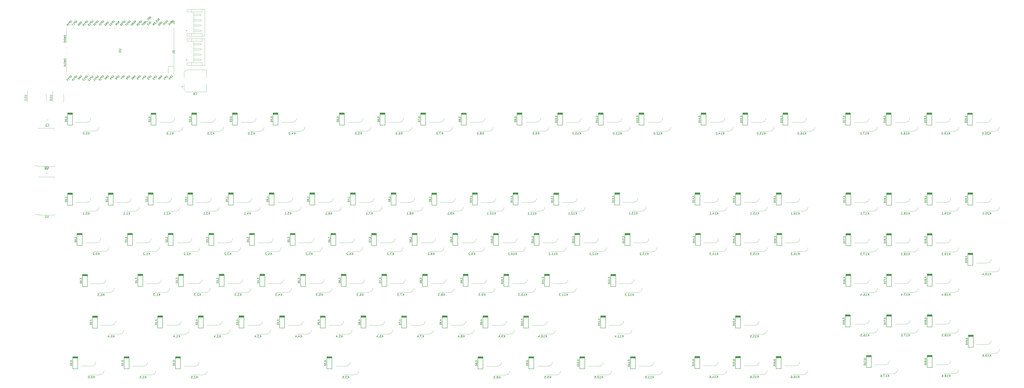
<source format=gbr>
%TF.GenerationSoftware,KiCad,Pcbnew,(5.1.9)-1*%
%TF.CreationDate,2021-03-21T14:48:51+10:00*%
%TF.ProjectId,RedPyKeeb,52656450-794b-4656-9562-2e6b69636164,rev?*%
%TF.SameCoordinates,Original*%
%TF.FileFunction,Legend,Bot*%
%TF.FilePolarity,Positive*%
%FSLAX46Y46*%
G04 Gerber Fmt 4.6, Leading zero omitted, Abs format (unit mm)*
G04 Created by KiCad (PCBNEW (5.1.9)-1) date 2021-03-21 14:48:51*
%MOMM*%
%LPD*%
G01*
G04 APERTURE LIST*
%ADD10C,0.120000*%
%ADD11C,0.200000*%
%ADD12C,0.150000*%
G04 APERTURE END LIST*
D10*
%TO.C,K12\u002C3*%
X351050200Y-169692300D02*
X345950200Y-169692300D01*
X354950200Y-173892300D02*
X349850200Y-173892300D01*
X353050200Y-167692300D02*
G75*
G02*
X351050200Y-169692300I-2000000J0D01*
G01*
X356950200Y-171892300D02*
G75*
G02*
X354950200Y-173892300I-2000000J0D01*
G01*
%TO.C,U0*%
X83578700Y-57729300D02*
X83578700Y-57329300D01*
X83578700Y-60329300D02*
X83578700Y-59929300D01*
X83578700Y-48329300D02*
X83578700Y-55129300D01*
X93978700Y-48329300D02*
X93578700Y-48329300D01*
X101678700Y-48329300D02*
X101278700Y-48329300D01*
X127078700Y-48329300D02*
X126678700Y-48329300D01*
X134578700Y-48329300D02*
X134278700Y-48329300D01*
X111778700Y-48329300D02*
X111378700Y-48329300D01*
X96578700Y-48329300D02*
X96178700Y-48329300D01*
X116878700Y-48329300D02*
X116478700Y-48329300D01*
X121978700Y-48329300D02*
X121578700Y-48329300D01*
X109278700Y-48329300D02*
X108878700Y-48329300D01*
X104178700Y-48329300D02*
X103778700Y-48329300D01*
X88978700Y-48329300D02*
X88578700Y-48329300D01*
X86378700Y-48329300D02*
X85978700Y-48329300D01*
X91478700Y-48329300D02*
X91078700Y-48329300D01*
X124478700Y-48329300D02*
X124078700Y-48329300D01*
X132178700Y-48329300D02*
X131778700Y-48329300D01*
X129578700Y-48329300D02*
X129178700Y-48329300D01*
X99078700Y-48329300D02*
X98678700Y-48329300D01*
X106778700Y-48329300D02*
X106378700Y-48329300D01*
X114378700Y-48329300D02*
X113978700Y-48329300D01*
X119478700Y-48329300D02*
X119078700Y-48329300D01*
X86378700Y-69329300D02*
X85978700Y-69329300D01*
X88978700Y-69329300D02*
X88578700Y-69329300D01*
X91478700Y-69329300D02*
X91078700Y-69329300D01*
X93978700Y-69329300D02*
X93578700Y-69329300D01*
X96578700Y-69329300D02*
X96178700Y-69329300D01*
X99078700Y-69329300D02*
X98678700Y-69329300D01*
X101678700Y-69329300D02*
X101278700Y-69329300D01*
X104178700Y-69329300D02*
X103778700Y-69329300D01*
X106778700Y-69329300D02*
X106378700Y-69329300D01*
X109278700Y-69329300D02*
X108878700Y-69329300D01*
X111778700Y-69329300D02*
X111378700Y-69329300D01*
X114378700Y-69329300D02*
X113978700Y-69329300D01*
X116878700Y-69329300D02*
X116478700Y-69329300D01*
X119478700Y-69329300D02*
X119078700Y-69329300D01*
X121978700Y-69329300D02*
X121578700Y-69329300D01*
X124478700Y-69329300D02*
X124078700Y-69329300D01*
X127078700Y-69329300D02*
X126678700Y-69329300D01*
X129578700Y-69329300D02*
X129178700Y-69329300D01*
X132178700Y-69329300D02*
X131778700Y-69329300D01*
X134578700Y-69329300D02*
X134278700Y-69329300D01*
X131911700Y-66322300D02*
X134578700Y-66322300D01*
X131911700Y-69329300D02*
X131911700Y-66322300D01*
X83578700Y-62529300D02*
X83578700Y-69329300D01*
X134578700Y-69329300D02*
X134578700Y-48329300D01*
%TO.C,K0\u002C2*%
X97875700Y-150223200D02*
X92775700Y-150223200D01*
X101775700Y-154423200D02*
X96675700Y-154423200D01*
X99875700Y-148223200D02*
G75*
G02*
X97875700Y-150223200I-2000000J0D01*
G01*
X103775700Y-152423200D02*
G75*
G02*
X101775700Y-154423200I-2000000J0D01*
G01*
%TO.C,K18\u002C4*%
X501418200Y-169616100D02*
X496318200Y-169616100D01*
X505318200Y-173816100D02*
X500218200Y-173816100D01*
X503418200Y-167616100D02*
G75*
G02*
X501418200Y-169616100I-2000000J0D01*
G01*
X507318200Y-171816100D02*
G75*
G02*
X505318200Y-173816100I-2000000J0D01*
G01*
%TO.C,K10\u002C3*%
X300440700Y-169679600D02*
X295340700Y-169679600D01*
X304340700Y-173879600D02*
X299240700Y-173879600D01*
X302440700Y-167679600D02*
G75*
G02*
X300440700Y-169679600I-2000000J0D01*
G01*
X306340700Y-171879600D02*
G75*
G02*
X304340700Y-173879600I-2000000J0D01*
G01*
%TO.C,K13\u002C1*%
X352891700Y-130957300D02*
X347791700Y-130957300D01*
X356791700Y-135157300D02*
X351691700Y-135157300D01*
X354891700Y-128957300D02*
G75*
G02*
X352891700Y-130957300I-2000000J0D01*
G01*
X358791700Y-133157300D02*
G75*
G02*
X356791700Y-135157300I-2000000J0D01*
G01*
%TO.C,K19\u002C4*%
X520722200Y-159900600D02*
X515622200Y-159900600D01*
X524622200Y-164100600D02*
X519522200Y-164100600D01*
X522722200Y-157900600D02*
G75*
G02*
X520722200Y-159900600I-2000000J0D01*
G01*
X526622200Y-162100600D02*
G75*
G02*
X524622200Y-164100600I-2000000J0D01*
G01*
%TO.C,U2*%
X70193700Y-113640800D02*
X68378700Y-113640800D01*
X70193700Y-113885800D02*
X70193700Y-113640800D01*
X74053700Y-113885800D02*
X70193700Y-113885800D01*
X77913700Y-113885800D02*
X77913700Y-113640800D01*
X74053700Y-113885800D02*
X77913700Y-113885800D01*
X70193700Y-95765800D02*
X70193700Y-96010800D01*
X74053700Y-95765800D02*
X70193700Y-95765800D01*
X77913700Y-95765800D02*
X77913700Y-96010800D01*
X74053700Y-95765800D02*
X77913700Y-95765800D01*
%TO.C,K11\u002C4*%
X346224200Y-189440800D02*
X341124200Y-189440800D01*
X350124200Y-193640800D02*
X345024200Y-193640800D01*
X348224200Y-187440800D02*
G75*
G02*
X346224200Y-189440800I-2000000J0D01*
G01*
X352124200Y-191640800D02*
G75*
G02*
X350124200Y-193640800I-2000000J0D01*
G01*
%TO.C,C1*%
X74807700Y-117169300D02*
X73807700Y-117169300D01*
X73807700Y-115469300D02*
X74807700Y-115469300D01*
%TO.C,C2*%
X74061700Y-91847300D02*
X75061700Y-91847300D01*
X75061700Y-93547300D02*
X74061700Y-93547300D01*
%TO.C,C6*%
X138604200Y-76587800D02*
X138604200Y-75337800D01*
X137979200Y-75962800D02*
X139229200Y-75962800D01*
X139469200Y-69007237D02*
X140533637Y-67942800D01*
X139469200Y-77398363D02*
X140533637Y-78462800D01*
X139469200Y-77398363D02*
X139469200Y-74712800D01*
X139469200Y-69007237D02*
X139469200Y-71692800D01*
X140533637Y-67942800D02*
X149989200Y-67942800D01*
X140533637Y-78462800D02*
X149989200Y-78462800D01*
X149989200Y-78462800D02*
X149989200Y-74712800D01*
X149989200Y-67942800D02*
X149989200Y-71692800D01*
D11*
%TO.C,D0\u002C3*%
X93605200Y-171125800D02*
X93605200Y-165325800D01*
X91205200Y-171125800D02*
X93605200Y-171125800D01*
X91205200Y-165325800D02*
X91205200Y-171125800D01*
X91205200Y-165400800D02*
X93605200Y-165400800D01*
X91205200Y-165525800D02*
X93605200Y-165525800D01*
X93605200Y-165300800D02*
X91205200Y-165300800D01*
X91205200Y-165700800D02*
X93605200Y-165700800D01*
X91205200Y-165875800D02*
X93605200Y-165875800D01*
X91205200Y-166050800D02*
X93605200Y-166050800D01*
%TO.C,D0\u002C5*%
X88969700Y-210241800D02*
X88969700Y-204441800D01*
X86569700Y-210241800D02*
X88969700Y-210241800D01*
X86569700Y-204441800D02*
X86569700Y-210241800D01*
X86569700Y-204516800D02*
X88969700Y-204516800D01*
X86569700Y-204641800D02*
X88969700Y-204641800D01*
X88969700Y-204416800D02*
X86569700Y-204416800D01*
X86569700Y-204816800D02*
X88969700Y-204816800D01*
X86569700Y-204991800D02*
X88969700Y-204991800D01*
X86569700Y-205166800D02*
X88969700Y-205166800D01*
%TO.C,D0\u002C4*%
X98367700Y-190874300D02*
X98367700Y-185074300D01*
X95967700Y-190874300D02*
X98367700Y-190874300D01*
X95967700Y-185074300D02*
X95967700Y-190874300D01*
X95967700Y-185149300D02*
X98367700Y-185149300D01*
X95967700Y-185274300D02*
X98367700Y-185274300D01*
X98367700Y-185049300D02*
X95967700Y-185049300D01*
X95967700Y-185449300D02*
X98367700Y-185449300D01*
X95967700Y-185624300D02*
X98367700Y-185624300D01*
X95967700Y-185799300D02*
X98367700Y-185799300D01*
%TO.C,D0\u002C0*%
X86556700Y-94290800D02*
X86556700Y-88490800D01*
X84156700Y-94290800D02*
X86556700Y-94290800D01*
X84156700Y-88490800D02*
X84156700Y-94290800D01*
X84156700Y-88565800D02*
X86556700Y-88565800D01*
X84156700Y-88690800D02*
X86556700Y-88690800D01*
X86556700Y-88465800D02*
X84156700Y-88465800D01*
X84156700Y-88865800D02*
X86556700Y-88865800D01*
X84156700Y-89040800D02*
X86556700Y-89040800D01*
X84156700Y-89215800D02*
X86556700Y-89215800D01*
%TO.C,D0\u002C2*%
X91065200Y-151567800D02*
X91065200Y-145767800D01*
X88665200Y-151567800D02*
X91065200Y-151567800D01*
X88665200Y-145767800D02*
X88665200Y-151567800D01*
X88665200Y-145842800D02*
X91065200Y-145842800D01*
X88665200Y-145967800D02*
X91065200Y-145967800D01*
X91065200Y-145742800D02*
X88665200Y-145742800D01*
X88665200Y-146142800D02*
X91065200Y-146142800D01*
X88665200Y-146317800D02*
X91065200Y-146317800D01*
X88665200Y-146492800D02*
X91065200Y-146492800D01*
%TO.C,D0\u002C1*%
X86556700Y-132390800D02*
X86556700Y-126590800D01*
X84156700Y-132390800D02*
X86556700Y-132390800D01*
X84156700Y-126590800D02*
X84156700Y-132390800D01*
X84156700Y-126665800D02*
X86556700Y-126665800D01*
X84156700Y-126790800D02*
X86556700Y-126790800D01*
X86556700Y-126565800D02*
X84156700Y-126565800D01*
X84156700Y-126965800D02*
X86556700Y-126965800D01*
X84156700Y-127140800D02*
X86556700Y-127140800D01*
X84156700Y-127315800D02*
X86556700Y-127315800D01*
%TO.C,D1\u002C3*%
X119894200Y-170998800D02*
X119894200Y-165198800D01*
X117494200Y-170998800D02*
X119894200Y-170998800D01*
X117494200Y-165198800D02*
X117494200Y-170998800D01*
X117494200Y-165273800D02*
X119894200Y-165273800D01*
X117494200Y-165398800D02*
X119894200Y-165398800D01*
X119894200Y-165173800D02*
X117494200Y-165173800D01*
X117494200Y-165573800D02*
X119894200Y-165573800D01*
X117494200Y-165748800D02*
X119894200Y-165748800D01*
X117494200Y-165923800D02*
X119894200Y-165923800D01*
%TO.C,D1\u002C0*%
X126180700Y-94341600D02*
X126180700Y-88541600D01*
X123780700Y-94341600D02*
X126180700Y-94341600D01*
X123780700Y-88541600D02*
X123780700Y-94341600D01*
X123780700Y-88616600D02*
X126180700Y-88616600D01*
X123780700Y-88741600D02*
X126180700Y-88741600D01*
X126180700Y-88516600D02*
X123780700Y-88516600D01*
X123780700Y-88916600D02*
X126180700Y-88916600D01*
X123780700Y-89091600D02*
X126180700Y-89091600D01*
X123780700Y-89266600D02*
X126180700Y-89266600D01*
%TO.C,D1\u002C4*%
X129292200Y-190810800D02*
X129292200Y-185010800D01*
X126892200Y-190810800D02*
X129292200Y-190810800D01*
X126892200Y-185010800D02*
X126892200Y-190810800D01*
X126892200Y-185085800D02*
X129292200Y-185085800D01*
X126892200Y-185210800D02*
X129292200Y-185210800D01*
X129292200Y-184985800D02*
X126892200Y-184985800D01*
X126892200Y-185385800D02*
X129292200Y-185385800D01*
X126892200Y-185560800D02*
X129292200Y-185560800D01*
X126892200Y-185735800D02*
X129292200Y-185735800D01*
%TO.C,D1\u002C5*%
X113353700Y-210241800D02*
X113353700Y-204441800D01*
X110953700Y-210241800D02*
X113353700Y-210241800D01*
X110953700Y-204441800D02*
X110953700Y-210241800D01*
X110953700Y-204516800D02*
X113353700Y-204516800D01*
X110953700Y-204641800D02*
X113353700Y-204641800D01*
X113353700Y-204416800D02*
X110953700Y-204416800D01*
X110953700Y-204816800D02*
X113353700Y-204816800D01*
X110953700Y-204991800D02*
X113353700Y-204991800D01*
X110953700Y-205166800D02*
X113353700Y-205166800D01*
%TO.C,D1\u002C1*%
X105860700Y-132390800D02*
X105860700Y-126590800D01*
X103460700Y-132390800D02*
X105860700Y-132390800D01*
X103460700Y-126590800D02*
X103460700Y-132390800D01*
X103460700Y-126665800D02*
X105860700Y-126665800D01*
X103460700Y-126790800D02*
X105860700Y-126790800D01*
X105860700Y-126565800D02*
X103460700Y-126565800D01*
X103460700Y-126965800D02*
X105860700Y-126965800D01*
X103460700Y-127140800D02*
X105860700Y-127140800D01*
X103460700Y-127315800D02*
X105860700Y-127315800D01*
%TO.C,D1\u002C2*%
X115004700Y-151567800D02*
X115004700Y-145767800D01*
X112604700Y-151567800D02*
X115004700Y-151567800D01*
X112604700Y-145767800D02*
X112604700Y-151567800D01*
X112604700Y-145842800D02*
X115004700Y-145842800D01*
X112604700Y-145967800D02*
X115004700Y-145967800D01*
X115004700Y-145742800D02*
X112604700Y-145742800D01*
X112604700Y-146142800D02*
X115004700Y-146142800D01*
X112604700Y-146317800D02*
X115004700Y-146317800D01*
X112604700Y-146492800D02*
X115004700Y-146492800D01*
%TO.C,D2\u002C4*%
X148596200Y-190810800D02*
X148596200Y-185010800D01*
X146196200Y-190810800D02*
X148596200Y-190810800D01*
X146196200Y-185010800D02*
X146196200Y-190810800D01*
X146196200Y-185085800D02*
X148596200Y-185085800D01*
X146196200Y-185210800D02*
X148596200Y-185210800D01*
X148596200Y-184985800D02*
X146196200Y-184985800D01*
X146196200Y-185385800D02*
X148596200Y-185385800D01*
X146196200Y-185560800D02*
X148596200Y-185560800D01*
X146196200Y-185735800D02*
X148596200Y-185735800D01*
%TO.C,D2\u002C5*%
X137737700Y-210241800D02*
X137737700Y-204441800D01*
X135337700Y-210241800D02*
X137737700Y-210241800D01*
X135337700Y-204441800D02*
X135337700Y-210241800D01*
X135337700Y-204516800D02*
X137737700Y-204516800D01*
X135337700Y-204641800D02*
X137737700Y-204641800D01*
X137737700Y-204416800D02*
X135337700Y-204416800D01*
X135337700Y-204816800D02*
X137737700Y-204816800D01*
X135337700Y-204991800D02*
X137737700Y-204991800D01*
X135337700Y-205166800D02*
X137737700Y-205166800D01*
%TO.C,D2\u002C0*%
X145484700Y-94290800D02*
X145484700Y-88490800D01*
X143084700Y-94290800D02*
X145484700Y-94290800D01*
X143084700Y-88490800D02*
X143084700Y-94290800D01*
X143084700Y-88565800D02*
X145484700Y-88565800D01*
X143084700Y-88690800D02*
X145484700Y-88690800D01*
X145484700Y-88465800D02*
X143084700Y-88465800D01*
X143084700Y-88865800D02*
X145484700Y-88865800D01*
X143084700Y-89040800D02*
X145484700Y-89040800D01*
X143084700Y-89215800D02*
X145484700Y-89215800D01*
%TO.C,D2\u002C2*%
X134308700Y-151567800D02*
X134308700Y-145767800D01*
X131908700Y-151567800D02*
X134308700Y-151567800D01*
X131908700Y-145767800D02*
X131908700Y-151567800D01*
X131908700Y-145842800D02*
X134308700Y-145842800D01*
X131908700Y-145967800D02*
X134308700Y-145967800D01*
X134308700Y-145742800D02*
X131908700Y-145742800D01*
X131908700Y-146142800D02*
X134308700Y-146142800D01*
X131908700Y-146317800D02*
X134308700Y-146317800D01*
X131908700Y-146492800D02*
X134308700Y-146492800D01*
%TO.C,D2\u002C1*%
X124783700Y-132327300D02*
X124783700Y-126527300D01*
X122383700Y-132327300D02*
X124783700Y-132327300D01*
X122383700Y-126527300D02*
X122383700Y-132327300D01*
X122383700Y-126602300D02*
X124783700Y-126602300D01*
X122383700Y-126727300D02*
X124783700Y-126727300D01*
X124783700Y-126502300D02*
X122383700Y-126502300D01*
X122383700Y-126902300D02*
X124783700Y-126902300D01*
X122383700Y-127077300D02*
X124783700Y-127077300D01*
X122383700Y-127252300D02*
X124783700Y-127252300D01*
%TO.C,D2\u002C3*%
X139198200Y-170998800D02*
X139198200Y-165198800D01*
X136798200Y-170998800D02*
X139198200Y-170998800D01*
X136798200Y-165198800D02*
X136798200Y-170998800D01*
X136798200Y-165273800D02*
X139198200Y-165273800D01*
X136798200Y-165398800D02*
X139198200Y-165398800D01*
X139198200Y-165173800D02*
X136798200Y-165173800D01*
X136798200Y-165573800D02*
X139198200Y-165573800D01*
X136798200Y-165748800D02*
X139198200Y-165748800D01*
X136798200Y-165923800D02*
X139198200Y-165923800D01*
%TO.C,D3\u002C0*%
X164788700Y-94290800D02*
X164788700Y-88490800D01*
X162388700Y-94290800D02*
X164788700Y-94290800D01*
X162388700Y-88490800D02*
X162388700Y-94290800D01*
X162388700Y-88565800D02*
X164788700Y-88565800D01*
X162388700Y-88690800D02*
X164788700Y-88690800D01*
X164788700Y-88465800D02*
X162388700Y-88465800D01*
X162388700Y-88865800D02*
X164788700Y-88865800D01*
X162388700Y-89040800D02*
X164788700Y-89040800D01*
X162388700Y-89215800D02*
X164788700Y-89215800D01*
%TO.C,D3\u002C1*%
X143579700Y-132327300D02*
X143579700Y-126527300D01*
X141179700Y-132327300D02*
X143579700Y-132327300D01*
X141179700Y-126527300D02*
X141179700Y-132327300D01*
X141179700Y-126602300D02*
X143579700Y-126602300D01*
X141179700Y-126727300D02*
X143579700Y-126727300D01*
X143579700Y-126502300D02*
X141179700Y-126502300D01*
X141179700Y-126902300D02*
X143579700Y-126902300D01*
X141179700Y-127077300D02*
X143579700Y-127077300D01*
X141179700Y-127252300D02*
X143579700Y-127252300D01*
%TO.C,D3\u002C4*%
X167900200Y-190810800D02*
X167900200Y-185010800D01*
X165500200Y-190810800D02*
X167900200Y-190810800D01*
X165500200Y-185010800D02*
X165500200Y-190810800D01*
X165500200Y-185085800D02*
X167900200Y-185085800D01*
X165500200Y-185210800D02*
X167900200Y-185210800D01*
X167900200Y-184985800D02*
X165500200Y-184985800D01*
X165500200Y-185385800D02*
X167900200Y-185385800D01*
X165500200Y-185560800D02*
X167900200Y-185560800D01*
X165500200Y-185735800D02*
X167900200Y-185735800D01*
%TO.C,D3\u002C2*%
X153612700Y-151567800D02*
X153612700Y-145767800D01*
X151212700Y-151567800D02*
X153612700Y-151567800D01*
X151212700Y-145767800D02*
X151212700Y-151567800D01*
X151212700Y-145842800D02*
X153612700Y-145842800D01*
X151212700Y-145967800D02*
X153612700Y-145967800D01*
X153612700Y-145742800D02*
X151212700Y-145742800D01*
X151212700Y-146142800D02*
X153612700Y-146142800D01*
X151212700Y-146317800D02*
X153612700Y-146317800D01*
X151212700Y-146492800D02*
X153612700Y-146492800D01*
%TO.C,D3\u002C5*%
X209619700Y-210241800D02*
X209619700Y-204441800D01*
X207219700Y-210241800D02*
X209619700Y-210241800D01*
X207219700Y-204441800D02*
X207219700Y-210241800D01*
X207219700Y-204516800D02*
X209619700Y-204516800D01*
X207219700Y-204641800D02*
X209619700Y-204641800D01*
X209619700Y-204416800D02*
X207219700Y-204416800D01*
X207219700Y-204816800D02*
X209619700Y-204816800D01*
X207219700Y-204991800D02*
X209619700Y-204991800D01*
X207219700Y-205166800D02*
X209619700Y-205166800D01*
%TO.C,D3\u002C3*%
X158502200Y-170998800D02*
X158502200Y-165198800D01*
X156102200Y-170998800D02*
X158502200Y-170998800D01*
X156102200Y-165198800D02*
X156102200Y-170998800D01*
X156102200Y-165273800D02*
X158502200Y-165273800D01*
X156102200Y-165398800D02*
X158502200Y-165398800D01*
X158502200Y-165173800D02*
X156102200Y-165173800D01*
X156102200Y-165573800D02*
X158502200Y-165573800D01*
X156102200Y-165748800D02*
X158502200Y-165748800D01*
X156102200Y-165923800D02*
X158502200Y-165923800D01*
%TO.C,D4\u002C4*%
X187204200Y-190810800D02*
X187204200Y-185010800D01*
X184804200Y-190810800D02*
X187204200Y-190810800D01*
X184804200Y-185010800D02*
X184804200Y-190810800D01*
X184804200Y-185085800D02*
X187204200Y-185085800D01*
X184804200Y-185210800D02*
X187204200Y-185210800D01*
X187204200Y-184985800D02*
X184804200Y-184985800D01*
X184804200Y-185385800D02*
X187204200Y-185385800D01*
X184804200Y-185560800D02*
X187204200Y-185560800D01*
X184804200Y-185735800D02*
X187204200Y-185735800D01*
%TO.C,D4\u002C3*%
X177806200Y-170998800D02*
X177806200Y-165198800D01*
X175406200Y-170998800D02*
X177806200Y-170998800D01*
X175406200Y-165198800D02*
X175406200Y-170998800D01*
X175406200Y-165273800D02*
X177806200Y-165273800D01*
X175406200Y-165398800D02*
X177806200Y-165398800D01*
X177806200Y-165173800D02*
X175406200Y-165173800D01*
X175406200Y-165573800D02*
X177806200Y-165573800D01*
X175406200Y-165748800D02*
X177806200Y-165748800D01*
X175406200Y-165923800D02*
X177806200Y-165923800D01*
%TO.C,D4\u002C1*%
X162883700Y-132327300D02*
X162883700Y-126527300D01*
X160483700Y-132327300D02*
X162883700Y-132327300D01*
X160483700Y-126527300D02*
X160483700Y-132327300D01*
X160483700Y-126602300D02*
X162883700Y-126602300D01*
X160483700Y-126727300D02*
X162883700Y-126727300D01*
X162883700Y-126502300D02*
X160483700Y-126502300D01*
X160483700Y-126902300D02*
X162883700Y-126902300D01*
X160483700Y-127077300D02*
X162883700Y-127077300D01*
X160483700Y-127252300D02*
X162883700Y-127252300D01*
%TO.C,D4\u002C0*%
X184092700Y-94290800D02*
X184092700Y-88490800D01*
X181692700Y-94290800D02*
X184092700Y-94290800D01*
X181692700Y-88490800D02*
X181692700Y-94290800D01*
X181692700Y-88565800D02*
X184092700Y-88565800D01*
X181692700Y-88690800D02*
X184092700Y-88690800D01*
X184092700Y-88465800D02*
X181692700Y-88465800D01*
X181692700Y-88865800D02*
X184092700Y-88865800D01*
X181692700Y-89040800D02*
X184092700Y-89040800D01*
X181692700Y-89215800D02*
X184092700Y-89215800D01*
%TO.C,D4\u002C2*%
X170516700Y-146492800D02*
X172916700Y-146492800D01*
X170516700Y-146317800D02*
X172916700Y-146317800D01*
X170516700Y-146142800D02*
X172916700Y-146142800D01*
X172916700Y-145742800D02*
X170516700Y-145742800D01*
X170516700Y-145967800D02*
X172916700Y-145967800D01*
X170516700Y-145842800D02*
X172916700Y-145842800D01*
X170516700Y-145767800D02*
X170516700Y-151567800D01*
X170516700Y-151567800D02*
X172916700Y-151567800D01*
X172916700Y-151567800D02*
X172916700Y-145767800D01*
%TO.C,D5\u002C0*%
X215588700Y-94290800D02*
X215588700Y-88490800D01*
X213188700Y-94290800D02*
X215588700Y-94290800D01*
X213188700Y-88490800D02*
X213188700Y-94290800D01*
X213188700Y-88565800D02*
X215588700Y-88565800D01*
X213188700Y-88690800D02*
X215588700Y-88690800D01*
X215588700Y-88465800D02*
X213188700Y-88465800D01*
X213188700Y-88865800D02*
X215588700Y-88865800D01*
X213188700Y-89040800D02*
X215588700Y-89040800D01*
X213188700Y-89215800D02*
X215588700Y-89215800D01*
%TO.C,D5\u002C2*%
X189820700Y-146492800D02*
X192220700Y-146492800D01*
X189820700Y-146317800D02*
X192220700Y-146317800D01*
X189820700Y-146142800D02*
X192220700Y-146142800D01*
X192220700Y-145742800D02*
X189820700Y-145742800D01*
X189820700Y-145967800D02*
X192220700Y-145967800D01*
X189820700Y-145842800D02*
X192220700Y-145842800D01*
X189820700Y-145767800D02*
X189820700Y-151567800D01*
X189820700Y-151567800D02*
X192220700Y-151567800D01*
X192220700Y-151567800D02*
X192220700Y-145767800D01*
%TO.C,D5\u002C1*%
X182187700Y-132327300D02*
X182187700Y-126527300D01*
X179787700Y-132327300D02*
X182187700Y-132327300D01*
X179787700Y-126527300D02*
X179787700Y-132327300D01*
X179787700Y-126602300D02*
X182187700Y-126602300D01*
X179787700Y-126727300D02*
X182187700Y-126727300D01*
X182187700Y-126502300D02*
X179787700Y-126502300D01*
X179787700Y-126902300D02*
X182187700Y-126902300D01*
X179787700Y-127077300D02*
X182187700Y-127077300D01*
X179787700Y-127252300D02*
X182187700Y-127252300D01*
%TO.C,D5\u002C3*%
X197110200Y-171049600D02*
X197110200Y-165249600D01*
X194710200Y-171049600D02*
X197110200Y-171049600D01*
X194710200Y-165249600D02*
X194710200Y-171049600D01*
X194710200Y-165324600D02*
X197110200Y-165324600D01*
X194710200Y-165449600D02*
X197110200Y-165449600D01*
X197110200Y-165224600D02*
X194710200Y-165224600D01*
X194710200Y-165624600D02*
X197110200Y-165624600D01*
X194710200Y-165799600D02*
X197110200Y-165799600D01*
X194710200Y-165974600D02*
X197110200Y-165974600D01*
%TO.C,D5\u002C4*%
X206508200Y-190861600D02*
X206508200Y-185061600D01*
X204108200Y-190861600D02*
X206508200Y-190861600D01*
X204108200Y-185061600D02*
X204108200Y-190861600D01*
X204108200Y-185136600D02*
X206508200Y-185136600D01*
X204108200Y-185261600D02*
X206508200Y-185261600D01*
X206508200Y-185036600D02*
X204108200Y-185036600D01*
X204108200Y-185436600D02*
X206508200Y-185436600D01*
X204108200Y-185611600D02*
X206508200Y-185611600D01*
X204108200Y-185786600D02*
X206508200Y-185786600D01*
%TO.C,D6\u002C0*%
X234892700Y-94290800D02*
X234892700Y-88490800D01*
X232492700Y-94290800D02*
X234892700Y-94290800D01*
X232492700Y-88490800D02*
X232492700Y-94290800D01*
X232492700Y-88565800D02*
X234892700Y-88565800D01*
X232492700Y-88690800D02*
X234892700Y-88690800D01*
X234892700Y-88465800D02*
X232492700Y-88465800D01*
X232492700Y-88865800D02*
X234892700Y-88865800D01*
X232492700Y-89040800D02*
X234892700Y-89040800D01*
X232492700Y-89215800D02*
X234892700Y-89215800D01*
%TO.C,D6\u002C3*%
X216414200Y-170998800D02*
X216414200Y-165198800D01*
X214014200Y-170998800D02*
X216414200Y-170998800D01*
X214014200Y-165198800D02*
X214014200Y-170998800D01*
X214014200Y-165273800D02*
X216414200Y-165273800D01*
X214014200Y-165398800D02*
X216414200Y-165398800D01*
X216414200Y-165173800D02*
X214014200Y-165173800D01*
X214014200Y-165573800D02*
X216414200Y-165573800D01*
X214014200Y-165748800D02*
X216414200Y-165748800D01*
X214014200Y-165923800D02*
X216414200Y-165923800D01*
%TO.C,D6\u002C4*%
X225812200Y-190810800D02*
X225812200Y-185010800D01*
X223412200Y-190810800D02*
X225812200Y-190810800D01*
X223412200Y-185010800D02*
X223412200Y-190810800D01*
X223412200Y-185085800D02*
X225812200Y-185085800D01*
X223412200Y-185210800D02*
X225812200Y-185210800D01*
X225812200Y-184985800D02*
X223412200Y-184985800D01*
X223412200Y-185385800D02*
X225812200Y-185385800D01*
X223412200Y-185560800D02*
X225812200Y-185560800D01*
X223412200Y-185735800D02*
X225812200Y-185735800D01*
%TO.C,D6\u002C1*%
X201491700Y-132327300D02*
X201491700Y-126527300D01*
X199091700Y-132327300D02*
X201491700Y-132327300D01*
X199091700Y-126527300D02*
X199091700Y-132327300D01*
X199091700Y-126602300D02*
X201491700Y-126602300D01*
X199091700Y-126727300D02*
X201491700Y-126727300D01*
X201491700Y-126502300D02*
X199091700Y-126502300D01*
X199091700Y-126902300D02*
X201491700Y-126902300D01*
X199091700Y-127077300D02*
X201491700Y-127077300D01*
X199091700Y-127252300D02*
X201491700Y-127252300D01*
%TO.C,D6\u002C2*%
X209124700Y-146492800D02*
X211524700Y-146492800D01*
X209124700Y-146317800D02*
X211524700Y-146317800D01*
X209124700Y-146142800D02*
X211524700Y-146142800D01*
X211524700Y-145742800D02*
X209124700Y-145742800D01*
X209124700Y-145967800D02*
X211524700Y-145967800D01*
X209124700Y-145842800D02*
X211524700Y-145842800D01*
X209124700Y-145767800D02*
X209124700Y-151567800D01*
X209124700Y-151567800D02*
X211524700Y-151567800D01*
X211524700Y-151567800D02*
X211524700Y-145767800D01*
%TO.C,D7\u002C4*%
X245116200Y-190861600D02*
X245116200Y-185061600D01*
X242716200Y-190861600D02*
X245116200Y-190861600D01*
X242716200Y-185061600D02*
X242716200Y-190861600D01*
X242716200Y-185136600D02*
X245116200Y-185136600D01*
X242716200Y-185261600D02*
X245116200Y-185261600D01*
X245116200Y-185036600D02*
X242716200Y-185036600D01*
X242716200Y-185436600D02*
X245116200Y-185436600D01*
X242716200Y-185611600D02*
X245116200Y-185611600D01*
X242716200Y-185786600D02*
X245116200Y-185786600D01*
%TO.C,D7\u002C2*%
X228428700Y-146543600D02*
X230828700Y-146543600D01*
X228428700Y-146368600D02*
X230828700Y-146368600D01*
X228428700Y-146193600D02*
X230828700Y-146193600D01*
X230828700Y-145793600D02*
X228428700Y-145793600D01*
X228428700Y-146018600D02*
X230828700Y-146018600D01*
X228428700Y-145893600D02*
X230828700Y-145893600D01*
X228428700Y-145818600D02*
X228428700Y-151618600D01*
X228428700Y-151618600D02*
X230828700Y-151618600D01*
X230828700Y-151618600D02*
X230828700Y-145818600D01*
%TO.C,D7\u002C1*%
X220795700Y-132327300D02*
X220795700Y-126527300D01*
X218395700Y-132327300D02*
X220795700Y-132327300D01*
X218395700Y-126527300D02*
X218395700Y-132327300D01*
X218395700Y-126602300D02*
X220795700Y-126602300D01*
X218395700Y-126727300D02*
X220795700Y-126727300D01*
X220795700Y-126502300D02*
X218395700Y-126502300D01*
X218395700Y-126902300D02*
X220795700Y-126902300D01*
X218395700Y-127077300D02*
X220795700Y-127077300D01*
X218395700Y-127252300D02*
X220795700Y-127252300D01*
%TO.C,D7\u002C0*%
X254196700Y-94290800D02*
X254196700Y-88490800D01*
X251796700Y-94290800D02*
X254196700Y-94290800D01*
X251796700Y-88490800D02*
X251796700Y-94290800D01*
X251796700Y-88565800D02*
X254196700Y-88565800D01*
X251796700Y-88690800D02*
X254196700Y-88690800D01*
X254196700Y-88465800D02*
X251796700Y-88465800D01*
X251796700Y-88865800D02*
X254196700Y-88865800D01*
X251796700Y-89040800D02*
X254196700Y-89040800D01*
X251796700Y-89215800D02*
X254196700Y-89215800D01*
%TO.C,D7\u002C3*%
X235718200Y-170998800D02*
X235718200Y-165198800D01*
X233318200Y-170998800D02*
X235718200Y-170998800D01*
X233318200Y-165198800D02*
X233318200Y-170998800D01*
X233318200Y-165273800D02*
X235718200Y-165273800D01*
X233318200Y-165398800D02*
X235718200Y-165398800D01*
X235718200Y-165173800D02*
X233318200Y-165173800D01*
X233318200Y-165573800D02*
X235718200Y-165573800D01*
X233318200Y-165748800D02*
X235718200Y-165748800D01*
X233318200Y-165923800D02*
X235718200Y-165923800D01*
%TO.C,D8\u002C0*%
X273500700Y-94341600D02*
X273500700Y-88541600D01*
X271100700Y-94341600D02*
X273500700Y-94341600D01*
X271100700Y-88541600D02*
X271100700Y-94341600D01*
X271100700Y-88616600D02*
X273500700Y-88616600D01*
X271100700Y-88741600D02*
X273500700Y-88741600D01*
X273500700Y-88516600D02*
X271100700Y-88516600D01*
X271100700Y-88916600D02*
X273500700Y-88916600D01*
X271100700Y-89091600D02*
X273500700Y-89091600D01*
X271100700Y-89266600D02*
X273500700Y-89266600D01*
%TO.C,D8\u002C3*%
X255022200Y-170998800D02*
X255022200Y-165198800D01*
X252622200Y-170998800D02*
X255022200Y-170998800D01*
X252622200Y-165198800D02*
X252622200Y-170998800D01*
X252622200Y-165273800D02*
X255022200Y-165273800D01*
X252622200Y-165398800D02*
X255022200Y-165398800D01*
X255022200Y-165173800D02*
X252622200Y-165173800D01*
X252622200Y-165573800D02*
X255022200Y-165573800D01*
X252622200Y-165748800D02*
X255022200Y-165748800D01*
X252622200Y-165923800D02*
X255022200Y-165923800D01*
%TO.C,D8\u002C1*%
X240099700Y-132327300D02*
X240099700Y-126527300D01*
X237699700Y-132327300D02*
X240099700Y-132327300D01*
X237699700Y-126527300D02*
X237699700Y-132327300D01*
X237699700Y-126602300D02*
X240099700Y-126602300D01*
X237699700Y-126727300D02*
X240099700Y-126727300D01*
X240099700Y-126502300D02*
X237699700Y-126502300D01*
X237699700Y-126902300D02*
X240099700Y-126902300D01*
X237699700Y-127077300D02*
X240099700Y-127077300D01*
X237699700Y-127252300D02*
X240099700Y-127252300D01*
%TO.C,D8\u002C2*%
X247732700Y-146492800D02*
X250132700Y-146492800D01*
X247732700Y-146317800D02*
X250132700Y-146317800D01*
X247732700Y-146142800D02*
X250132700Y-146142800D01*
X250132700Y-145742800D02*
X247732700Y-145742800D01*
X247732700Y-145967800D02*
X250132700Y-145967800D01*
X247732700Y-145842800D02*
X250132700Y-145842800D01*
X247732700Y-145767800D02*
X247732700Y-151567800D01*
X247732700Y-151567800D02*
X250132700Y-151567800D01*
X250132700Y-151567800D02*
X250132700Y-145767800D01*
%TO.C,D8\u002C5*%
X281374700Y-210305300D02*
X281374700Y-204505300D01*
X278974700Y-210305300D02*
X281374700Y-210305300D01*
X278974700Y-204505300D02*
X278974700Y-210305300D01*
X278974700Y-204580300D02*
X281374700Y-204580300D01*
X278974700Y-204705300D02*
X281374700Y-204705300D01*
X281374700Y-204480300D02*
X278974700Y-204480300D01*
X278974700Y-204880300D02*
X281374700Y-204880300D01*
X278974700Y-205055300D02*
X281374700Y-205055300D01*
X278974700Y-205230300D02*
X281374700Y-205230300D01*
%TO.C,D8\u002C4*%
X264420200Y-190810800D02*
X264420200Y-185010800D01*
X262020200Y-190810800D02*
X264420200Y-190810800D01*
X262020200Y-185010800D02*
X262020200Y-190810800D01*
X262020200Y-185085800D02*
X264420200Y-185085800D01*
X262020200Y-185210800D02*
X264420200Y-185210800D01*
X264420200Y-184985800D02*
X262020200Y-184985800D01*
X262020200Y-185385800D02*
X264420200Y-185385800D01*
X262020200Y-185560800D02*
X264420200Y-185560800D01*
X262020200Y-185735800D02*
X264420200Y-185735800D01*
%TO.C,D9\u002C2*%
X267036700Y-146492800D02*
X269436700Y-146492800D01*
X267036700Y-146317800D02*
X269436700Y-146317800D01*
X267036700Y-146142800D02*
X269436700Y-146142800D01*
X269436700Y-145742800D02*
X267036700Y-145742800D01*
X267036700Y-145967800D02*
X269436700Y-145967800D01*
X267036700Y-145842800D02*
X269436700Y-145842800D01*
X267036700Y-145767800D02*
X267036700Y-151567800D01*
X267036700Y-151567800D02*
X269436700Y-151567800D01*
X269436700Y-151567800D02*
X269436700Y-145767800D01*
%TO.C,D9\u002C1*%
X259403700Y-132378100D02*
X259403700Y-126578100D01*
X257003700Y-132378100D02*
X259403700Y-132378100D01*
X257003700Y-126578100D02*
X257003700Y-132378100D01*
X257003700Y-126653100D02*
X259403700Y-126653100D01*
X257003700Y-126778100D02*
X259403700Y-126778100D01*
X259403700Y-126553100D02*
X257003700Y-126553100D01*
X257003700Y-126953100D02*
X259403700Y-126953100D01*
X257003700Y-127128100D02*
X259403700Y-127128100D01*
X257003700Y-127303100D02*
X259403700Y-127303100D01*
%TO.C,D9\u002C3*%
X274326200Y-170998800D02*
X274326200Y-165198800D01*
X271926200Y-170998800D02*
X274326200Y-170998800D01*
X271926200Y-165198800D02*
X271926200Y-170998800D01*
X271926200Y-165273800D02*
X274326200Y-165273800D01*
X271926200Y-165398800D02*
X274326200Y-165398800D01*
X274326200Y-165173800D02*
X271926200Y-165173800D01*
X271926200Y-165573800D02*
X274326200Y-165573800D01*
X271926200Y-165748800D02*
X274326200Y-165748800D01*
X271926200Y-165923800D02*
X274326200Y-165923800D01*
%TO.C,D9\u002C4*%
X283724200Y-190810800D02*
X283724200Y-185010800D01*
X281324200Y-190810800D02*
X283724200Y-190810800D01*
X281324200Y-185010800D02*
X281324200Y-190810800D01*
X281324200Y-185085800D02*
X283724200Y-185085800D01*
X281324200Y-185210800D02*
X283724200Y-185210800D01*
X283724200Y-184985800D02*
X281324200Y-184985800D01*
X281324200Y-185385800D02*
X283724200Y-185385800D01*
X281324200Y-185560800D02*
X283724200Y-185560800D01*
X281324200Y-185735800D02*
X283724200Y-185735800D01*
%TO.C,D9\u002C5*%
X305504700Y-210241800D02*
X305504700Y-204441800D01*
X303104700Y-210241800D02*
X305504700Y-210241800D01*
X303104700Y-204441800D02*
X303104700Y-210241800D01*
X303104700Y-204516800D02*
X305504700Y-204516800D01*
X303104700Y-204641800D02*
X305504700Y-204641800D01*
X305504700Y-204416800D02*
X303104700Y-204416800D01*
X303104700Y-204816800D02*
X305504700Y-204816800D01*
X303104700Y-204991800D02*
X305504700Y-204991800D01*
X303104700Y-205166800D02*
X305504700Y-205166800D01*
%TO.C,D9\u002C0*%
X299916700Y-94290800D02*
X299916700Y-88490800D01*
X297516700Y-94290800D02*
X299916700Y-94290800D01*
X297516700Y-88490800D02*
X297516700Y-94290800D01*
X297516700Y-88565800D02*
X299916700Y-88565800D01*
X297516700Y-88690800D02*
X299916700Y-88690800D01*
X299916700Y-88465800D02*
X297516700Y-88465800D01*
X297516700Y-88865800D02*
X299916700Y-88865800D01*
X297516700Y-89040800D02*
X299916700Y-89040800D01*
X297516700Y-89215800D02*
X299916700Y-89215800D01*
%TO.C,D10\u002C4*%
X303028200Y-190861600D02*
X303028200Y-185061600D01*
X300628200Y-190861600D02*
X303028200Y-190861600D01*
X300628200Y-185061600D02*
X300628200Y-190861600D01*
X300628200Y-185136600D02*
X303028200Y-185136600D01*
X300628200Y-185261600D02*
X303028200Y-185261600D01*
X303028200Y-185036600D02*
X300628200Y-185036600D01*
X300628200Y-185436600D02*
X303028200Y-185436600D01*
X300628200Y-185611600D02*
X303028200Y-185611600D01*
X300628200Y-185786600D02*
X303028200Y-185786600D01*
%TO.C,D10\u002C5*%
X329698200Y-210241800D02*
X329698200Y-204441800D01*
X327298200Y-210241800D02*
X329698200Y-210241800D01*
X327298200Y-204441800D02*
X327298200Y-210241800D01*
X327298200Y-204516800D02*
X329698200Y-204516800D01*
X327298200Y-204641800D02*
X329698200Y-204641800D01*
X329698200Y-204416800D02*
X327298200Y-204416800D01*
X327298200Y-204816800D02*
X329698200Y-204816800D01*
X327298200Y-204991800D02*
X329698200Y-204991800D01*
X327298200Y-205166800D02*
X329698200Y-205166800D01*
%TO.C,D10\u002C1*%
X278707700Y-132327300D02*
X278707700Y-126527300D01*
X276307700Y-132327300D02*
X278707700Y-132327300D01*
X276307700Y-126527300D02*
X276307700Y-132327300D01*
X276307700Y-126602300D02*
X278707700Y-126602300D01*
X276307700Y-126727300D02*
X278707700Y-126727300D01*
X278707700Y-126502300D02*
X276307700Y-126502300D01*
X276307700Y-126902300D02*
X278707700Y-126902300D01*
X276307700Y-127077300D02*
X278707700Y-127077300D01*
X276307700Y-127252300D02*
X278707700Y-127252300D01*
%TO.C,D10\u002C0*%
X319220700Y-94290800D02*
X319220700Y-88490800D01*
X316820700Y-94290800D02*
X319220700Y-94290800D01*
X316820700Y-88490800D02*
X316820700Y-94290800D01*
X316820700Y-88565800D02*
X319220700Y-88565800D01*
X316820700Y-88690800D02*
X319220700Y-88690800D01*
X319220700Y-88465800D02*
X316820700Y-88465800D01*
X316820700Y-88865800D02*
X319220700Y-88865800D01*
X316820700Y-89040800D02*
X319220700Y-89040800D01*
X316820700Y-89215800D02*
X319220700Y-89215800D01*
%TO.C,D10\u002C2*%
X286340700Y-146543600D02*
X288740700Y-146543600D01*
X286340700Y-146368600D02*
X288740700Y-146368600D01*
X286340700Y-146193600D02*
X288740700Y-146193600D01*
X288740700Y-145793600D02*
X286340700Y-145793600D01*
X286340700Y-146018600D02*
X288740700Y-146018600D01*
X286340700Y-145893600D02*
X288740700Y-145893600D01*
X286340700Y-145818600D02*
X286340700Y-151618600D01*
X286340700Y-151618600D02*
X288740700Y-151618600D01*
X288740700Y-151618600D02*
X288740700Y-145818600D01*
%TO.C,D10\u002C3*%
X293630200Y-170998800D02*
X293630200Y-165198800D01*
X291230200Y-170998800D02*
X293630200Y-170998800D01*
X291230200Y-165198800D02*
X291230200Y-170998800D01*
X291230200Y-165273800D02*
X293630200Y-165273800D01*
X291230200Y-165398800D02*
X293630200Y-165398800D01*
X293630200Y-165173800D02*
X291230200Y-165173800D01*
X291230200Y-165573800D02*
X293630200Y-165573800D01*
X291230200Y-165748800D02*
X293630200Y-165748800D01*
X291230200Y-165923800D02*
X293630200Y-165923800D01*
%TO.C,D11\u002C0*%
X338524700Y-94290800D02*
X338524700Y-88490800D01*
X336124700Y-94290800D02*
X338524700Y-94290800D01*
X336124700Y-88490800D02*
X336124700Y-94290800D01*
X336124700Y-88565800D02*
X338524700Y-88565800D01*
X336124700Y-88690800D02*
X338524700Y-88690800D01*
X338524700Y-88465800D02*
X336124700Y-88465800D01*
X336124700Y-88865800D02*
X338524700Y-88865800D01*
X336124700Y-89040800D02*
X338524700Y-89040800D01*
X336124700Y-89215800D02*
X338524700Y-89215800D01*
%TO.C,D11\u002C1*%
X298011700Y-132327300D02*
X298011700Y-126527300D01*
X295611700Y-132327300D02*
X298011700Y-132327300D01*
X295611700Y-126527300D02*
X295611700Y-132327300D01*
X295611700Y-126602300D02*
X298011700Y-126602300D01*
X295611700Y-126727300D02*
X298011700Y-126727300D01*
X298011700Y-126502300D02*
X295611700Y-126502300D01*
X295611700Y-126902300D02*
X298011700Y-126902300D01*
X295611700Y-127077300D02*
X298011700Y-127077300D01*
X295611700Y-127252300D02*
X298011700Y-127252300D01*
%TO.C,D11\u002C3*%
X312934200Y-170998800D02*
X312934200Y-165198800D01*
X310534200Y-170998800D02*
X312934200Y-170998800D01*
X310534200Y-165198800D02*
X310534200Y-170998800D01*
X310534200Y-165273800D02*
X312934200Y-165273800D01*
X310534200Y-165398800D02*
X312934200Y-165398800D01*
X312934200Y-165173800D02*
X310534200Y-165173800D01*
X310534200Y-165573800D02*
X312934200Y-165573800D01*
X310534200Y-165748800D02*
X312934200Y-165748800D01*
X310534200Y-165923800D02*
X312934200Y-165923800D01*
%TO.C,D11\u002C2*%
X305644700Y-146492800D02*
X308044700Y-146492800D01*
X305644700Y-146317800D02*
X308044700Y-146317800D01*
X305644700Y-146142800D02*
X308044700Y-146142800D01*
X308044700Y-145742800D02*
X305644700Y-145742800D01*
X305644700Y-145967800D02*
X308044700Y-145967800D01*
X305644700Y-145842800D02*
X308044700Y-145842800D01*
X305644700Y-145767800D02*
X305644700Y-151567800D01*
X305644700Y-151567800D02*
X308044700Y-151567800D01*
X308044700Y-151567800D02*
X308044700Y-145767800D01*
%TO.C,D11\u002C4*%
X339604200Y-190810800D02*
X339604200Y-185010800D01*
X337204200Y-190810800D02*
X339604200Y-190810800D01*
X337204200Y-185010800D02*
X337204200Y-190810800D01*
X337204200Y-185085800D02*
X339604200Y-185085800D01*
X337204200Y-185210800D02*
X339604200Y-185210800D01*
X339604200Y-184985800D02*
X337204200Y-184985800D01*
X337204200Y-185385800D02*
X339604200Y-185385800D01*
X337204200Y-185560800D02*
X339604200Y-185560800D01*
X337204200Y-185735800D02*
X339604200Y-185735800D01*
%TO.C,D11\u002C5*%
X353764700Y-210241800D02*
X353764700Y-204441800D01*
X351364700Y-210241800D02*
X353764700Y-210241800D01*
X351364700Y-204441800D02*
X351364700Y-210241800D01*
X351364700Y-204516800D02*
X353764700Y-204516800D01*
X351364700Y-204641800D02*
X353764700Y-204641800D01*
X353764700Y-204416800D02*
X351364700Y-204416800D01*
X351364700Y-204816800D02*
X353764700Y-204816800D01*
X351364700Y-204991800D02*
X353764700Y-204991800D01*
X351364700Y-205166800D02*
X353764700Y-205166800D01*
%TO.C,D12\u002C3*%
X344430200Y-171062300D02*
X344430200Y-165262300D01*
X342030200Y-171062300D02*
X344430200Y-171062300D01*
X342030200Y-165262300D02*
X342030200Y-171062300D01*
X342030200Y-165337300D02*
X344430200Y-165337300D01*
X342030200Y-165462300D02*
X344430200Y-165462300D01*
X344430200Y-165237300D02*
X342030200Y-165237300D01*
X342030200Y-165637300D02*
X344430200Y-165637300D01*
X342030200Y-165812300D02*
X344430200Y-165812300D01*
X342030200Y-165987300D02*
X344430200Y-165987300D01*
%TO.C,D12\u002C2*%
X324948700Y-146492800D02*
X327348700Y-146492800D01*
X324948700Y-146317800D02*
X327348700Y-146317800D01*
X324948700Y-146142800D02*
X327348700Y-146142800D01*
X327348700Y-145742800D02*
X324948700Y-145742800D01*
X324948700Y-145967800D02*
X327348700Y-145967800D01*
X324948700Y-145842800D02*
X327348700Y-145842800D01*
X324948700Y-145767800D02*
X324948700Y-151567800D01*
X324948700Y-151567800D02*
X327348700Y-151567800D01*
X327348700Y-151567800D02*
X327348700Y-145767800D01*
%TO.C,D12\u002C1*%
X317315700Y-132378100D02*
X317315700Y-126578100D01*
X314915700Y-132378100D02*
X317315700Y-132378100D01*
X314915700Y-126578100D02*
X314915700Y-132378100D01*
X314915700Y-126653100D02*
X317315700Y-126653100D01*
X314915700Y-126778100D02*
X317315700Y-126778100D01*
X317315700Y-126553100D02*
X314915700Y-126553100D01*
X314915700Y-126953100D02*
X317315700Y-126953100D01*
X314915700Y-127128100D02*
X317315700Y-127128100D01*
X314915700Y-127303100D02*
X317315700Y-127303100D01*
%TO.C,D12\u002C0*%
X357828700Y-94290800D02*
X357828700Y-88490800D01*
X355428700Y-94290800D02*
X357828700Y-94290800D01*
X355428700Y-88490800D02*
X355428700Y-94290800D01*
X355428700Y-88565800D02*
X357828700Y-88565800D01*
X355428700Y-88690800D02*
X357828700Y-88690800D01*
X357828700Y-88465800D02*
X355428700Y-88465800D01*
X355428700Y-88865800D02*
X357828700Y-88865800D01*
X355428700Y-89040800D02*
X357828700Y-89040800D01*
X355428700Y-89215800D02*
X357828700Y-89215800D01*
%TO.C,D13\u002C2*%
X351161200Y-151631300D02*
X351161200Y-145831300D01*
X348761200Y-151631300D02*
X351161200Y-151631300D01*
X348761200Y-145831300D02*
X348761200Y-151631300D01*
X348761200Y-145906300D02*
X351161200Y-145906300D01*
X348761200Y-146031300D02*
X351161200Y-146031300D01*
X351161200Y-145806300D02*
X348761200Y-145806300D01*
X348761200Y-146206300D02*
X351161200Y-146206300D01*
X348761200Y-146381300D02*
X351161200Y-146381300D01*
X348761200Y-146556300D02*
X351161200Y-146556300D01*
%TO.C,D13\u002C1*%
X346271700Y-132327300D02*
X346271700Y-126527300D01*
X343871700Y-132327300D02*
X346271700Y-132327300D01*
X343871700Y-126527300D02*
X343871700Y-132327300D01*
X343871700Y-126602300D02*
X346271700Y-126602300D01*
X343871700Y-126727300D02*
X346271700Y-126727300D01*
X346271700Y-126502300D02*
X343871700Y-126502300D01*
X343871700Y-126902300D02*
X346271700Y-126902300D01*
X343871700Y-127077300D02*
X346271700Y-127077300D01*
X343871700Y-127252300D02*
X346271700Y-127252300D01*
%TO.C,D14\u002C1*%
X384371700Y-132327300D02*
X384371700Y-126527300D01*
X381971700Y-132327300D02*
X384371700Y-132327300D01*
X381971700Y-126527300D02*
X381971700Y-132327300D01*
X381971700Y-126602300D02*
X384371700Y-126602300D01*
X381971700Y-126727300D02*
X384371700Y-126727300D01*
X384371700Y-126502300D02*
X381971700Y-126502300D01*
X381971700Y-126902300D02*
X384371700Y-126902300D01*
X381971700Y-127077300D02*
X384371700Y-127077300D01*
X381971700Y-127252300D02*
X384371700Y-127252300D01*
%TO.C,D14\u002C3*%
X384625700Y-151567800D02*
X384625700Y-145767800D01*
X382225700Y-151567800D02*
X384625700Y-151567800D01*
X382225700Y-145767800D02*
X382225700Y-151567800D01*
X382225700Y-145842800D02*
X384625700Y-145842800D01*
X382225700Y-145967800D02*
X384625700Y-145967800D01*
X384625700Y-145742800D02*
X382225700Y-145742800D01*
X382225700Y-146142800D02*
X384625700Y-146142800D01*
X382225700Y-146317800D02*
X384625700Y-146317800D01*
X382225700Y-146492800D02*
X384625700Y-146492800D01*
%TO.C,D14\u002C0*%
X387292700Y-94290800D02*
X387292700Y-88490800D01*
X384892700Y-94290800D02*
X387292700Y-94290800D01*
X384892700Y-88490800D02*
X384892700Y-94290800D01*
X384892700Y-88565800D02*
X387292700Y-88565800D01*
X384892700Y-88690800D02*
X387292700Y-88690800D01*
X387292700Y-88465800D02*
X384892700Y-88465800D01*
X384892700Y-88865800D02*
X387292700Y-88865800D01*
X384892700Y-89040800D02*
X387292700Y-89040800D01*
X384892700Y-89215800D02*
X387292700Y-89215800D01*
%TO.C,D14\u002C6*%
X384308200Y-210114800D02*
X384308200Y-204314800D01*
X381908200Y-210114800D02*
X384308200Y-210114800D01*
X381908200Y-204314800D02*
X381908200Y-210114800D01*
X381908200Y-204389800D02*
X384308200Y-204389800D01*
X381908200Y-204514800D02*
X384308200Y-204514800D01*
X384308200Y-204289800D02*
X381908200Y-204289800D01*
X381908200Y-204689800D02*
X384308200Y-204689800D01*
X381908200Y-204864800D02*
X384308200Y-204864800D01*
X381908200Y-205039800D02*
X384308200Y-205039800D01*
%TO.C,D15\u002C0*%
X407104700Y-94290800D02*
X407104700Y-88490800D01*
X404704700Y-94290800D02*
X407104700Y-94290800D01*
X404704700Y-88490800D02*
X404704700Y-94290800D01*
X404704700Y-88565800D02*
X407104700Y-88565800D01*
X404704700Y-88690800D02*
X407104700Y-88690800D01*
X407104700Y-88465800D02*
X404704700Y-88465800D01*
X404704700Y-88865800D02*
X407104700Y-88865800D01*
X404704700Y-89040800D02*
X407104700Y-89040800D01*
X404704700Y-89215800D02*
X407104700Y-89215800D01*
%TO.C,D15\u002C1*%
X403675700Y-132327300D02*
X403675700Y-126527300D01*
X401275700Y-132327300D02*
X403675700Y-132327300D01*
X401275700Y-126527300D02*
X401275700Y-132327300D01*
X401275700Y-126602300D02*
X403675700Y-126602300D01*
X401275700Y-126727300D02*
X403675700Y-126727300D01*
X403675700Y-126502300D02*
X401275700Y-126502300D01*
X401275700Y-126902300D02*
X403675700Y-126902300D01*
X401275700Y-127077300D02*
X403675700Y-127077300D01*
X401275700Y-127252300D02*
X403675700Y-127252300D01*
%TO.C,D15\u002C3*%
X403675700Y-151567800D02*
X403675700Y-145767800D01*
X401275700Y-151567800D02*
X403675700Y-151567800D01*
X401275700Y-145767800D02*
X401275700Y-151567800D01*
X401275700Y-145842800D02*
X403675700Y-145842800D01*
X401275700Y-145967800D02*
X403675700Y-145967800D01*
X403675700Y-145742800D02*
X401275700Y-145742800D01*
X401275700Y-146142800D02*
X403675700Y-146142800D01*
X401275700Y-146317800D02*
X403675700Y-146317800D01*
X401275700Y-146492800D02*
X403675700Y-146492800D01*
%TO.C,D15\u002C5*%
X403612200Y-190810800D02*
X403612200Y-185010800D01*
X401212200Y-190810800D02*
X403612200Y-190810800D01*
X401212200Y-185010800D02*
X401212200Y-190810800D01*
X401212200Y-185085800D02*
X403612200Y-185085800D01*
X401212200Y-185210800D02*
X403612200Y-185210800D01*
X403612200Y-184985800D02*
X401212200Y-184985800D01*
X401212200Y-185385800D02*
X403612200Y-185385800D01*
X401212200Y-185560800D02*
X403612200Y-185560800D01*
X401212200Y-185735800D02*
X403612200Y-185735800D01*
%TO.C,D15\u002C6*%
X403612200Y-210114800D02*
X403612200Y-204314800D01*
X401212200Y-210114800D02*
X403612200Y-210114800D01*
X401212200Y-204314800D02*
X401212200Y-210114800D01*
X401212200Y-204389800D02*
X403612200Y-204389800D01*
X401212200Y-204514800D02*
X403612200Y-204514800D01*
X403612200Y-204289800D02*
X401212200Y-204289800D01*
X401212200Y-204689800D02*
X403612200Y-204689800D01*
X401212200Y-204864800D02*
X403612200Y-204864800D01*
X401212200Y-205039800D02*
X403612200Y-205039800D01*
%TO.C,D16\u002C6*%
X422916200Y-210114800D02*
X422916200Y-204314800D01*
X420516200Y-210114800D02*
X422916200Y-210114800D01*
X420516200Y-204314800D02*
X420516200Y-210114800D01*
X420516200Y-204389800D02*
X422916200Y-204389800D01*
X420516200Y-204514800D02*
X422916200Y-204514800D01*
X422916200Y-204289800D02*
X420516200Y-204289800D01*
X420516200Y-204689800D02*
X422916200Y-204689800D01*
X420516200Y-204864800D02*
X422916200Y-204864800D01*
X420516200Y-205039800D02*
X422916200Y-205039800D01*
%TO.C,D16\u002C0*%
X426154700Y-94290800D02*
X426154700Y-88490800D01*
X423754700Y-94290800D02*
X426154700Y-94290800D01*
X423754700Y-88490800D02*
X423754700Y-94290800D01*
X423754700Y-88565800D02*
X426154700Y-88565800D01*
X423754700Y-88690800D02*
X426154700Y-88690800D01*
X426154700Y-88465800D02*
X423754700Y-88465800D01*
X423754700Y-88865800D02*
X426154700Y-88865800D01*
X423754700Y-89040800D02*
X426154700Y-89040800D01*
X423754700Y-89215800D02*
X426154700Y-89215800D01*
%TO.C,D16\u002C1*%
X422979700Y-132327300D02*
X422979700Y-126527300D01*
X420579700Y-132327300D02*
X422979700Y-132327300D01*
X420579700Y-126527300D02*
X420579700Y-132327300D01*
X420579700Y-126602300D02*
X422979700Y-126602300D01*
X420579700Y-126727300D02*
X422979700Y-126727300D01*
X422979700Y-126502300D02*
X420579700Y-126502300D01*
X420579700Y-126902300D02*
X422979700Y-126902300D01*
X420579700Y-127077300D02*
X422979700Y-127077300D01*
X420579700Y-127252300D02*
X422979700Y-127252300D01*
%TO.C,D16\u002C5*%
X455745700Y-190302800D02*
X455745700Y-184502800D01*
X453345700Y-190302800D02*
X455745700Y-190302800D01*
X453345700Y-184502800D02*
X453345700Y-190302800D01*
X453345700Y-184577800D02*
X455745700Y-184577800D01*
X453345700Y-184702800D02*
X455745700Y-184702800D01*
X455745700Y-184477800D02*
X453345700Y-184477800D01*
X453345700Y-184877800D02*
X455745700Y-184877800D01*
X453345700Y-185052800D02*
X455745700Y-185052800D01*
X453345700Y-185227800D02*
X455745700Y-185227800D01*
%TO.C,D16\u002C3*%
X423233700Y-151567800D02*
X423233700Y-145767800D01*
X420833700Y-151567800D02*
X423233700Y-151567800D01*
X420833700Y-145767800D02*
X420833700Y-151567800D01*
X420833700Y-145842800D02*
X423233700Y-145842800D01*
X420833700Y-145967800D02*
X423233700Y-145967800D01*
X423233700Y-145742800D02*
X420833700Y-145742800D01*
X420833700Y-146142800D02*
X423233700Y-146142800D01*
X420833700Y-146317800D02*
X423233700Y-146317800D01*
X420833700Y-146492800D02*
X423233700Y-146492800D01*
%TO.C,D16\u002C4*%
X455999700Y-170998800D02*
X455999700Y-165198800D01*
X453599700Y-170998800D02*
X455999700Y-170998800D01*
X453599700Y-165198800D02*
X453599700Y-170998800D01*
X453599700Y-165273800D02*
X455999700Y-165273800D01*
X453599700Y-165398800D02*
X455999700Y-165398800D01*
X455999700Y-165173800D02*
X453599700Y-165173800D01*
X453599700Y-165573800D02*
X455999700Y-165573800D01*
X453599700Y-165748800D02*
X455999700Y-165748800D01*
X453599700Y-165923800D02*
X455999700Y-165923800D01*
%TO.C,D17\u002C3*%
X455999700Y-151694800D02*
X455999700Y-145894800D01*
X453599700Y-151694800D02*
X455999700Y-151694800D01*
X453599700Y-145894800D02*
X453599700Y-151694800D01*
X453599700Y-145969800D02*
X455999700Y-145969800D01*
X453599700Y-146094800D02*
X455999700Y-146094800D01*
X455999700Y-145869800D02*
X453599700Y-145869800D01*
X453599700Y-146269800D02*
X455999700Y-146269800D01*
X453599700Y-146444800D02*
X455999700Y-146444800D01*
X453599700Y-146619800D02*
X455999700Y-146619800D01*
%TO.C,D17\u002C1*%
X455999700Y-132327300D02*
X455999700Y-126527300D01*
X453599700Y-132327300D02*
X455999700Y-132327300D01*
X453599700Y-126527300D02*
X453599700Y-132327300D01*
X453599700Y-126602300D02*
X455999700Y-126602300D01*
X453599700Y-126727300D02*
X455999700Y-126727300D01*
X455999700Y-126502300D02*
X453599700Y-126502300D01*
X453599700Y-126902300D02*
X455999700Y-126902300D01*
X453599700Y-127077300D02*
X455999700Y-127077300D01*
X453599700Y-127252300D02*
X455999700Y-127252300D01*
%TO.C,D17\u002C6*%
X465778700Y-209657600D02*
X465778700Y-203857600D01*
X463378700Y-209657600D02*
X465778700Y-209657600D01*
X463378700Y-203857600D02*
X463378700Y-209657600D01*
X463378700Y-203932600D02*
X465778700Y-203932600D01*
X463378700Y-204057600D02*
X465778700Y-204057600D01*
X465778700Y-203832600D02*
X463378700Y-203832600D01*
X463378700Y-204232600D02*
X465778700Y-204232600D01*
X463378700Y-204407600D02*
X465778700Y-204407600D01*
X463378700Y-204582600D02*
X465778700Y-204582600D01*
%TO.C,D17\u002C4*%
X475303700Y-170998800D02*
X475303700Y-165198800D01*
X472903700Y-170998800D02*
X475303700Y-170998800D01*
X472903700Y-165198800D02*
X472903700Y-170998800D01*
X472903700Y-165273800D02*
X475303700Y-165273800D01*
X472903700Y-165398800D02*
X475303700Y-165398800D01*
X475303700Y-165173800D02*
X472903700Y-165173800D01*
X472903700Y-165573800D02*
X475303700Y-165573800D01*
X472903700Y-165748800D02*
X475303700Y-165748800D01*
X472903700Y-165923800D02*
X475303700Y-165923800D01*
%TO.C,D17\u002C0*%
X455872700Y-94290800D02*
X455872700Y-88490800D01*
X453472700Y-94290800D02*
X455872700Y-94290800D01*
X453472700Y-88490800D02*
X453472700Y-94290800D01*
X453472700Y-88565800D02*
X455872700Y-88565800D01*
X453472700Y-88690800D02*
X455872700Y-88690800D01*
X455872700Y-88465800D02*
X453472700Y-88465800D01*
X453472700Y-88865800D02*
X455872700Y-88865800D01*
X453472700Y-89040800D02*
X455872700Y-89040800D01*
X453472700Y-89215800D02*
X455872700Y-89215800D01*
%TO.C,D17\u002C5*%
X475303700Y-190302800D02*
X475303700Y-184502800D01*
X472903700Y-190302800D02*
X475303700Y-190302800D01*
X472903700Y-184502800D02*
X472903700Y-190302800D01*
X472903700Y-184577800D02*
X475303700Y-184577800D01*
X472903700Y-184702800D02*
X475303700Y-184702800D01*
X475303700Y-184477800D02*
X472903700Y-184477800D01*
X472903700Y-184877800D02*
X475303700Y-184877800D01*
X472903700Y-185052800D02*
X475303700Y-185052800D01*
X472903700Y-185227800D02*
X475303700Y-185227800D01*
%TO.C,D18\u002C1*%
X475303700Y-132378100D02*
X475303700Y-126578100D01*
X472903700Y-132378100D02*
X475303700Y-132378100D01*
X472903700Y-126578100D02*
X472903700Y-132378100D01*
X472903700Y-126653100D02*
X475303700Y-126653100D01*
X472903700Y-126778100D02*
X475303700Y-126778100D01*
X475303700Y-126553100D02*
X472903700Y-126553100D01*
X472903700Y-126953100D02*
X475303700Y-126953100D01*
X472903700Y-127128100D02*
X475303700Y-127128100D01*
X472903700Y-127303100D02*
X475303700Y-127303100D01*
%TO.C,D18\u002C6*%
X494607700Y-209606800D02*
X494607700Y-203806800D01*
X492207700Y-209606800D02*
X494607700Y-209606800D01*
X492207700Y-203806800D02*
X492207700Y-209606800D01*
X492207700Y-203881800D02*
X494607700Y-203881800D01*
X492207700Y-204006800D02*
X494607700Y-204006800D01*
X494607700Y-203781800D02*
X492207700Y-203781800D01*
X492207700Y-204181800D02*
X494607700Y-204181800D01*
X492207700Y-204356800D02*
X494607700Y-204356800D01*
X492207700Y-204531800D02*
X494607700Y-204531800D01*
%TO.C,D18\u002C3*%
X475303700Y-151694800D02*
X475303700Y-145894800D01*
X472903700Y-151694800D02*
X475303700Y-151694800D01*
X472903700Y-145894800D02*
X472903700Y-151694800D01*
X472903700Y-145969800D02*
X475303700Y-145969800D01*
X472903700Y-146094800D02*
X475303700Y-146094800D01*
X475303700Y-145869800D02*
X472903700Y-145869800D01*
X472903700Y-146269800D02*
X475303700Y-146269800D01*
X472903700Y-146444800D02*
X475303700Y-146444800D01*
X472903700Y-146619800D02*
X475303700Y-146619800D01*
%TO.C,D18\u002C0*%
X475176700Y-94290800D02*
X475176700Y-88490800D01*
X472776700Y-94290800D02*
X475176700Y-94290800D01*
X472776700Y-88490800D02*
X472776700Y-94290800D01*
X472776700Y-88565800D02*
X475176700Y-88565800D01*
X472776700Y-88690800D02*
X475176700Y-88690800D01*
X475176700Y-88465800D02*
X472776700Y-88465800D01*
X472776700Y-88865800D02*
X475176700Y-88865800D01*
X472776700Y-89040800D02*
X475176700Y-89040800D01*
X472776700Y-89215800D02*
X475176700Y-89215800D01*
%TO.C,D18\u002C5*%
X494607700Y-190302800D02*
X494607700Y-184502800D01*
X492207700Y-190302800D02*
X494607700Y-190302800D01*
X492207700Y-184502800D02*
X492207700Y-190302800D01*
X492207700Y-184577800D02*
X494607700Y-184577800D01*
X492207700Y-184702800D02*
X494607700Y-184702800D01*
X494607700Y-184477800D02*
X492207700Y-184477800D01*
X492207700Y-184877800D02*
X494607700Y-184877800D01*
X492207700Y-185052800D02*
X494607700Y-185052800D01*
X492207700Y-185227800D02*
X494607700Y-185227800D01*
%TO.C,D18\u002C4*%
X494607700Y-170935300D02*
X494607700Y-165135300D01*
X492207700Y-170935300D02*
X494607700Y-170935300D01*
X492207700Y-165135300D02*
X492207700Y-170935300D01*
X492207700Y-165210300D02*
X494607700Y-165210300D01*
X492207700Y-165335300D02*
X494607700Y-165335300D01*
X494607700Y-165110300D02*
X492207700Y-165110300D01*
X492207700Y-165510300D02*
X494607700Y-165510300D01*
X492207700Y-165685300D02*
X494607700Y-165685300D01*
X492207700Y-165860300D02*
X494607700Y-165860300D01*
%TO.C,D19\u002C4*%
X513911700Y-161016600D02*
X513911700Y-155216600D01*
X511511700Y-161016600D02*
X513911700Y-161016600D01*
X511511700Y-155216600D02*
X511511700Y-161016600D01*
X511511700Y-155291600D02*
X513911700Y-155291600D01*
X511511700Y-155416600D02*
X513911700Y-155416600D01*
X513911700Y-155191600D02*
X511511700Y-155191600D01*
X511511700Y-155591600D02*
X513911700Y-155591600D01*
X511511700Y-155766600D02*
X513911700Y-155766600D01*
X511511700Y-155941600D02*
X513911700Y-155941600D01*
%TO.C,D19\u002C0*%
X494480700Y-94290800D02*
X494480700Y-88490800D01*
X492080700Y-94290800D02*
X494480700Y-94290800D01*
X492080700Y-88490800D02*
X492080700Y-94290800D01*
X492080700Y-88565800D02*
X494480700Y-88565800D01*
X492080700Y-88690800D02*
X494480700Y-88690800D01*
X494480700Y-88465800D02*
X492080700Y-88465800D01*
X492080700Y-88865800D02*
X494480700Y-88865800D01*
X492080700Y-89040800D02*
X494480700Y-89040800D01*
X492080700Y-89215800D02*
X494480700Y-89215800D01*
%TO.C,D19\u002C3*%
X494607700Y-151694800D02*
X494607700Y-145894800D01*
X492207700Y-151694800D02*
X494607700Y-151694800D01*
X492207700Y-145894800D02*
X492207700Y-151694800D01*
X492207700Y-145969800D02*
X494607700Y-145969800D01*
X492207700Y-146094800D02*
X494607700Y-146094800D01*
X494607700Y-145869800D02*
X492207700Y-145869800D01*
X492207700Y-146269800D02*
X494607700Y-146269800D01*
X492207700Y-146444800D02*
X494607700Y-146444800D01*
X492207700Y-146619800D02*
X494607700Y-146619800D01*
%TO.C,D19\u002C1*%
X494607700Y-132327300D02*
X494607700Y-126527300D01*
X492207700Y-132327300D02*
X494607700Y-132327300D01*
X492207700Y-126527300D02*
X492207700Y-132327300D01*
X492207700Y-126602300D02*
X494607700Y-126602300D01*
X492207700Y-126727300D02*
X494607700Y-126727300D01*
X494607700Y-126502300D02*
X492207700Y-126502300D01*
X492207700Y-126902300D02*
X494607700Y-126902300D01*
X492207700Y-127077300D02*
X494607700Y-127077300D01*
X492207700Y-127252300D02*
X494607700Y-127252300D01*
%TO.C,D19\u002C6*%
X514165700Y-199954800D02*
X514165700Y-194154800D01*
X511765700Y-199954800D02*
X514165700Y-199954800D01*
X511765700Y-194154800D02*
X511765700Y-199954800D01*
X511765700Y-194229800D02*
X514165700Y-194229800D01*
X511765700Y-194354800D02*
X514165700Y-194354800D01*
X514165700Y-194129800D02*
X511765700Y-194129800D01*
X511765700Y-194529800D02*
X514165700Y-194529800D01*
X511765700Y-194704800D02*
X514165700Y-194704800D01*
X511765700Y-194879800D02*
X514165700Y-194879800D01*
%TO.C,D20\u002C1*%
X513911700Y-132327300D02*
X513911700Y-126527300D01*
X511511700Y-132327300D02*
X513911700Y-132327300D01*
X511511700Y-126527300D02*
X511511700Y-132327300D01*
X511511700Y-126602300D02*
X513911700Y-126602300D01*
X511511700Y-126727300D02*
X513911700Y-126727300D01*
X513911700Y-126502300D02*
X511511700Y-126502300D01*
X511511700Y-126902300D02*
X513911700Y-126902300D01*
X511511700Y-127077300D02*
X513911700Y-127077300D01*
X511511700Y-127252300D02*
X513911700Y-127252300D01*
%TO.C,D20\u002C0*%
X513784700Y-94341600D02*
X513784700Y-88541600D01*
X511384700Y-94341600D02*
X513784700Y-94341600D01*
X511384700Y-88541600D02*
X511384700Y-94341600D01*
X511384700Y-88616600D02*
X513784700Y-88616600D01*
X511384700Y-88741600D02*
X513784700Y-88741600D01*
X513784700Y-88516600D02*
X511384700Y-88516600D01*
X511384700Y-88916600D02*
X513784700Y-88916600D01*
X511384700Y-89091600D02*
X513784700Y-89091600D01*
X511384700Y-89266600D02*
X513784700Y-89266600D01*
D10*
%TO.C,J0*%
X140343200Y-62933300D02*
X140943200Y-63233300D01*
X140343200Y-63533300D02*
X140343200Y-62933300D01*
X140943200Y-63233300D02*
X140343200Y-63533300D01*
X144033200Y-55413300D02*
X144033200Y-55733300D01*
X147453200Y-55413300D02*
X144033200Y-55413300D01*
X147533200Y-55733300D02*
X147453200Y-55413300D01*
X147453200Y-56053300D02*
X147533200Y-55733300D01*
X144033200Y-56053300D02*
X147453200Y-56053300D01*
X144033200Y-55733300D02*
X144033200Y-56053300D01*
X143033200Y-57063300D02*
X143033200Y-56903300D01*
X144033200Y-57913300D02*
X144033200Y-58233300D01*
X147453200Y-57913300D02*
X144033200Y-57913300D01*
X147533200Y-58233300D02*
X147453200Y-57913300D01*
X147453200Y-58553300D02*
X147533200Y-58233300D01*
X144033200Y-58553300D02*
X147453200Y-58553300D01*
X144033200Y-58233300D02*
X144033200Y-58553300D01*
X143033200Y-59563300D02*
X143033200Y-59403300D01*
X144033200Y-60413300D02*
X144033200Y-60733300D01*
X147453200Y-60413300D02*
X144033200Y-60413300D01*
X147533200Y-60733300D02*
X147453200Y-60413300D01*
X147453200Y-61053300D02*
X147533200Y-60733300D01*
X144033200Y-61053300D02*
X147453200Y-61053300D01*
X144033200Y-60733300D02*
X144033200Y-61053300D01*
X143033200Y-62063300D02*
X143033200Y-61903300D01*
X144033200Y-62913300D02*
X144033200Y-63233300D01*
X147453200Y-62913300D02*
X144033200Y-62913300D01*
X147533200Y-63233300D02*
X147453200Y-62913300D01*
X147453200Y-63553300D02*
X147533200Y-63233300D01*
X144033200Y-63553300D02*
X147453200Y-63553300D01*
X144033200Y-63233300D02*
X144033200Y-63553300D01*
X144033200Y-64623300D02*
X144033200Y-54343300D01*
X143033200Y-54343300D02*
X143033200Y-53123300D01*
X148033200Y-54343300D02*
X143033200Y-54343300D01*
X148033200Y-53123300D02*
X148033200Y-54343300D01*
X143033200Y-64623300D02*
X143033200Y-65843300D01*
X148033200Y-64623300D02*
X143033200Y-64623300D01*
X148033200Y-65843300D02*
X148033200Y-64623300D01*
X140833200Y-54343300D02*
X143033200Y-54343300D01*
X140833200Y-53123300D02*
X140833200Y-54343300D01*
X149253200Y-53123300D02*
X140833200Y-53123300D01*
X149253200Y-65843300D02*
X149253200Y-53123300D01*
X140833200Y-65843300D02*
X149253200Y-65843300D01*
X140833200Y-64623300D02*
X140833200Y-65843300D01*
X143033200Y-64623300D02*
X140833200Y-64623300D01*
%TO.C,J1*%
X140343200Y-49026800D02*
X140943200Y-49326800D01*
X140343200Y-49626800D02*
X140343200Y-49026800D01*
X140943200Y-49326800D02*
X140343200Y-49626800D01*
X144033200Y-41506800D02*
X144033200Y-41826800D01*
X147453200Y-41506800D02*
X144033200Y-41506800D01*
X147533200Y-41826800D02*
X147453200Y-41506800D01*
X147453200Y-42146800D02*
X147533200Y-41826800D01*
X144033200Y-42146800D02*
X147453200Y-42146800D01*
X144033200Y-41826800D02*
X144033200Y-42146800D01*
X143033200Y-43156800D02*
X143033200Y-42996800D01*
X144033200Y-44006800D02*
X144033200Y-44326800D01*
X147453200Y-44006800D02*
X144033200Y-44006800D01*
X147533200Y-44326800D02*
X147453200Y-44006800D01*
X147453200Y-44646800D02*
X147533200Y-44326800D01*
X144033200Y-44646800D02*
X147453200Y-44646800D01*
X144033200Y-44326800D02*
X144033200Y-44646800D01*
X143033200Y-45656800D02*
X143033200Y-45496800D01*
X144033200Y-46506800D02*
X144033200Y-46826800D01*
X147453200Y-46506800D02*
X144033200Y-46506800D01*
X147533200Y-46826800D02*
X147453200Y-46506800D01*
X147453200Y-47146800D02*
X147533200Y-46826800D01*
X144033200Y-47146800D02*
X147453200Y-47146800D01*
X144033200Y-46826800D02*
X144033200Y-47146800D01*
X143033200Y-48156800D02*
X143033200Y-47996800D01*
X144033200Y-49006800D02*
X144033200Y-49326800D01*
X147453200Y-49006800D02*
X144033200Y-49006800D01*
X147533200Y-49326800D02*
X147453200Y-49006800D01*
X147453200Y-49646800D02*
X147533200Y-49326800D01*
X144033200Y-49646800D02*
X147453200Y-49646800D01*
X144033200Y-49326800D02*
X144033200Y-49646800D01*
X144033200Y-50716800D02*
X144033200Y-40436800D01*
X143033200Y-40436800D02*
X143033200Y-39216800D01*
X148033200Y-40436800D02*
X143033200Y-40436800D01*
X148033200Y-39216800D02*
X148033200Y-40436800D01*
X143033200Y-50716800D02*
X143033200Y-51936800D01*
X148033200Y-50716800D02*
X143033200Y-50716800D01*
X148033200Y-51936800D02*
X148033200Y-50716800D01*
X140833200Y-40436800D02*
X143033200Y-40436800D01*
X140833200Y-39216800D02*
X140833200Y-40436800D01*
X149253200Y-39216800D02*
X140833200Y-39216800D01*
X149253200Y-51936800D02*
X149253200Y-39216800D01*
X140833200Y-51936800D02*
X149253200Y-51936800D01*
X140833200Y-50716800D02*
X140833200Y-51936800D01*
X143033200Y-50716800D02*
X140833200Y-50716800D01*
%TO.C,K0\u002C0*%
X93176700Y-92920800D02*
X88076700Y-92920800D01*
X97076700Y-97120800D02*
X91976700Y-97120800D01*
X95176700Y-90920800D02*
G75*
G02*
X93176700Y-92920800I-2000000J0D01*
G01*
X99076700Y-95120800D02*
G75*
G02*
X97076700Y-97120800I-2000000J0D01*
G01*
%TO.C,K0\u002C1*%
X93176700Y-131020800D02*
X88076700Y-131020800D01*
X97076700Y-135220800D02*
X91976700Y-135220800D01*
X95176700Y-129020800D02*
G75*
G02*
X93176700Y-131020800I-2000000J0D01*
G01*
X99076700Y-133220800D02*
G75*
G02*
X97076700Y-135220800I-2000000J0D01*
G01*
%TO.C,K0\u002C5*%
X95589700Y-208871800D02*
X90489700Y-208871800D01*
X99489700Y-213071800D02*
X94389700Y-213071800D01*
X97589700Y-206871800D02*
G75*
G02*
X95589700Y-208871800I-2000000J0D01*
G01*
X101489700Y-211071800D02*
G75*
G02*
X99489700Y-213071800I-2000000J0D01*
G01*
%TO.C,K0\u002C4*%
X104987700Y-189504300D02*
X99887700Y-189504300D01*
X108887700Y-193704300D02*
X103787700Y-193704300D01*
X106987700Y-187504300D02*
G75*
G02*
X104987700Y-189504300I-2000000J0D01*
G01*
X110887700Y-191704300D02*
G75*
G02*
X108887700Y-193704300I-2000000J0D01*
G01*
%TO.C,K0\u002C3*%
X100263300Y-169730400D02*
X95163300Y-169730400D01*
X104163300Y-173930400D02*
X99063300Y-173930400D01*
X102263300Y-167730400D02*
G75*
G02*
X100263300Y-169730400I-2000000J0D01*
G01*
X106163300Y-171930400D02*
G75*
G02*
X104163300Y-173930400I-2000000J0D01*
G01*
%TO.C,K1\u002C4*%
X136102700Y-189491600D02*
X131002700Y-189491600D01*
X140002700Y-193691600D02*
X134902700Y-193691600D01*
X138102700Y-187491600D02*
G75*
G02*
X136102700Y-189491600I-2000000J0D01*
G01*
X142002700Y-191691600D02*
G75*
G02*
X140002700Y-193691600I-2000000J0D01*
G01*
%TO.C,K1\u002C5*%
X120164200Y-208922600D02*
X115064200Y-208922600D01*
X124064200Y-213122600D02*
X118964200Y-213122600D01*
X122164200Y-206922600D02*
G75*
G02*
X120164200Y-208922600I-2000000J0D01*
G01*
X126064200Y-211122600D02*
G75*
G02*
X124064200Y-213122600I-2000000J0D01*
G01*
%TO.C,K1\u002C3*%
X126704700Y-169679600D02*
X121604700Y-169679600D01*
X130604700Y-173879600D02*
X125504700Y-173879600D01*
X128704700Y-167679600D02*
G75*
G02*
X126704700Y-169679600I-2000000J0D01*
G01*
X132604700Y-171879600D02*
G75*
G02*
X130604700Y-173879600I-2000000J0D01*
G01*
%TO.C,K1\u002C2*%
X121815200Y-150248600D02*
X116715200Y-150248600D01*
X125715200Y-154448600D02*
X120615200Y-154448600D01*
X123815200Y-148248600D02*
G75*
G02*
X121815200Y-150248600I-2000000J0D01*
G01*
X127715200Y-152448600D02*
G75*
G02*
X125715200Y-154448600I-2000000J0D01*
G01*
%TO.C,K1\u002C1*%
X112391800Y-131020800D02*
X107291800Y-131020800D01*
X116291800Y-135220800D02*
X111191800Y-135220800D01*
X114391800Y-129020800D02*
G75*
G02*
X112391800Y-131020800I-2000000J0D01*
G01*
X118291800Y-133220800D02*
G75*
G02*
X116291800Y-135220800I-2000000J0D01*
G01*
%TO.C,K1\u002C0*%
X132991200Y-92971600D02*
X127891200Y-92971600D01*
X136891200Y-97171600D02*
X131791200Y-97171600D01*
X134991200Y-90971600D02*
G75*
G02*
X132991200Y-92971600I-2000000J0D01*
G01*
X138891200Y-95171600D02*
G75*
G02*
X136891200Y-97171600I-2000000J0D01*
G01*
%TO.C,K2\u002C5*%
X144548200Y-208922600D02*
X139448200Y-208922600D01*
X148448200Y-213122600D02*
X143348200Y-213122600D01*
X146548200Y-206922600D02*
G75*
G02*
X144548200Y-208922600I-2000000J0D01*
G01*
X150448200Y-211122600D02*
G75*
G02*
X148448200Y-213122600I-2000000J0D01*
G01*
%TO.C,K2\u002C3*%
X146008700Y-169679600D02*
X140908700Y-169679600D01*
X149908700Y-173879600D02*
X144808700Y-173879600D01*
X148008700Y-167679600D02*
G75*
G02*
X146008700Y-169679600I-2000000J0D01*
G01*
X151908700Y-171879600D02*
G75*
G02*
X149908700Y-173879600I-2000000J0D01*
G01*
%TO.C,K2\u002C1*%
X131594200Y-131008100D02*
X126494200Y-131008100D01*
X135494200Y-135208100D02*
X130394200Y-135208100D01*
X133594200Y-129008100D02*
G75*
G02*
X131594200Y-131008100I-2000000J0D01*
G01*
X137494200Y-133208100D02*
G75*
G02*
X135494200Y-135208100I-2000000J0D01*
G01*
%TO.C,K2\u002C4*%
X155406700Y-189491600D02*
X150306700Y-189491600D01*
X159306700Y-193691600D02*
X154206700Y-193691600D01*
X157406700Y-187491600D02*
G75*
G02*
X155406700Y-189491600I-2000000J0D01*
G01*
X161306700Y-191691600D02*
G75*
G02*
X159306700Y-193691600I-2000000J0D01*
G01*
%TO.C,K2\u002C2*%
X141119200Y-150248600D02*
X136019200Y-150248600D01*
X145019200Y-154448600D02*
X139919200Y-154448600D01*
X143119200Y-148248600D02*
G75*
G02*
X141119200Y-150248600I-2000000J0D01*
G01*
X147019200Y-152448600D02*
G75*
G02*
X145019200Y-154448600I-2000000J0D01*
G01*
%TO.C,K2\u002C0*%
X152295200Y-92971600D02*
X147195200Y-92971600D01*
X156195200Y-97171600D02*
X151095200Y-97171600D01*
X154295200Y-90971600D02*
G75*
G02*
X152295200Y-92971600I-2000000J0D01*
G01*
X158195200Y-95171600D02*
G75*
G02*
X156195200Y-97171600I-2000000J0D01*
G01*
%TO.C,K3\u002C5*%
X216430200Y-208922600D02*
X211330200Y-208922600D01*
X220330200Y-213122600D02*
X215230200Y-213122600D01*
X218430200Y-206922600D02*
G75*
G02*
X216430200Y-208922600I-2000000J0D01*
G01*
X222330200Y-211122600D02*
G75*
G02*
X220330200Y-213122600I-2000000J0D01*
G01*
%TO.C,K3\u002C4*%
X174710700Y-189491600D02*
X169610700Y-189491600D01*
X178610700Y-193691600D02*
X173510700Y-193691600D01*
X176710700Y-187491600D02*
G75*
G02*
X174710700Y-189491600I-2000000J0D01*
G01*
X180610700Y-191691600D02*
G75*
G02*
X178610700Y-193691600I-2000000J0D01*
G01*
%TO.C,K3\u002C2*%
X160423200Y-150248600D02*
X155323200Y-150248600D01*
X164323200Y-154448600D02*
X159223200Y-154448600D01*
X162423200Y-148248600D02*
G75*
G02*
X160423200Y-150248600I-2000000J0D01*
G01*
X166323200Y-152448600D02*
G75*
G02*
X164323200Y-154448600I-2000000J0D01*
G01*
%TO.C,K3\u002C1*%
X150390200Y-131008100D02*
X145290200Y-131008100D01*
X154290200Y-135208100D02*
X149190200Y-135208100D01*
X152390200Y-129008100D02*
G75*
G02*
X150390200Y-131008100I-2000000J0D01*
G01*
X156290200Y-133208100D02*
G75*
G02*
X154290200Y-135208100I-2000000J0D01*
G01*
%TO.C,K3\u002C0*%
X171599200Y-92971600D02*
X166499200Y-92971600D01*
X175499200Y-97171600D02*
X170399200Y-97171600D01*
X173599200Y-90971600D02*
G75*
G02*
X171599200Y-92971600I-2000000J0D01*
G01*
X177499200Y-95171600D02*
G75*
G02*
X175499200Y-97171600I-2000000J0D01*
G01*
%TO.C,K3\u002C3*%
X165312700Y-169679600D02*
X160212700Y-169679600D01*
X169212700Y-173879600D02*
X164112700Y-173879600D01*
X167312700Y-167679600D02*
G75*
G02*
X165312700Y-169679600I-2000000J0D01*
G01*
X171212700Y-171879600D02*
G75*
G02*
X169212700Y-173879600I-2000000J0D01*
G01*
%TO.C,K4\u002C1*%
X169694200Y-131008100D02*
X164594200Y-131008100D01*
X173594200Y-135208100D02*
X168494200Y-135208100D01*
X171694200Y-129008100D02*
G75*
G02*
X169694200Y-131008100I-2000000J0D01*
G01*
X175594200Y-133208100D02*
G75*
G02*
X173594200Y-135208100I-2000000J0D01*
G01*
%TO.C,K4\u002C2*%
X183627200Y-154448600D02*
X178527200Y-154448600D01*
X179727200Y-150248600D02*
X174627200Y-150248600D01*
X185627200Y-152448600D02*
G75*
G02*
X183627200Y-154448600I-2000000J0D01*
G01*
X181727200Y-148248600D02*
G75*
G02*
X179727200Y-150248600I-2000000J0D01*
G01*
%TO.C,K4\u002C3*%
X184616700Y-169679600D02*
X179516700Y-169679600D01*
X188516700Y-173879600D02*
X183416700Y-173879600D01*
X186616700Y-167679600D02*
G75*
G02*
X184616700Y-169679600I-2000000J0D01*
G01*
X190516700Y-171879600D02*
G75*
G02*
X188516700Y-173879600I-2000000J0D01*
G01*
%TO.C,K4\u002C4*%
X194014700Y-189491600D02*
X188914700Y-189491600D01*
X197914700Y-193691600D02*
X192814700Y-193691600D01*
X196014700Y-187491600D02*
G75*
G02*
X194014700Y-189491600I-2000000J0D01*
G01*
X199914700Y-191691600D02*
G75*
G02*
X197914700Y-193691600I-2000000J0D01*
G01*
%TO.C,K4\u002C0*%
X190903200Y-92971600D02*
X185803200Y-92971600D01*
X194803200Y-97171600D02*
X189703200Y-97171600D01*
X192903200Y-90971600D02*
G75*
G02*
X190903200Y-92971600I-2000000J0D01*
G01*
X196803200Y-95171600D02*
G75*
G02*
X194803200Y-97171600I-2000000J0D01*
G01*
%TO.C,K5\u002C0*%
X222399200Y-92971600D02*
X217299200Y-92971600D01*
X226299200Y-97171600D02*
X221199200Y-97171600D01*
X224399200Y-90971600D02*
G75*
G02*
X222399200Y-92971600I-2000000J0D01*
G01*
X228299200Y-95171600D02*
G75*
G02*
X226299200Y-97171600I-2000000J0D01*
G01*
%TO.C,K5\u002C2*%
X202931200Y-154448600D02*
X197831200Y-154448600D01*
X199031200Y-150248600D02*
X193931200Y-150248600D01*
X204931200Y-152448600D02*
G75*
G02*
X202931200Y-154448600I-2000000J0D01*
G01*
X201031200Y-148248600D02*
G75*
G02*
X199031200Y-150248600I-2000000J0D01*
G01*
%TO.C,K5\u002C1*%
X188998200Y-131008100D02*
X183898200Y-131008100D01*
X192898200Y-135208100D02*
X187798200Y-135208100D01*
X190998200Y-129008100D02*
G75*
G02*
X188998200Y-131008100I-2000000J0D01*
G01*
X194898200Y-133208100D02*
G75*
G02*
X192898200Y-135208100I-2000000J0D01*
G01*
%TO.C,K5\u002C3*%
X203920700Y-169679600D02*
X198820700Y-169679600D01*
X207820700Y-173879600D02*
X202720700Y-173879600D01*
X205920700Y-167679600D02*
G75*
G02*
X203920700Y-169679600I-2000000J0D01*
G01*
X209820700Y-171879600D02*
G75*
G02*
X207820700Y-173879600I-2000000J0D01*
G01*
%TO.C,K5\u002C4*%
X213318700Y-189491600D02*
X208218700Y-189491600D01*
X217218700Y-193691600D02*
X212118700Y-193691600D01*
X215318700Y-187491600D02*
G75*
G02*
X213318700Y-189491600I-2000000J0D01*
G01*
X219218700Y-191691600D02*
G75*
G02*
X217218700Y-193691600I-2000000J0D01*
G01*
%TO.C,K6\u002C3*%
X223224700Y-169679600D02*
X218124700Y-169679600D01*
X227124700Y-173879600D02*
X222024700Y-173879600D01*
X225224700Y-167679600D02*
G75*
G02*
X223224700Y-169679600I-2000000J0D01*
G01*
X229124700Y-171879600D02*
G75*
G02*
X227124700Y-173879600I-2000000J0D01*
G01*
%TO.C,K6\u002C4*%
X232622700Y-189491600D02*
X227522700Y-189491600D01*
X236522700Y-193691600D02*
X231422700Y-193691600D01*
X234622700Y-187491600D02*
G75*
G02*
X232622700Y-189491600I-2000000J0D01*
G01*
X238522700Y-191691600D02*
G75*
G02*
X236522700Y-193691600I-2000000J0D01*
G01*
%TO.C,K6\u002C1*%
X208302200Y-131008100D02*
X203202200Y-131008100D01*
X212202200Y-135208100D02*
X207102200Y-135208100D01*
X210302200Y-129008100D02*
G75*
G02*
X208302200Y-131008100I-2000000J0D01*
G01*
X214202200Y-133208100D02*
G75*
G02*
X212202200Y-135208100I-2000000J0D01*
G01*
%TO.C,K6\u002C2*%
X222235200Y-154448600D02*
X217135200Y-154448600D01*
X218335200Y-150248600D02*
X213235200Y-150248600D01*
X224235200Y-152448600D02*
G75*
G02*
X222235200Y-154448600I-2000000J0D01*
G01*
X220335200Y-148248600D02*
G75*
G02*
X218335200Y-150248600I-2000000J0D01*
G01*
%TO.C,K6\u002C0*%
X241703200Y-92971600D02*
X236603200Y-92971600D01*
X245603200Y-97171600D02*
X240503200Y-97171600D01*
X243703200Y-90971600D02*
G75*
G02*
X241703200Y-92971600I-2000000J0D01*
G01*
X247603200Y-95171600D02*
G75*
G02*
X245603200Y-97171600I-2000000J0D01*
G01*
%TO.C,K7\u002C2*%
X241539200Y-154448600D02*
X236439200Y-154448600D01*
X237639200Y-150248600D02*
X232539200Y-150248600D01*
X243539200Y-152448600D02*
G75*
G02*
X241539200Y-154448600I-2000000J0D01*
G01*
X239639200Y-148248600D02*
G75*
G02*
X237639200Y-150248600I-2000000J0D01*
G01*
%TO.C,K7\u002C1*%
X227606200Y-131008100D02*
X222506200Y-131008100D01*
X231506200Y-135208100D02*
X226406200Y-135208100D01*
X229606200Y-129008100D02*
G75*
G02*
X227606200Y-131008100I-2000000J0D01*
G01*
X233506200Y-133208100D02*
G75*
G02*
X231506200Y-135208100I-2000000J0D01*
G01*
%TO.C,K7\u002C3*%
X242528700Y-169679600D02*
X237428700Y-169679600D01*
X246428700Y-173879600D02*
X241328700Y-173879600D01*
X244528700Y-167679600D02*
G75*
G02*
X242528700Y-169679600I-2000000J0D01*
G01*
X248428700Y-171879600D02*
G75*
G02*
X246428700Y-173879600I-2000000J0D01*
G01*
%TO.C,K7\u002C4*%
X251926700Y-189491600D02*
X246826700Y-189491600D01*
X255826700Y-193691600D02*
X250726700Y-193691600D01*
X253926700Y-187491600D02*
G75*
G02*
X251926700Y-189491600I-2000000J0D01*
G01*
X257826700Y-191691600D02*
G75*
G02*
X255826700Y-193691600I-2000000J0D01*
G01*
%TO.C,K7\u002C0*%
X261007200Y-92971600D02*
X255907200Y-92971600D01*
X264907200Y-97171600D02*
X259807200Y-97171600D01*
X263007200Y-90971600D02*
G75*
G02*
X261007200Y-92971600I-2000000J0D01*
G01*
X266907200Y-95171600D02*
G75*
G02*
X264907200Y-97171600I-2000000J0D01*
G01*
%TO.C,K8\u002C0*%
X280311200Y-92971600D02*
X275211200Y-92971600D01*
X284211200Y-97171600D02*
X279111200Y-97171600D01*
X282311200Y-90971600D02*
G75*
G02*
X280311200Y-92971600I-2000000J0D01*
G01*
X286211200Y-95171600D02*
G75*
G02*
X284211200Y-97171600I-2000000J0D01*
G01*
%TO.C,K8\u002C1*%
X246910200Y-131008100D02*
X241810200Y-131008100D01*
X250810200Y-135208100D02*
X245710200Y-135208100D01*
X248910200Y-129008100D02*
G75*
G02*
X246910200Y-131008100I-2000000J0D01*
G01*
X252810200Y-133208100D02*
G75*
G02*
X250810200Y-135208100I-2000000J0D01*
G01*
%TO.C,K8\u002C3*%
X261832700Y-169679600D02*
X256732700Y-169679600D01*
X265732700Y-173879600D02*
X260632700Y-173879600D01*
X263832700Y-167679600D02*
G75*
G02*
X261832700Y-169679600I-2000000J0D01*
G01*
X267732700Y-171879600D02*
G75*
G02*
X265732700Y-173879600I-2000000J0D01*
G01*
%TO.C,K8\u002C4*%
X271230700Y-189491600D02*
X266130700Y-189491600D01*
X275130700Y-193691600D02*
X270030700Y-193691600D01*
X273230700Y-187491600D02*
G75*
G02*
X271230700Y-189491600I-2000000J0D01*
G01*
X277130700Y-191691600D02*
G75*
G02*
X275130700Y-193691600I-2000000J0D01*
G01*
%TO.C,K8\u002C5*%
X288185200Y-208986100D02*
X283085200Y-208986100D01*
X292085200Y-213186100D02*
X286985200Y-213186100D01*
X290185200Y-206986100D02*
G75*
G02*
X288185200Y-208986100I-2000000J0D01*
G01*
X294085200Y-211186100D02*
G75*
G02*
X292085200Y-213186100I-2000000J0D01*
G01*
%TO.C,K8\u002C2*%
X260843200Y-154448600D02*
X255743200Y-154448600D01*
X256943200Y-150248600D02*
X251843200Y-150248600D01*
X262843200Y-152448600D02*
G75*
G02*
X260843200Y-154448600I-2000000J0D01*
G01*
X258943200Y-148248600D02*
G75*
G02*
X256943200Y-150248600I-2000000J0D01*
G01*
%TO.C,K9\u002C0*%
X306727200Y-92971600D02*
X301627200Y-92971600D01*
X310627200Y-97171600D02*
X305527200Y-97171600D01*
X308727200Y-90971600D02*
G75*
G02*
X306727200Y-92971600I-2000000J0D01*
G01*
X312627200Y-95171600D02*
G75*
G02*
X310627200Y-97171600I-2000000J0D01*
G01*
%TO.C,K9\u002C5*%
X312315200Y-208922600D02*
X307215200Y-208922600D01*
X316215200Y-213122600D02*
X311115200Y-213122600D01*
X314315200Y-206922600D02*
G75*
G02*
X312315200Y-208922600I-2000000J0D01*
G01*
X318215200Y-211122600D02*
G75*
G02*
X316215200Y-213122600I-2000000J0D01*
G01*
%TO.C,K9\u002C1*%
X266214200Y-131008100D02*
X261114200Y-131008100D01*
X270114200Y-135208100D02*
X265014200Y-135208100D01*
X268214200Y-129008100D02*
G75*
G02*
X266214200Y-131008100I-2000000J0D01*
G01*
X272114200Y-133208100D02*
G75*
G02*
X270114200Y-135208100I-2000000J0D01*
G01*
%TO.C,K9\u002C2*%
X280147200Y-154448600D02*
X275047200Y-154448600D01*
X276247200Y-150248600D02*
X271147200Y-150248600D01*
X282147200Y-152448600D02*
G75*
G02*
X280147200Y-154448600I-2000000J0D01*
G01*
X278247200Y-148248600D02*
G75*
G02*
X276247200Y-150248600I-2000000J0D01*
G01*
%TO.C,K9\u002C4*%
X290534700Y-189491600D02*
X285434700Y-189491600D01*
X294434700Y-193691600D02*
X289334700Y-193691600D01*
X292534700Y-187491600D02*
G75*
G02*
X290534700Y-189491600I-2000000J0D01*
G01*
X296434700Y-191691600D02*
G75*
G02*
X294434700Y-193691600I-2000000J0D01*
G01*
%TO.C,K9\u002C3*%
X281136700Y-169679600D02*
X276036700Y-169679600D01*
X285036700Y-173879600D02*
X279936700Y-173879600D01*
X283136700Y-167679600D02*
G75*
G02*
X281136700Y-169679600I-2000000J0D01*
G01*
X287036700Y-171879600D02*
G75*
G02*
X285036700Y-173879600I-2000000J0D01*
G01*
%TO.C,K10\u002C2*%
X299451200Y-154448600D02*
X294351200Y-154448600D01*
X295551200Y-150248600D02*
X290451200Y-150248600D01*
X301451200Y-152448600D02*
G75*
G02*
X299451200Y-154448600I-2000000J0D01*
G01*
X297551200Y-148248600D02*
G75*
G02*
X295551200Y-150248600I-2000000J0D01*
G01*
%TO.C,K10\u002C0*%
X326031200Y-92971600D02*
X320931200Y-92971600D01*
X329931200Y-97171600D02*
X324831200Y-97171600D01*
X328031200Y-90971600D02*
G75*
G02*
X326031200Y-92971600I-2000000J0D01*
G01*
X331931200Y-95171600D02*
G75*
G02*
X329931200Y-97171600I-2000000J0D01*
G01*
%TO.C,K10\u002C5*%
X336508700Y-208922600D02*
X331408700Y-208922600D01*
X340408700Y-213122600D02*
X335308700Y-213122600D01*
X338508700Y-206922600D02*
G75*
G02*
X336508700Y-208922600I-2000000J0D01*
G01*
X342408700Y-211122600D02*
G75*
G02*
X340408700Y-213122600I-2000000J0D01*
G01*
%TO.C,K10\u002C1*%
X285518200Y-131008100D02*
X280418200Y-131008100D01*
X289418200Y-135208100D02*
X284318200Y-135208100D01*
X287518200Y-129008100D02*
G75*
G02*
X285518200Y-131008100I-2000000J0D01*
G01*
X291418200Y-133208100D02*
G75*
G02*
X289418200Y-135208100I-2000000J0D01*
G01*
%TO.C,K10\u002C4*%
X309838700Y-189491600D02*
X304738700Y-189491600D01*
X313738700Y-193691600D02*
X308638700Y-193691600D01*
X311838700Y-187491600D02*
G75*
G02*
X309838700Y-189491600I-2000000J0D01*
G01*
X315738700Y-191691600D02*
G75*
G02*
X313738700Y-193691600I-2000000J0D01*
G01*
%TO.C,K11\u002C3*%
X319744700Y-169679600D02*
X314644700Y-169679600D01*
X323644700Y-173879600D02*
X318544700Y-173879600D01*
X321744700Y-167679600D02*
G75*
G02*
X319744700Y-169679600I-2000000J0D01*
G01*
X325644700Y-171879600D02*
G75*
G02*
X323644700Y-173879600I-2000000J0D01*
G01*
%TO.C,K11\u002C2*%
X318755200Y-154448600D02*
X313655200Y-154448600D01*
X314855200Y-150248600D02*
X309755200Y-150248600D01*
X320755200Y-152448600D02*
G75*
G02*
X318755200Y-154448600I-2000000J0D01*
G01*
X316855200Y-148248600D02*
G75*
G02*
X314855200Y-150248600I-2000000J0D01*
G01*
%TO.C,K11\u002C5*%
X360575200Y-208922600D02*
X355475200Y-208922600D01*
X364475200Y-213122600D02*
X359375200Y-213122600D01*
X362575200Y-206922600D02*
G75*
G02*
X360575200Y-208922600I-2000000J0D01*
G01*
X366475200Y-211122600D02*
G75*
G02*
X364475200Y-213122600I-2000000J0D01*
G01*
%TO.C,K11\u002C1*%
X304822200Y-131008100D02*
X299722200Y-131008100D01*
X308722200Y-135208100D02*
X303622200Y-135208100D01*
X306822200Y-129008100D02*
G75*
G02*
X304822200Y-131008100I-2000000J0D01*
G01*
X310722200Y-133208100D02*
G75*
G02*
X308722200Y-135208100I-2000000J0D01*
G01*
%TO.C,K11\u002C0*%
X345335200Y-92971600D02*
X340235200Y-92971600D01*
X349235200Y-97171600D02*
X344135200Y-97171600D01*
X347335200Y-90971600D02*
G75*
G02*
X345335200Y-92971600I-2000000J0D01*
G01*
X351235200Y-95171600D02*
G75*
G02*
X349235200Y-97171600I-2000000J0D01*
G01*
%TO.C,K12\u002C2*%
X338059200Y-154448600D02*
X332959200Y-154448600D01*
X334159200Y-150248600D02*
X329059200Y-150248600D01*
X340059200Y-152448600D02*
G75*
G02*
X338059200Y-154448600I-2000000J0D01*
G01*
X336159200Y-148248600D02*
G75*
G02*
X334159200Y-150248600I-2000000J0D01*
G01*
%TO.C,K12\u002C0*%
X364639200Y-92971600D02*
X359539200Y-92971600D01*
X368539200Y-97171600D02*
X363439200Y-97171600D01*
X366639200Y-90971600D02*
G75*
G02*
X364639200Y-92971600I-2000000J0D01*
G01*
X370539200Y-95171600D02*
G75*
G02*
X368539200Y-97171600I-2000000J0D01*
G01*
%TO.C,K12\u002C1*%
X324126200Y-131008100D02*
X319026200Y-131008100D01*
X328026200Y-135208100D02*
X322926200Y-135208100D01*
X326126200Y-129008100D02*
G75*
G02*
X324126200Y-131008100I-2000000J0D01*
G01*
X330026200Y-133208100D02*
G75*
G02*
X328026200Y-135208100I-2000000J0D01*
G01*
%TO.C,K13\u002C2*%
X361998700Y-154461300D02*
X356898700Y-154461300D01*
X358098700Y-150261300D02*
X352998700Y-150261300D01*
X363998700Y-152461300D02*
G75*
G02*
X361998700Y-154461300I-2000000J0D01*
G01*
X360098700Y-148261300D02*
G75*
G02*
X358098700Y-150261300I-2000000J0D01*
G01*
%TO.C,K14\u002C1*%
X391182200Y-131008100D02*
X386082200Y-131008100D01*
X395082200Y-135208100D02*
X389982200Y-135208100D01*
X393182200Y-129008100D02*
G75*
G02*
X391182200Y-131008100I-2000000J0D01*
G01*
X397082200Y-133208100D02*
G75*
G02*
X395082200Y-135208100I-2000000J0D01*
G01*
%TO.C,K14\u002C6*%
X391118700Y-208795600D02*
X386018700Y-208795600D01*
X395018700Y-212995600D02*
X389918700Y-212995600D01*
X393118700Y-206795600D02*
G75*
G02*
X391118700Y-208795600I-2000000J0D01*
G01*
X397018700Y-210995600D02*
G75*
G02*
X395018700Y-212995600I-2000000J0D01*
G01*
%TO.C,K14\u002C3*%
X391182200Y-150248600D02*
X386082200Y-150248600D01*
X395082200Y-154448600D02*
X389982200Y-154448600D01*
X393182200Y-148248600D02*
G75*
G02*
X391182200Y-150248600I-2000000J0D01*
G01*
X397082200Y-152448600D02*
G75*
G02*
X395082200Y-154448600I-2000000J0D01*
G01*
%TO.C,K14\u002C0*%
X394103200Y-92971600D02*
X389003200Y-92971600D01*
X398003200Y-97171600D02*
X392903200Y-97171600D01*
X396103200Y-90971600D02*
G75*
G02*
X394103200Y-92971600I-2000000J0D01*
G01*
X400003200Y-95171600D02*
G75*
G02*
X398003200Y-97171600I-2000000J0D01*
G01*
%TO.C,K15\u002C6*%
X410422700Y-208795600D02*
X405322700Y-208795600D01*
X414322700Y-212995600D02*
X409222700Y-212995600D01*
X412422700Y-206795600D02*
G75*
G02*
X410422700Y-208795600I-2000000J0D01*
G01*
X416322700Y-210995600D02*
G75*
G02*
X414322700Y-212995600I-2000000J0D01*
G01*
%TO.C,K15\u002C3*%
X410486200Y-150248600D02*
X405386200Y-150248600D01*
X414386200Y-154448600D02*
X409286200Y-154448600D01*
X412486200Y-148248600D02*
G75*
G02*
X410486200Y-150248600I-2000000J0D01*
G01*
X416386200Y-152448600D02*
G75*
G02*
X414386200Y-154448600I-2000000J0D01*
G01*
%TO.C,K15\u002C5*%
X410422700Y-189491600D02*
X405322700Y-189491600D01*
X414322700Y-193691600D02*
X409222700Y-193691600D01*
X412422700Y-187491600D02*
G75*
G02*
X410422700Y-189491600I-2000000J0D01*
G01*
X416322700Y-191691600D02*
G75*
G02*
X414322700Y-193691600I-2000000J0D01*
G01*
%TO.C,K15\u002C1*%
X410486200Y-131008100D02*
X405386200Y-131008100D01*
X414386200Y-135208100D02*
X409286200Y-135208100D01*
X412486200Y-129008100D02*
G75*
G02*
X410486200Y-131008100I-2000000J0D01*
G01*
X416386200Y-133208100D02*
G75*
G02*
X414386200Y-135208100I-2000000J0D01*
G01*
%TO.C,K15\u002C0*%
X413661200Y-92971600D02*
X408561200Y-92971600D01*
X417561200Y-97171600D02*
X412461200Y-97171600D01*
X415661200Y-90971600D02*
G75*
G02*
X413661200Y-92971600I-2000000J0D01*
G01*
X419561200Y-95171600D02*
G75*
G02*
X417561200Y-97171600I-2000000J0D01*
G01*
%TO.C,K16\u002C4*%
X462810200Y-169679600D02*
X457710200Y-169679600D01*
X466710200Y-173879600D02*
X461610200Y-173879600D01*
X464810200Y-167679600D02*
G75*
G02*
X462810200Y-169679600I-2000000J0D01*
G01*
X468710200Y-171879600D02*
G75*
G02*
X466710200Y-173879600I-2000000J0D01*
G01*
%TO.C,K16\u002C1*%
X429790200Y-131008100D02*
X424690200Y-131008100D01*
X433690200Y-135208100D02*
X428590200Y-135208100D01*
X431790200Y-129008100D02*
G75*
G02*
X429790200Y-131008100I-2000000J0D01*
G01*
X435690200Y-133208100D02*
G75*
G02*
X433690200Y-135208100I-2000000J0D01*
G01*
%TO.C,K16\u002C5*%
X462810200Y-188983600D02*
X457710200Y-188983600D01*
X466710200Y-193183600D02*
X461610200Y-193183600D01*
X464810200Y-186983600D02*
G75*
G02*
X462810200Y-188983600I-2000000J0D01*
G01*
X468710200Y-191183600D02*
G75*
G02*
X466710200Y-193183600I-2000000J0D01*
G01*
%TO.C,K16\u002C3*%
X429790200Y-150248600D02*
X424690200Y-150248600D01*
X433690200Y-154448600D02*
X428590200Y-154448600D01*
X431790200Y-148248600D02*
G75*
G02*
X429790200Y-150248600I-2000000J0D01*
G01*
X435690200Y-152448600D02*
G75*
G02*
X433690200Y-154448600I-2000000J0D01*
G01*
%TO.C,K16\u002C0*%
X432965200Y-92971600D02*
X427865200Y-92971600D01*
X436865200Y-97171600D02*
X431765200Y-97171600D01*
X434965200Y-90971600D02*
G75*
G02*
X432965200Y-92971600I-2000000J0D01*
G01*
X438865200Y-95171600D02*
G75*
G02*
X436865200Y-97171600I-2000000J0D01*
G01*
%TO.C,K16\u002C6*%
X429726700Y-208795600D02*
X424626700Y-208795600D01*
X433626700Y-212995600D02*
X428526700Y-212995600D01*
X431726700Y-206795600D02*
G75*
G02*
X429726700Y-208795600I-2000000J0D01*
G01*
X435626700Y-210995600D02*
G75*
G02*
X433626700Y-212995600I-2000000J0D01*
G01*
%TO.C,K17\u002C6*%
X472335200Y-208287600D02*
X467235200Y-208287600D01*
X476235200Y-212487600D02*
X471135200Y-212487600D01*
X474335200Y-206287600D02*
G75*
G02*
X472335200Y-208287600I-2000000J0D01*
G01*
X478235200Y-210487600D02*
G75*
G02*
X476235200Y-212487600I-2000000J0D01*
G01*
%TO.C,K17\u002C5*%
X482114200Y-188983600D02*
X477014200Y-188983600D01*
X486014200Y-193183600D02*
X480914200Y-193183600D01*
X484114200Y-186983600D02*
G75*
G02*
X482114200Y-188983600I-2000000J0D01*
G01*
X488014200Y-191183600D02*
G75*
G02*
X486014200Y-193183600I-2000000J0D01*
G01*
%TO.C,K17\u002C4*%
X482114200Y-169679600D02*
X477014200Y-169679600D01*
X486014200Y-173879600D02*
X480914200Y-173879600D01*
X484114200Y-167679600D02*
G75*
G02*
X482114200Y-169679600I-2000000J0D01*
G01*
X488014200Y-171879600D02*
G75*
G02*
X486014200Y-173879600I-2000000J0D01*
G01*
%TO.C,K17\u002C3*%
X462810200Y-150375600D02*
X457710200Y-150375600D01*
X466710200Y-154575600D02*
X461610200Y-154575600D01*
X464810200Y-148375600D02*
G75*
G02*
X462810200Y-150375600I-2000000J0D01*
G01*
X468710200Y-152575600D02*
G75*
G02*
X466710200Y-154575600I-2000000J0D01*
G01*
%TO.C,K17\u002C1*%
X462810200Y-131008100D02*
X457710200Y-131008100D01*
X466710200Y-135208100D02*
X461610200Y-135208100D01*
X464810200Y-129008100D02*
G75*
G02*
X462810200Y-131008100I-2000000J0D01*
G01*
X468710200Y-133208100D02*
G75*
G02*
X466710200Y-135208100I-2000000J0D01*
G01*
%TO.C,K17\u002C0*%
X462683200Y-92971600D02*
X457583200Y-92971600D01*
X466583200Y-97171600D02*
X461483200Y-97171600D01*
X464683200Y-90971600D02*
G75*
G02*
X462683200Y-92971600I-2000000J0D01*
G01*
X468583200Y-95171600D02*
G75*
G02*
X466583200Y-97171600I-2000000J0D01*
G01*
%TO.C,K18\u002C6*%
X501418200Y-208287600D02*
X496318200Y-208287600D01*
X505318200Y-212487600D02*
X500218200Y-212487600D01*
X503418200Y-206287600D02*
G75*
G02*
X501418200Y-208287600I-2000000J0D01*
G01*
X507318200Y-210487600D02*
G75*
G02*
X505318200Y-212487600I-2000000J0D01*
G01*
%TO.C,K18\u002C3*%
X482114200Y-150375600D02*
X477014200Y-150375600D01*
X486014200Y-154575600D02*
X480914200Y-154575600D01*
X484114200Y-148375600D02*
G75*
G02*
X482114200Y-150375600I-2000000J0D01*
G01*
X488014200Y-152575600D02*
G75*
G02*
X486014200Y-154575600I-2000000J0D01*
G01*
%TO.C,K18\u002C1*%
X482114200Y-131008100D02*
X477014200Y-131008100D01*
X486014200Y-135208100D02*
X480914200Y-135208100D01*
X484114200Y-129008100D02*
G75*
G02*
X482114200Y-131008100I-2000000J0D01*
G01*
X488014200Y-133208100D02*
G75*
G02*
X486014200Y-135208100I-2000000J0D01*
G01*
%TO.C,K18\u002C5*%
X501418200Y-188983600D02*
X496318200Y-188983600D01*
X505318200Y-193183600D02*
X500218200Y-193183600D01*
X503418200Y-186983600D02*
G75*
G02*
X501418200Y-188983600I-2000000J0D01*
G01*
X507318200Y-191183600D02*
G75*
G02*
X505318200Y-193183600I-2000000J0D01*
G01*
%TO.C,K18\u002C0*%
X481987200Y-92971600D02*
X476887200Y-92971600D01*
X485887200Y-97171600D02*
X480787200Y-97171600D01*
X483987200Y-90971600D02*
G75*
G02*
X481987200Y-92971600I-2000000J0D01*
G01*
X487887200Y-95171600D02*
G75*
G02*
X485887200Y-97171600I-2000000J0D01*
G01*
%TO.C,K19\u002C6*%
X520722200Y-198635600D02*
X515622200Y-198635600D01*
X524622200Y-202835600D02*
X519522200Y-202835600D01*
X522722200Y-196635600D02*
G75*
G02*
X520722200Y-198635600I-2000000J0D01*
G01*
X526622200Y-200835600D02*
G75*
G02*
X524622200Y-202835600I-2000000J0D01*
G01*
%TO.C,K19\u002C0*%
X501291200Y-92971600D02*
X496191200Y-92971600D01*
X505191200Y-97171600D02*
X500091200Y-97171600D01*
X503291200Y-90971600D02*
G75*
G02*
X501291200Y-92971600I-2000000J0D01*
G01*
X507191200Y-95171600D02*
G75*
G02*
X505191200Y-97171600I-2000000J0D01*
G01*
%TO.C,K19\u002C3*%
X501418200Y-150375600D02*
X496318200Y-150375600D01*
X505318200Y-154575600D02*
X500218200Y-154575600D01*
X503418200Y-148375600D02*
G75*
G02*
X501418200Y-150375600I-2000000J0D01*
G01*
X507318200Y-152575600D02*
G75*
G02*
X505318200Y-154575600I-2000000J0D01*
G01*
%TO.C,K19\u002C1*%
X501418200Y-131008100D02*
X496318200Y-131008100D01*
X505318200Y-135208100D02*
X500218200Y-135208100D01*
X503418200Y-129008100D02*
G75*
G02*
X501418200Y-131008100I-2000000J0D01*
G01*
X507318200Y-133208100D02*
G75*
G02*
X505318200Y-135208100I-2000000J0D01*
G01*
%TO.C,K20\u002C0*%
X520595200Y-92971600D02*
X515495200Y-92971600D01*
X524495200Y-97171600D02*
X519395200Y-97171600D01*
X522595200Y-90971600D02*
G75*
G02*
X520595200Y-92971600I-2000000J0D01*
G01*
X526495200Y-95171600D02*
G75*
G02*
X524495200Y-97171600I-2000000J0D01*
G01*
%TO.C,K20\u002C1*%
X520722200Y-131008100D02*
X515622200Y-131008100D01*
X524622200Y-135208100D02*
X519522200Y-135208100D01*
X522722200Y-129008100D02*
G75*
G02*
X520722200Y-131008100I-2000000J0D01*
G01*
X526622200Y-133208100D02*
G75*
G02*
X524622200Y-135208100I-2000000J0D01*
G01*
%TO.C,U1*%
X70447700Y-136818300D02*
X68632700Y-136818300D01*
X70447700Y-137063300D02*
X70447700Y-136818300D01*
X74307700Y-137063300D02*
X70447700Y-137063300D01*
X78167700Y-137063300D02*
X78167700Y-136818300D01*
X74307700Y-137063300D02*
X78167700Y-137063300D01*
X70447700Y-118943300D02*
X70447700Y-119188300D01*
X74307700Y-118943300D02*
X70447700Y-118943300D01*
X78167700Y-118943300D02*
X78167700Y-119188300D01*
X74307700Y-118943300D02*
X78167700Y-118943300D01*
%TO.C,U10*%
X77145200Y-81330800D02*
X77145200Y-77880800D01*
X77145200Y-81330800D02*
X77145200Y-83280800D01*
X82265200Y-81330800D02*
X82265200Y-79380800D01*
X82265200Y-81330800D02*
X82265200Y-83280800D01*
%TO.C,U11*%
X65110200Y-81330800D02*
X65110200Y-77880800D01*
X65110200Y-81330800D02*
X65110200Y-83280800D01*
X73980200Y-81330800D02*
X73980200Y-79380800D01*
X73980200Y-81330800D02*
X73980200Y-83280800D01*
%TO.C,K12\u002C3*%
D12*
X352778771Y-175444680D02*
X352778771Y-174444680D01*
X352207342Y-175444680D02*
X352635914Y-174873252D01*
X352207342Y-174444680D02*
X352778771Y-175016109D01*
X351254961Y-175444680D02*
X351826390Y-175444680D01*
X351540676Y-175444680D02*
X351540676Y-174444680D01*
X351635914Y-174587538D01*
X351731152Y-174682776D01*
X351826390Y-174730395D01*
X350874009Y-174539919D02*
X350826390Y-174492300D01*
X350731152Y-174444680D01*
X350493057Y-174444680D01*
X350397819Y-174492300D01*
X350350200Y-174539919D01*
X350302580Y-174635157D01*
X350302580Y-174730395D01*
X350350200Y-174873252D01*
X350921628Y-175444680D01*
X350302580Y-175444680D01*
X349826390Y-175397061D02*
X349826390Y-175444680D01*
X349874009Y-175539919D01*
X349921628Y-175587538D01*
X349493057Y-174444680D02*
X348874009Y-174444680D01*
X349207342Y-174825633D01*
X349064485Y-174825633D01*
X348969247Y-174873252D01*
X348921628Y-174920871D01*
X348874009Y-175016109D01*
X348874009Y-175254204D01*
X348921628Y-175349442D01*
X348969247Y-175397061D01*
X349064485Y-175444680D01*
X349350200Y-175444680D01*
X349445438Y-175397061D01*
X349493057Y-175349442D01*
%TO.C,U0*%
X108531080Y-58067395D02*
X109340604Y-58067395D01*
X109435842Y-58115014D01*
X109483461Y-58162633D01*
X109531080Y-58257871D01*
X109531080Y-58448347D01*
X109483461Y-58543585D01*
X109435842Y-58591204D01*
X109340604Y-58638823D01*
X108531080Y-58638823D01*
X108531080Y-59305490D02*
X108531080Y-59400728D01*
X108578700Y-59495966D01*
X108626319Y-59543585D01*
X108721557Y-59591204D01*
X108912033Y-59638823D01*
X109150128Y-59638823D01*
X109340604Y-59591204D01*
X109435842Y-59543585D01*
X109483461Y-59495966D01*
X109531080Y-59400728D01*
X109531080Y-59305490D01*
X109483461Y-59210252D01*
X109435842Y-59162633D01*
X109340604Y-59115014D01*
X109150128Y-59067395D01*
X108912033Y-59067395D01*
X108721557Y-59115014D01*
X108626319Y-59162633D01*
X108578700Y-59210252D01*
X108531080Y-59305490D01*
X130799918Y-71042396D02*
X130826855Y-70961584D01*
X130907667Y-70880771D01*
X131015417Y-70826897D01*
X131123167Y-70826897D01*
X131203979Y-70853834D01*
X131338666Y-70934646D01*
X131419478Y-71015458D01*
X131500290Y-71150145D01*
X131527228Y-71230958D01*
X131527228Y-71338707D01*
X131473353Y-71446457D01*
X131419478Y-71500332D01*
X131311728Y-71554206D01*
X131257854Y-71554206D01*
X131069292Y-71365645D01*
X131177041Y-71257895D01*
X131069292Y-71850518D02*
X130503606Y-71284832D01*
X130288107Y-71500332D01*
X130261170Y-71581144D01*
X130261170Y-71635019D01*
X130288107Y-71715831D01*
X130368919Y-71796643D01*
X130449732Y-71823580D01*
X130503606Y-71823580D01*
X130584419Y-71796643D01*
X130799918Y-71581144D01*
X130207295Y-72712515D02*
X130530544Y-72389266D01*
X130368919Y-72550890D02*
X129803234Y-71985205D01*
X129937921Y-72012142D01*
X130045671Y-72012142D01*
X130126483Y-71985205D01*
X125709918Y-71042396D02*
X125736855Y-70961584D01*
X125817667Y-70880771D01*
X125925417Y-70826897D01*
X126033167Y-70826897D01*
X126113979Y-70853834D01*
X126248666Y-70934646D01*
X126329478Y-71015458D01*
X126410290Y-71150145D01*
X126437228Y-71230958D01*
X126437228Y-71338707D01*
X126383353Y-71446457D01*
X126329478Y-71500332D01*
X126221728Y-71554206D01*
X126167854Y-71554206D01*
X125979292Y-71365645D01*
X126087041Y-71257895D01*
X125979292Y-71850518D02*
X125413606Y-71284832D01*
X125198107Y-71500332D01*
X125171170Y-71581144D01*
X125171170Y-71635019D01*
X125198107Y-71715831D01*
X125278919Y-71796643D01*
X125359732Y-71823580D01*
X125413606Y-71823580D01*
X125494419Y-71796643D01*
X125709918Y-71581144D01*
X124928733Y-71877455D02*
X124874858Y-71877455D01*
X124794046Y-71904393D01*
X124659359Y-72039080D01*
X124632422Y-72119892D01*
X124632422Y-72173767D01*
X124659359Y-72254579D01*
X124713234Y-72308454D01*
X124820984Y-72362328D01*
X125467481Y-72362328D01*
X125117295Y-72712515D01*
X133329918Y-70942396D02*
X133356855Y-70861584D01*
X133437667Y-70780771D01*
X133545417Y-70726897D01*
X133653167Y-70726897D01*
X133733979Y-70753834D01*
X133868666Y-70834646D01*
X133949478Y-70915458D01*
X134030290Y-71050145D01*
X134057228Y-71130958D01*
X134057228Y-71238707D01*
X134003353Y-71346457D01*
X133949478Y-71400332D01*
X133841728Y-71454206D01*
X133787854Y-71454206D01*
X133599292Y-71265645D01*
X133707041Y-71157895D01*
X133599292Y-71750518D02*
X133033606Y-71184832D01*
X132818107Y-71400332D01*
X132791170Y-71481144D01*
X132791170Y-71535019D01*
X132818107Y-71615831D01*
X132898919Y-71696643D01*
X132979732Y-71723580D01*
X133033606Y-71723580D01*
X133114419Y-71696643D01*
X133329918Y-71481144D01*
X132360171Y-71858267D02*
X132306297Y-71912142D01*
X132279359Y-71992954D01*
X132279359Y-72046829D01*
X132306297Y-72127641D01*
X132387109Y-72262328D01*
X132521796Y-72397015D01*
X132656483Y-72477828D01*
X132737295Y-72504765D01*
X132791170Y-72504765D01*
X132871982Y-72477828D01*
X132925857Y-72423953D01*
X132952794Y-72343141D01*
X132952794Y-72289266D01*
X132925857Y-72208454D01*
X132845045Y-72073767D01*
X132710358Y-71939080D01*
X132575671Y-71858267D01*
X132494858Y-71831330D01*
X132440984Y-71831330D01*
X132360171Y-71858267D01*
X123169918Y-70942396D02*
X123196855Y-70861584D01*
X123277667Y-70780771D01*
X123385417Y-70726897D01*
X123493167Y-70726897D01*
X123573979Y-70753834D01*
X123708666Y-70834646D01*
X123789478Y-70915458D01*
X123870290Y-71050145D01*
X123897228Y-71130958D01*
X123897228Y-71238707D01*
X123843353Y-71346457D01*
X123789478Y-71400332D01*
X123681728Y-71454206D01*
X123627854Y-71454206D01*
X123439292Y-71265645D01*
X123547041Y-71157895D01*
X123439292Y-71750518D02*
X122873606Y-71184832D01*
X122658107Y-71400332D01*
X122631170Y-71481144D01*
X122631170Y-71535019D01*
X122658107Y-71615831D01*
X122738919Y-71696643D01*
X122819732Y-71723580D01*
X122873606Y-71723580D01*
X122954419Y-71696643D01*
X123169918Y-71481144D01*
X122361796Y-71696643D02*
X122011610Y-72046829D01*
X122415671Y-72073767D01*
X122334858Y-72154579D01*
X122307921Y-72235391D01*
X122307921Y-72289266D01*
X122334858Y-72370078D01*
X122469545Y-72504765D01*
X122550358Y-72531702D01*
X122604232Y-72531702D01*
X122685045Y-72504765D01*
X122846669Y-72343141D01*
X122873606Y-72262328D01*
X122873606Y-72208454D01*
X120629918Y-70942396D02*
X120656855Y-70861584D01*
X120737667Y-70780771D01*
X120845417Y-70726897D01*
X120953167Y-70726897D01*
X121033979Y-70753834D01*
X121168666Y-70834646D01*
X121249478Y-70915458D01*
X121330290Y-71050145D01*
X121357228Y-71130958D01*
X121357228Y-71238707D01*
X121303353Y-71346457D01*
X121249478Y-71400332D01*
X121141728Y-71454206D01*
X121087854Y-71454206D01*
X120899292Y-71265645D01*
X121007041Y-71157895D01*
X120899292Y-71750518D02*
X120333606Y-71184832D01*
X120118107Y-71400332D01*
X120091170Y-71481144D01*
X120091170Y-71535019D01*
X120118107Y-71615831D01*
X120198919Y-71696643D01*
X120279732Y-71723580D01*
X120333606Y-71723580D01*
X120414419Y-71696643D01*
X120629918Y-71481144D01*
X119714046Y-72181516D02*
X120091170Y-72558640D01*
X119633234Y-71831330D02*
X120171982Y-72100704D01*
X119821796Y-72450890D01*
X118089918Y-70942396D02*
X118116855Y-70861584D01*
X118197667Y-70780771D01*
X118305417Y-70726897D01*
X118413167Y-70726897D01*
X118493979Y-70753834D01*
X118628666Y-70834646D01*
X118709478Y-70915458D01*
X118790290Y-71050145D01*
X118817228Y-71130958D01*
X118817228Y-71238707D01*
X118763353Y-71346457D01*
X118709478Y-71400332D01*
X118601728Y-71454206D01*
X118547854Y-71454206D01*
X118359292Y-71265645D01*
X118467041Y-71157895D01*
X118359292Y-71750518D02*
X117793606Y-71184832D01*
X117578107Y-71400332D01*
X117551170Y-71481144D01*
X117551170Y-71535019D01*
X117578107Y-71615831D01*
X117658919Y-71696643D01*
X117739732Y-71723580D01*
X117793606Y-71723580D01*
X117874419Y-71696643D01*
X118089918Y-71481144D01*
X116958547Y-72019892D02*
X117227921Y-71750518D01*
X117524232Y-71992954D01*
X117470358Y-71992954D01*
X117389545Y-72019892D01*
X117254858Y-72154579D01*
X117227921Y-72235391D01*
X117227921Y-72289266D01*
X117254858Y-72370078D01*
X117389545Y-72504765D01*
X117470358Y-72531702D01*
X117524232Y-72531702D01*
X117605045Y-72504765D01*
X117739732Y-72370078D01*
X117766669Y-72289266D01*
X117766669Y-72235391D01*
X113009918Y-70942396D02*
X113036855Y-70861584D01*
X113117667Y-70780771D01*
X113225417Y-70726897D01*
X113333167Y-70726897D01*
X113413979Y-70753834D01*
X113548666Y-70834646D01*
X113629478Y-70915458D01*
X113710290Y-71050145D01*
X113737228Y-71130958D01*
X113737228Y-71238707D01*
X113683353Y-71346457D01*
X113629478Y-71400332D01*
X113521728Y-71454206D01*
X113467854Y-71454206D01*
X113279292Y-71265645D01*
X113387041Y-71157895D01*
X113279292Y-71750518D02*
X112713606Y-71184832D01*
X112498107Y-71400332D01*
X112471170Y-71481144D01*
X112471170Y-71535019D01*
X112498107Y-71615831D01*
X112578919Y-71696643D01*
X112659732Y-71723580D01*
X112713606Y-71723580D01*
X112794419Y-71696643D01*
X113009918Y-71481144D01*
X111905484Y-71992954D02*
X112013234Y-71885205D01*
X112094046Y-71858267D01*
X112147921Y-71858267D01*
X112282608Y-71885205D01*
X112417295Y-71966017D01*
X112632794Y-72181516D01*
X112659732Y-72262328D01*
X112659732Y-72316203D01*
X112632794Y-72397015D01*
X112525045Y-72504765D01*
X112444232Y-72531702D01*
X112390358Y-72531702D01*
X112309545Y-72504765D01*
X112174858Y-72370078D01*
X112147921Y-72289266D01*
X112147921Y-72235391D01*
X112174858Y-72154579D01*
X112282608Y-72046829D01*
X112363420Y-72019892D01*
X112417295Y-72019892D01*
X112498107Y-72046829D01*
X110499918Y-70842396D02*
X110526855Y-70761584D01*
X110607667Y-70680771D01*
X110715417Y-70626897D01*
X110823167Y-70626897D01*
X110903979Y-70653834D01*
X111038666Y-70734646D01*
X111119478Y-70815458D01*
X111200290Y-70950145D01*
X111227228Y-71030958D01*
X111227228Y-71138707D01*
X111173353Y-71246457D01*
X111119478Y-71300332D01*
X111011728Y-71354206D01*
X110957854Y-71354206D01*
X110769292Y-71165645D01*
X110877041Y-71057895D01*
X110769292Y-71650518D02*
X110203606Y-71084832D01*
X109988107Y-71300332D01*
X109961170Y-71381144D01*
X109961170Y-71435019D01*
X109988107Y-71515831D01*
X110068919Y-71596643D01*
X110149732Y-71623580D01*
X110203606Y-71623580D01*
X110284419Y-71596643D01*
X110499918Y-71381144D01*
X109691796Y-71596643D02*
X109314672Y-71973767D01*
X110122794Y-72297015D01*
X107929918Y-70942396D02*
X107956855Y-70861584D01*
X108037667Y-70780771D01*
X108145417Y-70726897D01*
X108253167Y-70726897D01*
X108333979Y-70753834D01*
X108468666Y-70834646D01*
X108549478Y-70915458D01*
X108630290Y-71050145D01*
X108657228Y-71130958D01*
X108657228Y-71238707D01*
X108603353Y-71346457D01*
X108549478Y-71400332D01*
X108441728Y-71454206D01*
X108387854Y-71454206D01*
X108199292Y-71265645D01*
X108307041Y-71157895D01*
X108199292Y-71750518D02*
X107633606Y-71184832D01*
X107418107Y-71400332D01*
X107391170Y-71481144D01*
X107391170Y-71535019D01*
X107418107Y-71615831D01*
X107498919Y-71696643D01*
X107579732Y-71723580D01*
X107633606Y-71723580D01*
X107714419Y-71696643D01*
X107929918Y-71481144D01*
X107229545Y-72073767D02*
X107256483Y-71992954D01*
X107256483Y-71939080D01*
X107229545Y-71858267D01*
X107202608Y-71831330D01*
X107121796Y-71804393D01*
X107067921Y-71804393D01*
X106987109Y-71831330D01*
X106879359Y-71939080D01*
X106852422Y-72019892D01*
X106852422Y-72073767D01*
X106879359Y-72154579D01*
X106906297Y-72181516D01*
X106987109Y-72208454D01*
X107040984Y-72208454D01*
X107121796Y-72181516D01*
X107229545Y-72073767D01*
X107310358Y-72046829D01*
X107364232Y-72046829D01*
X107445045Y-72073767D01*
X107552794Y-72181516D01*
X107579732Y-72262328D01*
X107579732Y-72316203D01*
X107552794Y-72397015D01*
X107445045Y-72504765D01*
X107364232Y-72531702D01*
X107310358Y-72531702D01*
X107229545Y-72504765D01*
X107121796Y-72397015D01*
X107094858Y-72316203D01*
X107094858Y-72262328D01*
X107121796Y-72181516D01*
X105389918Y-70942396D02*
X105416855Y-70861584D01*
X105497667Y-70780771D01*
X105605417Y-70726897D01*
X105713167Y-70726897D01*
X105793979Y-70753834D01*
X105928666Y-70834646D01*
X106009478Y-70915458D01*
X106090290Y-71050145D01*
X106117228Y-71130958D01*
X106117228Y-71238707D01*
X106063353Y-71346457D01*
X106009478Y-71400332D01*
X105901728Y-71454206D01*
X105847854Y-71454206D01*
X105659292Y-71265645D01*
X105767041Y-71157895D01*
X105659292Y-71750518D02*
X105093606Y-71184832D01*
X104878107Y-71400332D01*
X104851170Y-71481144D01*
X104851170Y-71535019D01*
X104878107Y-71615831D01*
X104958919Y-71696643D01*
X105039732Y-71723580D01*
X105093606Y-71723580D01*
X105174419Y-71696643D01*
X105389918Y-71481144D01*
X105066669Y-72343141D02*
X104958919Y-72450890D01*
X104878107Y-72477828D01*
X104824232Y-72477828D01*
X104689545Y-72450890D01*
X104554858Y-72370078D01*
X104339359Y-72154579D01*
X104312422Y-72073767D01*
X104312422Y-72019892D01*
X104339359Y-71939080D01*
X104447109Y-71831330D01*
X104527921Y-71804393D01*
X104581796Y-71804393D01*
X104662608Y-71831330D01*
X104797295Y-71966017D01*
X104824232Y-72046829D01*
X104824232Y-72100704D01*
X104797295Y-72181516D01*
X104689545Y-72289266D01*
X104608733Y-72316203D01*
X104554858Y-72316203D01*
X104474046Y-72289266D01*
X100579292Y-70927022D02*
X100606229Y-70846210D01*
X100687041Y-70765397D01*
X100794791Y-70711523D01*
X100902541Y-70711523D01*
X100983353Y-70738460D01*
X101118040Y-70819272D01*
X101198852Y-70900084D01*
X101279664Y-71034771D01*
X101306602Y-71115584D01*
X101306602Y-71223333D01*
X101252727Y-71331083D01*
X101198852Y-71384958D01*
X101091102Y-71438832D01*
X101037228Y-71438832D01*
X100848666Y-71250271D01*
X100956415Y-71142521D01*
X100848666Y-71735144D02*
X100282980Y-71169458D01*
X100067481Y-71384958D01*
X100040544Y-71465770D01*
X100040544Y-71519645D01*
X100067481Y-71600457D01*
X100148293Y-71681269D01*
X100229106Y-71708206D01*
X100282980Y-71708206D01*
X100363793Y-71681269D01*
X100579292Y-71465770D01*
X99986669Y-72597141D02*
X100309918Y-72273892D01*
X100148293Y-72435516D02*
X99582608Y-71869831D01*
X99717295Y-71896768D01*
X99825045Y-71896768D01*
X99905857Y-71869831D01*
X99070797Y-72381641D02*
X99016923Y-72435516D01*
X98989985Y-72516328D01*
X98989985Y-72570203D01*
X99016923Y-72651015D01*
X99097735Y-72785702D01*
X99232422Y-72920389D01*
X99367109Y-73001202D01*
X99447921Y-73028139D01*
X99501796Y-73028139D01*
X99582608Y-73001202D01*
X99636483Y-72947327D01*
X99663420Y-72866515D01*
X99663420Y-72812640D01*
X99636483Y-72731828D01*
X99555671Y-72597141D01*
X99420984Y-72462454D01*
X99286297Y-72381641D01*
X99205484Y-72354704D01*
X99151610Y-72354704D01*
X99070797Y-72381641D01*
X98039292Y-71073022D02*
X98066229Y-70992210D01*
X98147041Y-70911397D01*
X98254791Y-70857523D01*
X98362541Y-70857523D01*
X98443353Y-70884460D01*
X98578040Y-70965272D01*
X98658852Y-71046084D01*
X98739664Y-71180771D01*
X98766602Y-71261584D01*
X98766602Y-71369333D01*
X98712727Y-71477083D01*
X98658852Y-71530958D01*
X98551102Y-71584832D01*
X98497228Y-71584832D01*
X98308666Y-71396271D01*
X98416415Y-71288521D01*
X98308666Y-71881144D02*
X97742980Y-71315458D01*
X97527481Y-71530958D01*
X97500544Y-71611770D01*
X97500544Y-71665645D01*
X97527481Y-71746457D01*
X97608293Y-71827269D01*
X97689106Y-71854206D01*
X97742980Y-71854206D01*
X97823793Y-71827269D01*
X98039292Y-71611770D01*
X97446669Y-72743141D02*
X97769918Y-72419892D01*
X97608293Y-72581516D02*
X97042608Y-72015831D01*
X97177295Y-72042768D01*
X97285045Y-72042768D01*
X97365857Y-72015831D01*
X96907921Y-73281889D02*
X97231170Y-72958640D01*
X97069545Y-73120264D02*
X96503860Y-72554579D01*
X96638547Y-72581516D01*
X96746297Y-72581516D01*
X96827109Y-72554579D01*
X95499292Y-71073022D02*
X95526229Y-70992210D01*
X95607041Y-70911397D01*
X95714791Y-70857523D01*
X95822541Y-70857523D01*
X95903353Y-70884460D01*
X96038040Y-70965272D01*
X96118852Y-71046084D01*
X96199664Y-71180771D01*
X96226602Y-71261584D01*
X96226602Y-71369333D01*
X96172727Y-71477083D01*
X96118852Y-71530958D01*
X96011102Y-71584832D01*
X95957228Y-71584832D01*
X95768666Y-71396271D01*
X95876415Y-71288521D01*
X95768666Y-71881144D02*
X95202980Y-71315458D01*
X94987481Y-71530958D01*
X94960544Y-71611770D01*
X94960544Y-71665645D01*
X94987481Y-71746457D01*
X95068293Y-71827269D01*
X95149106Y-71854206D01*
X95202980Y-71854206D01*
X95283793Y-71827269D01*
X95499292Y-71611770D01*
X94906669Y-72743141D02*
X95229918Y-72419892D01*
X95068293Y-72581516D02*
X94502608Y-72015831D01*
X94637295Y-72042768D01*
X94745045Y-72042768D01*
X94825857Y-72015831D01*
X94179359Y-72446829D02*
X94125484Y-72446829D01*
X94044672Y-72473767D01*
X93909985Y-72608454D01*
X93883048Y-72689266D01*
X93883048Y-72743141D01*
X93909985Y-72823953D01*
X93963860Y-72877828D01*
X94071610Y-72931702D01*
X94718107Y-72931702D01*
X94367921Y-73281889D01*
X92959292Y-70927022D02*
X92986229Y-70846210D01*
X93067041Y-70765397D01*
X93174791Y-70711523D01*
X93282541Y-70711523D01*
X93363353Y-70738460D01*
X93498040Y-70819272D01*
X93578852Y-70900084D01*
X93659664Y-71034771D01*
X93686602Y-71115584D01*
X93686602Y-71223333D01*
X93632727Y-71331083D01*
X93578852Y-71384958D01*
X93471102Y-71438832D01*
X93417228Y-71438832D01*
X93228666Y-71250271D01*
X93336415Y-71142521D01*
X93228666Y-71735144D02*
X92662980Y-71169458D01*
X92447481Y-71384958D01*
X92420544Y-71465770D01*
X92420544Y-71519645D01*
X92447481Y-71600457D01*
X92528293Y-71681269D01*
X92609106Y-71708206D01*
X92662980Y-71708206D01*
X92743793Y-71681269D01*
X92959292Y-71465770D01*
X92366669Y-72597141D02*
X92689918Y-72273892D01*
X92528293Y-72435516D02*
X91962608Y-71869831D01*
X92097295Y-71896768D01*
X92205045Y-71896768D01*
X92285857Y-71869831D01*
X91612422Y-72220017D02*
X91262236Y-72570203D01*
X91666297Y-72597141D01*
X91585484Y-72677953D01*
X91558547Y-72758765D01*
X91558547Y-72812640D01*
X91585484Y-72893452D01*
X91720171Y-73028139D01*
X91800984Y-73055076D01*
X91854858Y-73055076D01*
X91935671Y-73028139D01*
X92097295Y-72866515D01*
X92124232Y-72785702D01*
X92124232Y-72731828D01*
X87879292Y-70973022D02*
X87906229Y-70892210D01*
X87987041Y-70811397D01*
X88094791Y-70757523D01*
X88202541Y-70757523D01*
X88283353Y-70784460D01*
X88418040Y-70865272D01*
X88498852Y-70946084D01*
X88579664Y-71080771D01*
X88606602Y-71161584D01*
X88606602Y-71269333D01*
X88552727Y-71377083D01*
X88498852Y-71430958D01*
X88391102Y-71484832D01*
X88337228Y-71484832D01*
X88148666Y-71296271D01*
X88256415Y-71188521D01*
X88148666Y-71781144D02*
X87582980Y-71215458D01*
X87367481Y-71430958D01*
X87340544Y-71511770D01*
X87340544Y-71565645D01*
X87367481Y-71646457D01*
X87448293Y-71727269D01*
X87529106Y-71754206D01*
X87582980Y-71754206D01*
X87663793Y-71727269D01*
X87879292Y-71511770D01*
X87286669Y-72643141D02*
X87609918Y-72319892D01*
X87448293Y-72481516D02*
X86882608Y-71915831D01*
X87017295Y-71942768D01*
X87125045Y-71942768D01*
X87205857Y-71915831D01*
X86424672Y-72750890D02*
X86801796Y-73128014D01*
X86343860Y-72400704D02*
X86882608Y-72670078D01*
X86532422Y-73020264D01*
X85339292Y-70927022D02*
X85366229Y-70846210D01*
X85447041Y-70765397D01*
X85554791Y-70711523D01*
X85662541Y-70711523D01*
X85743353Y-70738460D01*
X85878040Y-70819272D01*
X85958852Y-70900084D01*
X86039664Y-71034771D01*
X86066602Y-71115584D01*
X86066602Y-71223333D01*
X86012727Y-71331083D01*
X85958852Y-71384958D01*
X85851102Y-71438832D01*
X85797228Y-71438832D01*
X85608666Y-71250271D01*
X85716415Y-71142521D01*
X85608666Y-71735144D02*
X85042980Y-71169458D01*
X84827481Y-71384958D01*
X84800544Y-71465770D01*
X84800544Y-71519645D01*
X84827481Y-71600457D01*
X84908293Y-71681269D01*
X84989106Y-71708206D01*
X85042980Y-71708206D01*
X85123793Y-71681269D01*
X85339292Y-71465770D01*
X84746669Y-72597141D02*
X85069918Y-72273892D01*
X84908293Y-72435516D02*
X84342608Y-71869831D01*
X84477295Y-71896768D01*
X84585045Y-71896768D01*
X84665857Y-71869831D01*
X83669173Y-72543266D02*
X83938547Y-72273892D01*
X84234858Y-72516328D01*
X84180984Y-72516328D01*
X84100171Y-72543266D01*
X83965484Y-72677953D01*
X83938547Y-72758765D01*
X83938547Y-72812640D01*
X83965484Y-72893452D01*
X84100171Y-73028139D01*
X84180984Y-73055076D01*
X84234858Y-73055076D01*
X84315671Y-73028139D01*
X84450358Y-72893452D01*
X84477295Y-72812640D01*
X84477295Y-72758765D01*
X85339292Y-44819022D02*
X85366229Y-44738210D01*
X85447041Y-44657397D01*
X85554791Y-44603523D01*
X85662541Y-44603523D01*
X85743353Y-44630460D01*
X85878040Y-44711272D01*
X85958852Y-44792084D01*
X86039664Y-44926771D01*
X86066602Y-45007584D01*
X86066602Y-45115333D01*
X86012727Y-45223083D01*
X85958852Y-45276958D01*
X85851102Y-45330832D01*
X85797228Y-45330832D01*
X85608666Y-45142271D01*
X85716415Y-45034521D01*
X85608666Y-45627144D02*
X85042980Y-45061458D01*
X84827481Y-45276958D01*
X84800544Y-45357770D01*
X84800544Y-45411645D01*
X84827481Y-45492457D01*
X84908293Y-45573269D01*
X84989106Y-45600206D01*
X85042980Y-45600206D01*
X85123793Y-45573269D01*
X85339292Y-45357770D01*
X84746669Y-46489141D02*
X85069918Y-46165892D01*
X84908293Y-46327516D02*
X84342608Y-45761831D01*
X84477295Y-45788768D01*
X84585045Y-45788768D01*
X84665857Y-45761831D01*
X83696110Y-46408328D02*
X83803860Y-46300579D01*
X83884672Y-46273641D01*
X83938547Y-46273641D01*
X84073234Y-46300579D01*
X84207921Y-46381391D01*
X84423420Y-46596890D01*
X84450358Y-46677702D01*
X84450358Y-46731577D01*
X84423420Y-46812389D01*
X84315671Y-46920139D01*
X84234858Y-46947076D01*
X84180984Y-46947076D01*
X84100171Y-46920139D01*
X83965484Y-46785452D01*
X83938547Y-46704640D01*
X83938547Y-46650765D01*
X83965484Y-46569953D01*
X84073234Y-46462203D01*
X84154046Y-46435266D01*
X84207921Y-46435266D01*
X84288733Y-46462203D01*
X87879292Y-44819022D02*
X87906229Y-44738210D01*
X87987041Y-44657397D01*
X88094791Y-44603523D01*
X88202541Y-44603523D01*
X88283353Y-44630460D01*
X88418040Y-44711272D01*
X88498852Y-44792084D01*
X88579664Y-44926771D01*
X88606602Y-45007584D01*
X88606602Y-45115333D01*
X88552727Y-45223083D01*
X88498852Y-45276958D01*
X88391102Y-45330832D01*
X88337228Y-45330832D01*
X88148666Y-45142271D01*
X88256415Y-45034521D01*
X88148666Y-45627144D02*
X87582980Y-45061458D01*
X87367481Y-45276958D01*
X87340544Y-45357770D01*
X87340544Y-45411645D01*
X87367481Y-45492457D01*
X87448293Y-45573269D01*
X87529106Y-45600206D01*
X87582980Y-45600206D01*
X87663793Y-45573269D01*
X87879292Y-45357770D01*
X87286669Y-46489141D02*
X87609918Y-46165892D01*
X87448293Y-46327516D02*
X86882608Y-45761831D01*
X87017295Y-45788768D01*
X87125045Y-45788768D01*
X87205857Y-45761831D01*
X86532422Y-46112017D02*
X86155298Y-46489141D01*
X86963420Y-46812389D01*
X92959292Y-44819022D02*
X92986229Y-44738210D01*
X93067041Y-44657397D01*
X93174791Y-44603523D01*
X93282541Y-44603523D01*
X93363353Y-44630460D01*
X93498040Y-44711272D01*
X93578852Y-44792084D01*
X93659664Y-44926771D01*
X93686602Y-45007584D01*
X93686602Y-45115333D01*
X93632727Y-45223083D01*
X93578852Y-45276958D01*
X93471102Y-45330832D01*
X93417228Y-45330832D01*
X93228666Y-45142271D01*
X93336415Y-45034521D01*
X93228666Y-45627144D02*
X92662980Y-45061458D01*
X92447481Y-45276958D01*
X92420544Y-45357770D01*
X92420544Y-45411645D01*
X92447481Y-45492457D01*
X92528293Y-45573269D01*
X92609106Y-45600206D01*
X92662980Y-45600206D01*
X92743793Y-45573269D01*
X92959292Y-45357770D01*
X92366669Y-46489141D02*
X92689918Y-46165892D01*
X92528293Y-46327516D02*
X91962608Y-45761831D01*
X92097295Y-45788768D01*
X92205045Y-45788768D01*
X92285857Y-45761831D01*
X91720171Y-46489141D02*
X91747109Y-46408328D01*
X91747109Y-46354454D01*
X91720171Y-46273641D01*
X91693234Y-46246704D01*
X91612422Y-46219767D01*
X91558547Y-46219767D01*
X91477735Y-46246704D01*
X91369985Y-46354454D01*
X91343048Y-46435266D01*
X91343048Y-46489141D01*
X91369985Y-46569953D01*
X91396923Y-46596890D01*
X91477735Y-46623828D01*
X91531610Y-46623828D01*
X91612422Y-46596890D01*
X91720171Y-46489141D01*
X91800984Y-46462203D01*
X91854858Y-46462203D01*
X91935671Y-46489141D01*
X92043420Y-46596890D01*
X92070358Y-46677702D01*
X92070358Y-46731577D01*
X92043420Y-46812389D01*
X91935671Y-46920139D01*
X91854858Y-46947076D01*
X91800984Y-46947076D01*
X91720171Y-46920139D01*
X91612422Y-46812389D01*
X91585484Y-46731577D01*
X91585484Y-46677702D01*
X91612422Y-46596890D01*
X95499292Y-44819022D02*
X95526229Y-44738210D01*
X95607041Y-44657397D01*
X95714791Y-44603523D01*
X95822541Y-44603523D01*
X95903353Y-44630460D01*
X96038040Y-44711272D01*
X96118852Y-44792084D01*
X96199664Y-44926771D01*
X96226602Y-45007584D01*
X96226602Y-45115333D01*
X96172727Y-45223083D01*
X96118852Y-45276958D01*
X96011102Y-45330832D01*
X95957228Y-45330832D01*
X95768666Y-45142271D01*
X95876415Y-45034521D01*
X95768666Y-45627144D02*
X95202980Y-45061458D01*
X94987481Y-45276958D01*
X94960544Y-45357770D01*
X94960544Y-45411645D01*
X94987481Y-45492457D01*
X95068293Y-45573269D01*
X95149106Y-45600206D01*
X95202980Y-45600206D01*
X95283793Y-45573269D01*
X95499292Y-45357770D01*
X94906669Y-46489141D02*
X95229918Y-46165892D01*
X95068293Y-46327516D02*
X94502608Y-45761831D01*
X94637295Y-45788768D01*
X94745045Y-45788768D01*
X94825857Y-45761831D01*
X94637295Y-46758515D02*
X94529545Y-46866264D01*
X94448733Y-46893202D01*
X94394858Y-46893202D01*
X94260171Y-46866264D01*
X94125484Y-46785452D01*
X93909985Y-46569953D01*
X93883048Y-46489141D01*
X93883048Y-46435266D01*
X93909985Y-46354454D01*
X94017735Y-46246704D01*
X94098547Y-46219767D01*
X94152422Y-46219767D01*
X94233234Y-46246704D01*
X94367921Y-46381391D01*
X94394858Y-46462203D01*
X94394858Y-46516078D01*
X94367921Y-46596890D01*
X94260171Y-46704640D01*
X94179359Y-46731577D01*
X94125484Y-46731577D01*
X94044672Y-46704640D01*
X98039292Y-44819022D02*
X98066229Y-44738210D01*
X98147041Y-44657397D01*
X98254791Y-44603523D01*
X98362541Y-44603523D01*
X98443353Y-44630460D01*
X98578040Y-44711272D01*
X98658852Y-44792084D01*
X98739664Y-44926771D01*
X98766602Y-45007584D01*
X98766602Y-45115333D01*
X98712727Y-45223083D01*
X98658852Y-45276958D01*
X98551102Y-45330832D01*
X98497228Y-45330832D01*
X98308666Y-45142271D01*
X98416415Y-45034521D01*
X98308666Y-45627144D02*
X97742980Y-45061458D01*
X97527481Y-45276958D01*
X97500544Y-45357770D01*
X97500544Y-45411645D01*
X97527481Y-45492457D01*
X97608293Y-45573269D01*
X97689106Y-45600206D01*
X97742980Y-45600206D01*
X97823793Y-45573269D01*
X98039292Y-45357770D01*
X97258107Y-45654081D02*
X97204232Y-45654081D01*
X97123420Y-45681019D01*
X96988733Y-45815706D01*
X96961796Y-45896518D01*
X96961796Y-45950393D01*
X96988733Y-46031205D01*
X97042608Y-46085080D01*
X97150358Y-46138954D01*
X97796855Y-46138954D01*
X97446669Y-46489141D01*
X96530797Y-46273641D02*
X96476923Y-46327516D01*
X96449985Y-46408328D01*
X96449985Y-46462203D01*
X96476923Y-46543015D01*
X96557735Y-46677702D01*
X96692422Y-46812389D01*
X96827109Y-46893202D01*
X96907921Y-46920139D01*
X96961796Y-46920139D01*
X97042608Y-46893202D01*
X97096483Y-46839327D01*
X97123420Y-46758515D01*
X97123420Y-46704640D01*
X97096483Y-46623828D01*
X97015671Y-46489141D01*
X96880984Y-46354454D01*
X96746297Y-46273641D01*
X96665484Y-46246704D01*
X96611610Y-46246704D01*
X96530797Y-46273641D01*
X100569292Y-44819022D02*
X100596229Y-44738210D01*
X100677041Y-44657397D01*
X100784791Y-44603523D01*
X100892541Y-44603523D01*
X100973353Y-44630460D01*
X101108040Y-44711272D01*
X101188852Y-44792084D01*
X101269664Y-44926771D01*
X101296602Y-45007584D01*
X101296602Y-45115333D01*
X101242727Y-45223083D01*
X101188852Y-45276958D01*
X101081102Y-45330832D01*
X101027228Y-45330832D01*
X100838666Y-45142271D01*
X100946415Y-45034521D01*
X100838666Y-45627144D02*
X100272980Y-45061458D01*
X100057481Y-45276958D01*
X100030544Y-45357770D01*
X100030544Y-45411645D01*
X100057481Y-45492457D01*
X100138293Y-45573269D01*
X100219106Y-45600206D01*
X100272980Y-45600206D01*
X100353793Y-45573269D01*
X100569292Y-45357770D01*
X99788107Y-45654081D02*
X99734232Y-45654081D01*
X99653420Y-45681019D01*
X99518733Y-45815706D01*
X99491796Y-45896518D01*
X99491796Y-45950393D01*
X99518733Y-46031205D01*
X99572608Y-46085080D01*
X99680358Y-46138954D01*
X100326855Y-46138954D01*
X99976669Y-46489141D01*
X99437921Y-47027889D02*
X99761170Y-46704640D01*
X99599545Y-46866264D02*
X99033860Y-46300579D01*
X99168547Y-46327516D01*
X99276297Y-46327516D01*
X99357109Y-46300579D01*
X105659292Y-44819022D02*
X105686229Y-44738210D01*
X105767041Y-44657397D01*
X105874791Y-44603523D01*
X105982541Y-44603523D01*
X106063353Y-44630460D01*
X106198040Y-44711272D01*
X106278852Y-44792084D01*
X106359664Y-44926771D01*
X106386602Y-45007584D01*
X106386602Y-45115333D01*
X106332727Y-45223083D01*
X106278852Y-45276958D01*
X106171102Y-45330832D01*
X106117228Y-45330832D01*
X105928666Y-45142271D01*
X106036415Y-45034521D01*
X105928666Y-45627144D02*
X105362980Y-45061458D01*
X105147481Y-45276958D01*
X105120544Y-45357770D01*
X105120544Y-45411645D01*
X105147481Y-45492457D01*
X105228293Y-45573269D01*
X105309106Y-45600206D01*
X105362980Y-45600206D01*
X105443793Y-45573269D01*
X105659292Y-45357770D01*
X104878107Y-45654081D02*
X104824232Y-45654081D01*
X104743420Y-45681019D01*
X104608733Y-45815706D01*
X104581796Y-45896518D01*
X104581796Y-45950393D01*
X104608733Y-46031205D01*
X104662608Y-46085080D01*
X104770358Y-46138954D01*
X105416855Y-46138954D01*
X105066669Y-46489141D01*
X104339359Y-46192829D02*
X104285484Y-46192829D01*
X104204672Y-46219767D01*
X104069985Y-46354454D01*
X104043048Y-46435266D01*
X104043048Y-46489141D01*
X104069985Y-46569953D01*
X104123860Y-46623828D01*
X104231610Y-46677702D01*
X104878107Y-46677702D01*
X104527921Y-47027889D01*
X108482135Y-45667675D02*
X108401322Y-45209739D01*
X108805383Y-45344426D02*
X108239698Y-44778741D01*
X108024199Y-44994240D01*
X107997261Y-45075052D01*
X107997261Y-45128927D01*
X108024199Y-45209739D01*
X108105011Y-45290551D01*
X108185823Y-45317489D01*
X108239698Y-45317489D01*
X108320510Y-45290551D01*
X108536009Y-45075052D01*
X107674012Y-45344426D02*
X108131948Y-45802362D01*
X108158886Y-45883174D01*
X108158886Y-45937049D01*
X108131948Y-46017861D01*
X108024199Y-46125611D01*
X107943387Y-46152548D01*
X107889512Y-46152548D01*
X107808700Y-46125611D01*
X107350764Y-45667675D01*
X107647075Y-46502735D02*
X107081390Y-45937049D01*
X107323826Y-46825983D01*
X106758141Y-46260298D01*
X110739292Y-44819022D02*
X110766229Y-44738210D01*
X110847041Y-44657397D01*
X110954791Y-44603523D01*
X111062541Y-44603523D01*
X111143353Y-44630460D01*
X111278040Y-44711272D01*
X111358852Y-44792084D01*
X111439664Y-44926771D01*
X111466602Y-45007584D01*
X111466602Y-45115333D01*
X111412727Y-45223083D01*
X111358852Y-45276958D01*
X111251102Y-45330832D01*
X111197228Y-45330832D01*
X111008666Y-45142271D01*
X111116415Y-45034521D01*
X111008666Y-45627144D02*
X110442980Y-45061458D01*
X110227481Y-45276958D01*
X110200544Y-45357770D01*
X110200544Y-45411645D01*
X110227481Y-45492457D01*
X110308293Y-45573269D01*
X110389106Y-45600206D01*
X110442980Y-45600206D01*
X110523793Y-45573269D01*
X110739292Y-45357770D01*
X109958107Y-45654081D02*
X109904232Y-45654081D01*
X109823420Y-45681019D01*
X109688733Y-45815706D01*
X109661796Y-45896518D01*
X109661796Y-45950393D01*
X109688733Y-46031205D01*
X109742608Y-46085080D01*
X109850358Y-46138954D01*
X110496855Y-46138954D01*
X110146669Y-46489141D01*
X109096110Y-46408328D02*
X109203860Y-46300579D01*
X109284672Y-46273641D01*
X109338547Y-46273641D01*
X109473234Y-46300579D01*
X109607921Y-46381391D01*
X109823420Y-46596890D01*
X109850358Y-46677702D01*
X109850358Y-46731577D01*
X109823420Y-46812389D01*
X109715671Y-46920139D01*
X109634858Y-46947076D01*
X109580984Y-46947076D01*
X109500171Y-46920139D01*
X109365484Y-46785452D01*
X109338547Y-46704640D01*
X109338547Y-46650765D01*
X109365484Y-46569953D01*
X109473234Y-46462203D01*
X109554046Y-46435266D01*
X109607921Y-46435266D01*
X109688733Y-46462203D01*
X113269292Y-44819022D02*
X113296229Y-44738210D01*
X113377041Y-44657397D01*
X113484791Y-44603523D01*
X113592541Y-44603523D01*
X113673353Y-44630460D01*
X113808040Y-44711272D01*
X113888852Y-44792084D01*
X113969664Y-44926771D01*
X113996602Y-45007584D01*
X113996602Y-45115333D01*
X113942727Y-45223083D01*
X113888852Y-45276958D01*
X113781102Y-45330832D01*
X113727228Y-45330832D01*
X113538666Y-45142271D01*
X113646415Y-45034521D01*
X113538666Y-45627144D02*
X112972980Y-45061458D01*
X112757481Y-45276958D01*
X112730544Y-45357770D01*
X112730544Y-45411645D01*
X112757481Y-45492457D01*
X112838293Y-45573269D01*
X112919106Y-45600206D01*
X112972980Y-45600206D01*
X113053793Y-45573269D01*
X113269292Y-45357770D01*
X112488107Y-45654081D02*
X112434232Y-45654081D01*
X112353420Y-45681019D01*
X112218733Y-45815706D01*
X112191796Y-45896518D01*
X112191796Y-45950393D01*
X112218733Y-46031205D01*
X112272608Y-46085080D01*
X112380358Y-46138954D01*
X113026855Y-46138954D01*
X112676669Y-46489141D01*
X111922422Y-46112017D02*
X111545298Y-46489141D01*
X112353420Y-46812389D01*
X118613292Y-44819022D02*
X118640229Y-44738210D01*
X118721041Y-44657397D01*
X118828791Y-44603523D01*
X118936541Y-44603523D01*
X119017353Y-44630460D01*
X119152040Y-44711272D01*
X119232852Y-44792084D01*
X119313664Y-44926771D01*
X119340602Y-45007584D01*
X119340602Y-45115333D01*
X119286727Y-45223083D01*
X119232852Y-45276958D01*
X119125102Y-45330832D01*
X119071228Y-45330832D01*
X118882666Y-45142271D01*
X118990415Y-45034521D01*
X118882666Y-45627144D02*
X118316980Y-45061458D01*
X118101481Y-45276958D01*
X118074544Y-45357770D01*
X118074544Y-45411645D01*
X118101481Y-45492457D01*
X118182293Y-45573269D01*
X118263106Y-45600206D01*
X118316980Y-45600206D01*
X118397793Y-45573269D01*
X118613292Y-45357770D01*
X117832107Y-45654081D02*
X117778232Y-45654081D01*
X117697420Y-45681019D01*
X117562733Y-45815706D01*
X117535796Y-45896518D01*
X117535796Y-45950393D01*
X117562733Y-46031205D01*
X117616608Y-46085080D01*
X117724358Y-46138954D01*
X118370855Y-46138954D01*
X118020669Y-46489141D01*
X117374171Y-46489141D02*
X117401109Y-46408328D01*
X117401109Y-46354454D01*
X117374171Y-46273641D01*
X117347234Y-46246704D01*
X117266422Y-46219767D01*
X117212547Y-46219767D01*
X117131735Y-46246704D01*
X117023985Y-46354454D01*
X116997048Y-46435266D01*
X116997048Y-46489141D01*
X117023985Y-46569953D01*
X117050923Y-46596890D01*
X117131735Y-46623828D01*
X117185610Y-46623828D01*
X117266422Y-46596890D01*
X117374171Y-46489141D01*
X117454984Y-46462203D01*
X117508858Y-46462203D01*
X117589671Y-46489141D01*
X117697420Y-46596890D01*
X117724358Y-46677702D01*
X117724358Y-46731577D01*
X117697420Y-46812389D01*
X117589671Y-46920139D01*
X117508858Y-46947076D01*
X117454984Y-46947076D01*
X117374171Y-46920139D01*
X117266422Y-46812389D01*
X117239484Y-46731577D01*
X117239484Y-46677702D01*
X117266422Y-46596890D01*
X123612473Y-42984088D02*
X123343099Y-43253462D01*
X123827972Y-43091837D02*
X123073725Y-42714714D01*
X123450849Y-43468961D01*
X123262287Y-43657523D02*
X122696602Y-43091837D01*
X122561915Y-43226524D01*
X122508040Y-43334274D01*
X122508040Y-43442023D01*
X122534977Y-43522836D01*
X122615789Y-43657523D01*
X122696602Y-43738335D01*
X122831289Y-43819147D01*
X122912101Y-43846084D01*
X123019850Y-43846084D01*
X123127600Y-43792210D01*
X123262287Y-43657523D01*
X122319478Y-44492582D02*
X122373353Y-44492582D01*
X122481102Y-44438707D01*
X122534977Y-44384832D01*
X122588852Y-44277083D01*
X122588852Y-44169333D01*
X122561915Y-44088521D01*
X122481102Y-43953834D01*
X122400290Y-43873022D01*
X122265603Y-43792210D01*
X122184791Y-43765272D01*
X122077041Y-43765272D01*
X121969292Y-43819147D01*
X121915417Y-43873022D01*
X121861542Y-43980771D01*
X121861542Y-44034646D01*
X122319478Y-44708081D02*
X121888480Y-45139080D01*
X121215045Y-44573394D02*
X121592168Y-45327641D01*
X120837921Y-44950518D01*
X120891796Y-46028014D02*
X120810984Y-45570078D01*
X121215045Y-45704765D02*
X120649359Y-45139080D01*
X120433860Y-45354579D01*
X120406923Y-45435391D01*
X120406923Y-45489266D01*
X120433860Y-45570078D01*
X120514672Y-45650890D01*
X120595484Y-45677828D01*
X120649359Y-45677828D01*
X120730171Y-45650890D01*
X120945671Y-45435391D01*
X120353048Y-45974139D02*
X120164486Y-46162701D01*
X120379985Y-46539824D02*
X120649359Y-46270450D01*
X120083674Y-45704765D01*
X119814300Y-45974139D01*
X119652675Y-46674511D02*
X119841237Y-46485950D01*
X120137549Y-46782261D02*
X119571863Y-46216576D01*
X119302489Y-46485950D01*
X123369292Y-44919147D02*
X123019106Y-45269333D01*
X123423167Y-45296271D01*
X123342354Y-45377083D01*
X123315417Y-45457895D01*
X123315417Y-45511770D01*
X123342354Y-45592582D01*
X123477041Y-45727269D01*
X123557854Y-45754206D01*
X123611728Y-45754206D01*
X123692541Y-45727269D01*
X123854165Y-45565645D01*
X123881102Y-45484832D01*
X123881102Y-45430958D01*
X122857481Y-45430958D02*
X123234605Y-46185205D01*
X122480358Y-45808081D01*
X122345671Y-45942768D02*
X121995484Y-46292954D01*
X122399545Y-46319892D01*
X122318733Y-46400704D01*
X122291796Y-46481516D01*
X122291796Y-46535391D01*
X122318733Y-46616203D01*
X122453420Y-46750890D01*
X122534232Y-46777828D01*
X122588107Y-46777828D01*
X122668919Y-46750890D01*
X122830544Y-46589266D01*
X122857481Y-46508454D01*
X122857481Y-46454579D01*
X127437008Y-43351431D02*
X127086822Y-43701617D01*
X127490883Y-43728555D01*
X127410070Y-43809367D01*
X127383133Y-43890179D01*
X127383133Y-43944054D01*
X127410070Y-44024866D01*
X127544757Y-44159553D01*
X127625570Y-44186490D01*
X127679444Y-44186490D01*
X127760257Y-44159553D01*
X127921881Y-43997929D01*
X127948818Y-43917116D01*
X127948818Y-43863242D01*
X126925197Y-43863242D02*
X127302321Y-44617489D01*
X126548074Y-44240365D01*
X126413387Y-44375052D02*
X126063200Y-44725238D01*
X126467261Y-44752176D01*
X126386449Y-44832988D01*
X126359512Y-44913800D01*
X126359512Y-44967675D01*
X126386449Y-45048487D01*
X126521136Y-45183174D01*
X126601948Y-45210112D01*
X126655823Y-45210112D01*
X126736635Y-45183174D01*
X126898260Y-45021550D01*
X126925197Y-44940738D01*
X126925197Y-44886863D01*
X126575011Y-45452548D02*
X126144012Y-45883547D01*
X125659139Y-45668048D02*
X125470577Y-45856609D01*
X125686077Y-46233733D02*
X125955451Y-45964359D01*
X125389765Y-45398674D01*
X125120391Y-45668048D01*
X125443640Y-46476170D02*
X124877955Y-45910484D01*
X125120391Y-46799418D01*
X124554706Y-46233733D01*
X131328666Y-44349773D02*
X131705789Y-45104020D01*
X130951542Y-44726897D01*
X131328666Y-45427269D02*
X131274791Y-45535019D01*
X131140104Y-45669706D01*
X131059292Y-45696643D01*
X131005417Y-45696643D01*
X130924605Y-45669706D01*
X130870730Y-45615831D01*
X130843793Y-45535019D01*
X130843793Y-45481144D01*
X130870730Y-45400332D01*
X130951542Y-45265645D01*
X130978480Y-45184832D01*
X130978480Y-45130958D01*
X130951542Y-45050145D01*
X130897667Y-44996271D01*
X130816855Y-44969333D01*
X130762980Y-44969333D01*
X130682168Y-44996271D01*
X130547481Y-45130958D01*
X130493606Y-45238707D01*
X130412794Y-45858267D02*
X130682168Y-46127641D01*
X130305045Y-45373394D02*
X130412794Y-45858267D01*
X129927921Y-45750518D01*
X130305045Y-46450890D02*
X130251170Y-46558640D01*
X130116483Y-46693327D01*
X130035671Y-46720264D01*
X129981796Y-46720264D01*
X129900984Y-46693327D01*
X129847109Y-46639452D01*
X129820171Y-46558640D01*
X129820171Y-46504765D01*
X129847109Y-46423953D01*
X129927921Y-46289266D01*
X129954858Y-46208454D01*
X129954858Y-46154579D01*
X129927921Y-46073767D01*
X129874046Y-46019892D01*
X129793234Y-45992954D01*
X129739359Y-45992954D01*
X129658547Y-46019892D01*
X129523860Y-46154579D01*
X129469985Y-46262328D01*
X134006009Y-44182429D02*
X134383133Y-44936677D01*
X133628886Y-44559553D01*
X133521136Y-45206051D02*
X133467261Y-45313800D01*
X133467261Y-45367675D01*
X133494199Y-45448487D01*
X133575011Y-45529300D01*
X133655823Y-45556237D01*
X133709698Y-45556237D01*
X133790510Y-45529300D01*
X134006009Y-45313800D01*
X133440324Y-44748115D01*
X133251762Y-44936677D01*
X133224825Y-45017489D01*
X133224825Y-45071364D01*
X133251762Y-45152176D01*
X133305637Y-45206051D01*
X133386449Y-45232988D01*
X133440324Y-45232988D01*
X133521136Y-45206051D01*
X133709698Y-45017489D01*
X132874638Y-45313800D02*
X133332574Y-45771736D01*
X133359512Y-45852548D01*
X133359512Y-45906423D01*
X133332574Y-45987235D01*
X133224825Y-46094985D01*
X133144012Y-46121922D01*
X133090138Y-46121922D01*
X133009325Y-46094985D01*
X132551390Y-45637049D01*
X132847701Y-46418234D02*
X132793826Y-46525983D01*
X132659139Y-46660670D01*
X132578327Y-46687608D01*
X132524452Y-46687608D01*
X132443640Y-46660670D01*
X132389765Y-46606796D01*
X132362828Y-46525983D01*
X132362828Y-46472109D01*
X132389765Y-46391296D01*
X132470577Y-46256609D01*
X132497515Y-46175797D01*
X132497515Y-46121922D01*
X132470577Y-46041110D01*
X132416703Y-45987235D01*
X132335890Y-45960298D01*
X132282016Y-45960298D01*
X132201203Y-45987235D01*
X132066516Y-46121922D01*
X132012642Y-46229672D01*
X128276855Y-70915458D02*
X128303793Y-70834646D01*
X128384605Y-70753834D01*
X128492354Y-70699959D01*
X128600104Y-70699959D01*
X128680916Y-70726897D01*
X128815603Y-70807709D01*
X128896415Y-70888521D01*
X128977228Y-71023208D01*
X129004165Y-71104020D01*
X129004165Y-71211770D01*
X128950290Y-71319519D01*
X128896415Y-71373394D01*
X128788666Y-71427269D01*
X128734791Y-71427269D01*
X128546229Y-71238707D01*
X128653979Y-71130958D01*
X128546229Y-71723580D02*
X127980544Y-71157895D01*
X128222980Y-72046829D01*
X127657295Y-71481144D01*
X127953606Y-72316203D02*
X127387921Y-71750518D01*
X127253234Y-71885205D01*
X127199359Y-71992954D01*
X127199359Y-72100704D01*
X127226297Y-72181516D01*
X127307109Y-72316203D01*
X127387921Y-72397015D01*
X127522608Y-72477828D01*
X127603420Y-72504765D01*
X127711170Y-72504765D01*
X127818919Y-72450890D01*
X127953606Y-72316203D01*
X115576855Y-70915458D02*
X115603793Y-70834646D01*
X115684605Y-70753834D01*
X115792354Y-70699959D01*
X115900104Y-70699959D01*
X115980916Y-70726897D01*
X116115603Y-70807709D01*
X116196415Y-70888521D01*
X116277228Y-71023208D01*
X116304165Y-71104020D01*
X116304165Y-71211770D01*
X116250290Y-71319519D01*
X116196415Y-71373394D01*
X116088666Y-71427269D01*
X116034791Y-71427269D01*
X115846229Y-71238707D01*
X115953979Y-71130958D01*
X115846229Y-71723580D02*
X115280544Y-71157895D01*
X115522980Y-72046829D01*
X114957295Y-71481144D01*
X115253606Y-72316203D02*
X114687921Y-71750518D01*
X114553234Y-71885205D01*
X114499359Y-71992954D01*
X114499359Y-72100704D01*
X114526297Y-72181516D01*
X114607109Y-72316203D01*
X114687921Y-72397015D01*
X114822608Y-72477828D01*
X114903420Y-72504765D01*
X115011170Y-72504765D01*
X115118919Y-72450890D01*
X115253606Y-72316203D01*
X102876855Y-70915458D02*
X102903793Y-70834646D01*
X102984605Y-70753834D01*
X103092354Y-70699959D01*
X103200104Y-70699959D01*
X103280916Y-70726897D01*
X103415603Y-70807709D01*
X103496415Y-70888521D01*
X103577228Y-71023208D01*
X103604165Y-71104020D01*
X103604165Y-71211770D01*
X103550290Y-71319519D01*
X103496415Y-71373394D01*
X103388666Y-71427269D01*
X103334791Y-71427269D01*
X103146229Y-71238707D01*
X103253979Y-71130958D01*
X103146229Y-71723580D02*
X102580544Y-71157895D01*
X102822980Y-72046829D01*
X102257295Y-71481144D01*
X102553606Y-72316203D02*
X101987921Y-71750518D01*
X101853234Y-71885205D01*
X101799359Y-71992954D01*
X101799359Y-72100704D01*
X101826297Y-72181516D01*
X101907109Y-72316203D01*
X101987921Y-72397015D01*
X102122608Y-72477828D01*
X102203420Y-72504765D01*
X102311170Y-72504765D01*
X102418919Y-72450890D01*
X102553606Y-72316203D01*
X90176855Y-70915458D02*
X90203793Y-70834646D01*
X90284605Y-70753834D01*
X90392354Y-70699959D01*
X90500104Y-70699959D01*
X90580916Y-70726897D01*
X90715603Y-70807709D01*
X90796415Y-70888521D01*
X90877228Y-71023208D01*
X90904165Y-71104020D01*
X90904165Y-71211770D01*
X90850290Y-71319519D01*
X90796415Y-71373394D01*
X90688666Y-71427269D01*
X90634791Y-71427269D01*
X90446229Y-71238707D01*
X90553979Y-71130958D01*
X90446229Y-71723580D02*
X89880544Y-71157895D01*
X90122980Y-72046829D01*
X89557295Y-71481144D01*
X89853606Y-72316203D02*
X89287921Y-71750518D01*
X89153234Y-71885205D01*
X89099359Y-71992954D01*
X89099359Y-72100704D01*
X89126297Y-72181516D01*
X89207109Y-72316203D01*
X89287921Y-72397015D01*
X89422608Y-72477828D01*
X89503420Y-72504765D01*
X89611170Y-72504765D01*
X89718919Y-72450890D01*
X89853606Y-72316203D01*
X90176855Y-45315458D02*
X90203793Y-45234646D01*
X90284605Y-45153834D01*
X90392354Y-45099959D01*
X90500104Y-45099959D01*
X90580916Y-45126897D01*
X90715603Y-45207709D01*
X90796415Y-45288521D01*
X90877228Y-45423208D01*
X90904165Y-45504020D01*
X90904165Y-45611770D01*
X90850290Y-45719519D01*
X90796415Y-45773394D01*
X90688666Y-45827269D01*
X90634791Y-45827269D01*
X90446229Y-45638707D01*
X90553979Y-45530958D01*
X90446229Y-46123580D02*
X89880544Y-45557895D01*
X90122980Y-46446829D01*
X89557295Y-45881144D01*
X89853606Y-46716203D02*
X89287921Y-46150518D01*
X89153234Y-46285205D01*
X89099359Y-46392954D01*
X89099359Y-46500704D01*
X89126297Y-46581516D01*
X89207109Y-46716203D01*
X89287921Y-46797015D01*
X89422608Y-46877828D01*
X89503420Y-46904765D01*
X89611170Y-46904765D01*
X89718919Y-46850890D01*
X89853606Y-46716203D01*
X102876855Y-45315458D02*
X102903793Y-45234646D01*
X102984605Y-45153834D01*
X103092354Y-45099959D01*
X103200104Y-45099959D01*
X103280916Y-45126897D01*
X103415603Y-45207709D01*
X103496415Y-45288521D01*
X103577228Y-45423208D01*
X103604165Y-45504020D01*
X103604165Y-45611770D01*
X103550290Y-45719519D01*
X103496415Y-45773394D01*
X103388666Y-45827269D01*
X103334791Y-45827269D01*
X103146229Y-45638707D01*
X103253979Y-45530958D01*
X103146229Y-46123580D02*
X102580544Y-45557895D01*
X102822980Y-46446829D01*
X102257295Y-45881144D01*
X102553606Y-46716203D02*
X101987921Y-46150518D01*
X101853234Y-46285205D01*
X101799359Y-46392954D01*
X101799359Y-46500704D01*
X101826297Y-46581516D01*
X101907109Y-46716203D01*
X101987921Y-46797015D01*
X102122608Y-46877828D01*
X102203420Y-46904765D01*
X102311170Y-46904765D01*
X102418919Y-46850890D01*
X102553606Y-46716203D01*
X128276855Y-45315458D02*
X128303793Y-45234646D01*
X128384605Y-45153834D01*
X128492354Y-45099959D01*
X128600104Y-45099959D01*
X128680916Y-45126897D01*
X128815603Y-45207709D01*
X128896415Y-45288521D01*
X128977228Y-45423208D01*
X129004165Y-45504020D01*
X129004165Y-45611770D01*
X128950290Y-45719519D01*
X128896415Y-45773394D01*
X128788666Y-45827269D01*
X128734791Y-45827269D01*
X128546229Y-45638707D01*
X128653979Y-45530958D01*
X128546229Y-46123580D02*
X127980544Y-45557895D01*
X128222980Y-46446829D01*
X127657295Y-45881144D01*
X127953606Y-46716203D02*
X127387921Y-46150518D01*
X127253234Y-46285205D01*
X127199359Y-46392954D01*
X127199359Y-46500704D01*
X127226297Y-46581516D01*
X127307109Y-46716203D01*
X127387921Y-46797015D01*
X127522608Y-46877828D01*
X127603420Y-46904765D01*
X127711170Y-46904765D01*
X127818919Y-46850890D01*
X127953606Y-46716203D01*
X116519664Y-44872897D02*
X116250290Y-45142271D01*
X116735163Y-44980646D02*
X115980916Y-44603523D01*
X116358040Y-45357770D01*
X115334419Y-45303895D02*
X115361356Y-45223083D01*
X115442168Y-45142271D01*
X115549918Y-45088396D01*
X115657667Y-45088396D01*
X115738480Y-45115333D01*
X115873167Y-45196145D01*
X115953979Y-45276958D01*
X116034791Y-45411645D01*
X116061728Y-45492457D01*
X116061728Y-45600206D01*
X116007854Y-45707956D01*
X115953979Y-45761831D01*
X115846229Y-45815706D01*
X115792354Y-45815706D01*
X115603793Y-45627144D01*
X115711542Y-45519394D01*
X115603793Y-46112017D02*
X115038107Y-45546332D01*
X115280544Y-46435266D01*
X114714858Y-45869580D01*
X115011170Y-46704640D02*
X114445484Y-46138954D01*
X114310797Y-46273641D01*
X114256923Y-46381391D01*
X114256923Y-46489141D01*
X114283860Y-46569953D01*
X114364672Y-46704640D01*
X114445484Y-46785452D01*
X114580171Y-46866264D01*
X114660984Y-46893202D01*
X114768733Y-46893202D01*
X114876483Y-46839327D01*
X115011170Y-46704640D01*
X83202509Y-62719776D02*
X83240604Y-62834061D01*
X83240604Y-63024538D01*
X83202509Y-63100728D01*
X83164414Y-63138823D01*
X83088223Y-63176919D01*
X83012033Y-63176919D01*
X82935842Y-63138823D01*
X82897747Y-63100728D01*
X82859652Y-63024538D01*
X82821557Y-62872157D01*
X82783461Y-62795966D01*
X82745366Y-62757871D01*
X82669176Y-62719776D01*
X82592985Y-62719776D01*
X82516795Y-62757871D01*
X82478700Y-62795966D01*
X82440604Y-62872157D01*
X82440604Y-63062633D01*
X82478700Y-63176919D01*
X82440604Y-63443585D02*
X83240604Y-63634061D01*
X82669176Y-63786442D01*
X83240604Y-63938823D01*
X82440604Y-64129300D01*
X83164414Y-64891204D02*
X83202509Y-64853109D01*
X83240604Y-64738823D01*
X83240604Y-64662633D01*
X83202509Y-64548347D01*
X83126319Y-64472157D01*
X83050128Y-64434061D01*
X82897747Y-64395966D01*
X82783461Y-64395966D01*
X82631080Y-64434061D01*
X82554890Y-64472157D01*
X82478700Y-64548347D01*
X82440604Y-64662633D01*
X82440604Y-64738823D01*
X82478700Y-64853109D01*
X82516795Y-64891204D01*
X83240604Y-65615014D02*
X83240604Y-65234061D01*
X82440604Y-65234061D01*
X83240604Y-65881680D02*
X82440604Y-65881680D01*
X83240604Y-66338823D02*
X82783461Y-65995966D01*
X82440604Y-66338823D02*
X82897747Y-65881680D01*
X83202509Y-51534061D02*
X83240604Y-51648347D01*
X83240604Y-51838823D01*
X83202509Y-51915014D01*
X83164414Y-51953109D01*
X83088223Y-51991204D01*
X83012033Y-51991204D01*
X82935842Y-51953109D01*
X82897747Y-51915014D01*
X82859652Y-51838823D01*
X82821557Y-51686442D01*
X82783461Y-51610252D01*
X82745366Y-51572157D01*
X82669176Y-51534061D01*
X82592985Y-51534061D01*
X82516795Y-51572157D01*
X82478700Y-51610252D01*
X82440604Y-51686442D01*
X82440604Y-51876919D01*
X82478700Y-51991204D01*
X82440604Y-52257871D02*
X83240604Y-52448347D01*
X82669176Y-52600728D01*
X83240604Y-52753109D01*
X82440604Y-52943585D01*
X83240604Y-53248347D02*
X82440604Y-53248347D01*
X82440604Y-53438823D01*
X82478700Y-53553109D01*
X82554890Y-53629300D01*
X82631080Y-53667395D01*
X82783461Y-53705490D01*
X82897747Y-53705490D01*
X83050128Y-53667395D01*
X83126319Y-53629300D01*
X83202509Y-53553109D01*
X83240604Y-53438823D01*
X83240604Y-53248347D01*
X83240604Y-54048347D02*
X82440604Y-54048347D01*
X82440604Y-54581680D02*
X82440604Y-54734061D01*
X82478700Y-54810252D01*
X82554890Y-54886442D01*
X82707271Y-54924538D01*
X82973938Y-54924538D01*
X83126319Y-54886442D01*
X83202509Y-54810252D01*
X83240604Y-54734061D01*
X83240604Y-54581680D01*
X83202509Y-54505490D01*
X83126319Y-54429300D01*
X82973938Y-54391204D01*
X82707271Y-54391204D01*
X82554890Y-54429300D01*
X82478700Y-54505490D01*
X82440604Y-54581680D01*
%TO.C,K0\u002C2*%
X99128080Y-155975580D02*
X99128080Y-154975580D01*
X98556652Y-155975580D02*
X98985223Y-155404152D01*
X98556652Y-154975580D02*
X99128080Y-155547009D01*
X97937604Y-154975580D02*
X97842366Y-154975580D01*
X97747128Y-155023200D01*
X97699509Y-155070819D01*
X97651890Y-155166057D01*
X97604271Y-155356533D01*
X97604271Y-155594628D01*
X97651890Y-155785104D01*
X97699509Y-155880342D01*
X97747128Y-155927961D01*
X97842366Y-155975580D01*
X97937604Y-155975580D01*
X98032842Y-155927961D01*
X98080461Y-155880342D01*
X98128080Y-155785104D01*
X98175700Y-155594628D01*
X98175700Y-155356533D01*
X98128080Y-155166057D01*
X98080461Y-155070819D01*
X98032842Y-155023200D01*
X97937604Y-154975580D01*
X97128080Y-155927961D02*
X97128080Y-155975580D01*
X97175700Y-156070819D01*
X97223319Y-156118438D01*
X96747128Y-155070819D02*
X96699509Y-155023200D01*
X96604271Y-154975580D01*
X96366176Y-154975580D01*
X96270938Y-155023200D01*
X96223319Y-155070819D01*
X96175700Y-155166057D01*
X96175700Y-155261295D01*
X96223319Y-155404152D01*
X96794747Y-155975580D01*
X96175700Y-155975580D01*
%TO.C,K18\u002C4*%
X503146771Y-175368480D02*
X503146771Y-174368480D01*
X502575342Y-175368480D02*
X503003914Y-174797052D01*
X502575342Y-174368480D02*
X503146771Y-174939909D01*
X501622961Y-175368480D02*
X502194390Y-175368480D01*
X501908676Y-175368480D02*
X501908676Y-174368480D01*
X502003914Y-174511338D01*
X502099152Y-174606576D01*
X502194390Y-174654195D01*
X501051533Y-174797052D02*
X501146771Y-174749433D01*
X501194390Y-174701814D01*
X501242009Y-174606576D01*
X501242009Y-174558957D01*
X501194390Y-174463719D01*
X501146771Y-174416100D01*
X501051533Y-174368480D01*
X500861057Y-174368480D01*
X500765819Y-174416100D01*
X500718200Y-174463719D01*
X500670580Y-174558957D01*
X500670580Y-174606576D01*
X500718200Y-174701814D01*
X500765819Y-174749433D01*
X500861057Y-174797052D01*
X501051533Y-174797052D01*
X501146771Y-174844671D01*
X501194390Y-174892290D01*
X501242009Y-174987528D01*
X501242009Y-175178004D01*
X501194390Y-175273242D01*
X501146771Y-175320861D01*
X501051533Y-175368480D01*
X500861057Y-175368480D01*
X500765819Y-175320861D01*
X500718200Y-175273242D01*
X500670580Y-175178004D01*
X500670580Y-174987528D01*
X500718200Y-174892290D01*
X500765819Y-174844671D01*
X500861057Y-174797052D01*
X500194390Y-175320861D02*
X500194390Y-175368480D01*
X500242009Y-175463719D01*
X500289628Y-175511338D01*
X499337247Y-174701814D02*
X499337247Y-175368480D01*
X499575342Y-174320861D02*
X499813438Y-175035147D01*
X499194390Y-175035147D01*
%TO.C,K10\u002C3*%
X302169271Y-175431980D02*
X302169271Y-174431980D01*
X301597842Y-175431980D02*
X302026414Y-174860552D01*
X301597842Y-174431980D02*
X302169271Y-175003409D01*
X300645461Y-175431980D02*
X301216890Y-175431980D01*
X300931176Y-175431980D02*
X300931176Y-174431980D01*
X301026414Y-174574838D01*
X301121652Y-174670076D01*
X301216890Y-174717695D01*
X300026414Y-174431980D02*
X299931176Y-174431980D01*
X299835938Y-174479600D01*
X299788319Y-174527219D01*
X299740700Y-174622457D01*
X299693080Y-174812933D01*
X299693080Y-175051028D01*
X299740700Y-175241504D01*
X299788319Y-175336742D01*
X299835938Y-175384361D01*
X299931176Y-175431980D01*
X300026414Y-175431980D01*
X300121652Y-175384361D01*
X300169271Y-175336742D01*
X300216890Y-175241504D01*
X300264509Y-175051028D01*
X300264509Y-174812933D01*
X300216890Y-174622457D01*
X300169271Y-174527219D01*
X300121652Y-174479600D01*
X300026414Y-174431980D01*
X299216890Y-175384361D02*
X299216890Y-175431980D01*
X299264509Y-175527219D01*
X299312128Y-175574838D01*
X298883557Y-174431980D02*
X298264509Y-174431980D01*
X298597842Y-174812933D01*
X298454985Y-174812933D01*
X298359747Y-174860552D01*
X298312128Y-174908171D01*
X298264509Y-175003409D01*
X298264509Y-175241504D01*
X298312128Y-175336742D01*
X298359747Y-175384361D01*
X298454985Y-175431980D01*
X298740700Y-175431980D01*
X298835938Y-175384361D01*
X298883557Y-175336742D01*
%TO.C,K13\u002C1*%
X354620271Y-136709680D02*
X354620271Y-135709680D01*
X354048842Y-136709680D02*
X354477414Y-136138252D01*
X354048842Y-135709680D02*
X354620271Y-136281109D01*
X353096461Y-136709680D02*
X353667890Y-136709680D01*
X353382176Y-136709680D02*
X353382176Y-135709680D01*
X353477414Y-135852538D01*
X353572652Y-135947776D01*
X353667890Y-135995395D01*
X352763128Y-135709680D02*
X352144080Y-135709680D01*
X352477414Y-136090633D01*
X352334557Y-136090633D01*
X352239319Y-136138252D01*
X352191700Y-136185871D01*
X352144080Y-136281109D01*
X352144080Y-136519204D01*
X352191700Y-136614442D01*
X352239319Y-136662061D01*
X352334557Y-136709680D01*
X352620271Y-136709680D01*
X352715509Y-136662061D01*
X352763128Y-136614442D01*
X351667890Y-136662061D02*
X351667890Y-136709680D01*
X351715509Y-136804919D01*
X351763128Y-136852538D01*
X350715509Y-136709680D02*
X351286938Y-136709680D01*
X351001223Y-136709680D02*
X351001223Y-135709680D01*
X351096461Y-135852538D01*
X351191700Y-135947776D01*
X351286938Y-135995395D01*
%TO.C,K19\u002C4*%
X522450771Y-165652980D02*
X522450771Y-164652980D01*
X521879342Y-165652980D02*
X522307914Y-165081552D01*
X521879342Y-164652980D02*
X522450771Y-165224409D01*
X520926961Y-165652980D02*
X521498390Y-165652980D01*
X521212676Y-165652980D02*
X521212676Y-164652980D01*
X521307914Y-164795838D01*
X521403152Y-164891076D01*
X521498390Y-164938695D01*
X520450771Y-165652980D02*
X520260295Y-165652980D01*
X520165057Y-165605361D01*
X520117438Y-165557742D01*
X520022200Y-165414885D01*
X519974580Y-165224409D01*
X519974580Y-164843457D01*
X520022200Y-164748219D01*
X520069819Y-164700600D01*
X520165057Y-164652980D01*
X520355533Y-164652980D01*
X520450771Y-164700600D01*
X520498390Y-164748219D01*
X520546009Y-164843457D01*
X520546009Y-165081552D01*
X520498390Y-165176790D01*
X520450771Y-165224409D01*
X520355533Y-165272028D01*
X520165057Y-165272028D01*
X520069819Y-165224409D01*
X520022200Y-165176790D01*
X519974580Y-165081552D01*
X519498390Y-165605361D02*
X519498390Y-165652980D01*
X519546009Y-165748219D01*
X519593628Y-165795838D01*
X518641247Y-164986314D02*
X518641247Y-165652980D01*
X518879342Y-164605361D02*
X519117438Y-165319647D01*
X518498390Y-165319647D01*
%TO.C,U2*%
X74815604Y-114178180D02*
X74815604Y-114987704D01*
X74767985Y-115082942D01*
X74720366Y-115130561D01*
X74625128Y-115178180D01*
X74434652Y-115178180D01*
X74339414Y-115130561D01*
X74291795Y-115082942D01*
X74244176Y-114987704D01*
X74244176Y-114178180D01*
X73815604Y-114273419D02*
X73767985Y-114225800D01*
X73672747Y-114178180D01*
X73434652Y-114178180D01*
X73339414Y-114225800D01*
X73291795Y-114273419D01*
X73244176Y-114368657D01*
X73244176Y-114463895D01*
X73291795Y-114606752D01*
X73863223Y-115178180D01*
X73244176Y-115178180D01*
%TO.C,K11\u002C4*%
X347952771Y-195193180D02*
X347952771Y-194193180D01*
X347381342Y-195193180D02*
X347809914Y-194621752D01*
X347381342Y-194193180D02*
X347952771Y-194764609D01*
X346428961Y-195193180D02*
X347000390Y-195193180D01*
X346714676Y-195193180D02*
X346714676Y-194193180D01*
X346809914Y-194336038D01*
X346905152Y-194431276D01*
X347000390Y-194478895D01*
X345476580Y-195193180D02*
X346048009Y-195193180D01*
X345762295Y-195193180D02*
X345762295Y-194193180D01*
X345857533Y-194336038D01*
X345952771Y-194431276D01*
X346048009Y-194478895D01*
X345000390Y-195145561D02*
X345000390Y-195193180D01*
X345048009Y-195288419D01*
X345095628Y-195336038D01*
X344143247Y-194526514D02*
X344143247Y-195193180D01*
X344381342Y-194145561D02*
X344619438Y-194859847D01*
X344000390Y-194859847D01*
%TO.C,C1*%
X74474366Y-114926442D02*
X74521985Y-114974061D01*
X74664842Y-115021680D01*
X74760080Y-115021680D01*
X74902938Y-114974061D01*
X74998176Y-114878823D01*
X75045795Y-114783585D01*
X75093414Y-114593109D01*
X75093414Y-114450252D01*
X75045795Y-114259776D01*
X74998176Y-114164538D01*
X74902938Y-114069300D01*
X74760080Y-114021680D01*
X74664842Y-114021680D01*
X74521985Y-114069300D01*
X74474366Y-114116919D01*
X73521985Y-115021680D02*
X74093414Y-115021680D01*
X73807700Y-115021680D02*
X73807700Y-114021680D01*
X73902938Y-114164538D01*
X73998176Y-114259776D01*
X74093414Y-114307395D01*
%TO.C,C2*%
X74728366Y-94804442D02*
X74775985Y-94852061D01*
X74918842Y-94899680D01*
X75014080Y-94899680D01*
X75156938Y-94852061D01*
X75252176Y-94756823D01*
X75299795Y-94661585D01*
X75347414Y-94471109D01*
X75347414Y-94328252D01*
X75299795Y-94137776D01*
X75252176Y-94042538D01*
X75156938Y-93947300D01*
X75014080Y-93899680D01*
X74918842Y-93899680D01*
X74775985Y-93947300D01*
X74728366Y-93994919D01*
X74347414Y-93994919D02*
X74299795Y-93947300D01*
X74204557Y-93899680D01*
X73966461Y-93899680D01*
X73871223Y-93947300D01*
X73823604Y-93994919D01*
X73775985Y-94090157D01*
X73775985Y-94185395D01*
X73823604Y-94328252D01*
X74395033Y-94899680D01*
X73775985Y-94899680D01*
%TO.C,C6*%
X144895866Y-79759942D02*
X144943485Y-79807561D01*
X145086342Y-79855180D01*
X145181580Y-79855180D01*
X145324438Y-79807561D01*
X145419676Y-79712323D01*
X145467295Y-79617085D01*
X145514914Y-79426609D01*
X145514914Y-79283752D01*
X145467295Y-79093276D01*
X145419676Y-78998038D01*
X145324438Y-78902800D01*
X145181580Y-78855180D01*
X145086342Y-78855180D01*
X144943485Y-78902800D01*
X144895866Y-78950419D01*
X144038723Y-78855180D02*
X144229200Y-78855180D01*
X144324438Y-78902800D01*
X144372057Y-78950419D01*
X144467295Y-79093276D01*
X144514914Y-79283752D01*
X144514914Y-79664704D01*
X144467295Y-79759942D01*
X144419676Y-79807561D01*
X144324438Y-79855180D01*
X144133961Y-79855180D01*
X144038723Y-79807561D01*
X143991104Y-79759942D01*
X143943485Y-79664704D01*
X143943485Y-79426609D01*
X143991104Y-79331371D01*
X144038723Y-79283752D01*
X144133961Y-79236133D01*
X144324438Y-79236133D01*
X144419676Y-79283752D01*
X144467295Y-79331371D01*
X144514914Y-79426609D01*
%TO.C,D0\u002C3*%
X90842104Y-169487704D02*
X90042104Y-169487704D01*
X90042104Y-169297228D01*
X90080200Y-169182942D01*
X90156390Y-169106752D01*
X90232580Y-169068657D01*
X90384961Y-169030561D01*
X90499247Y-169030561D01*
X90651628Y-169068657D01*
X90727819Y-169106752D01*
X90804009Y-169182942D01*
X90842104Y-169297228D01*
X90842104Y-169487704D01*
X90042104Y-168535323D02*
X90042104Y-168459133D01*
X90080200Y-168382942D01*
X90118295Y-168344847D01*
X90194485Y-168306752D01*
X90346866Y-168268657D01*
X90537342Y-168268657D01*
X90689723Y-168306752D01*
X90765914Y-168344847D01*
X90804009Y-168382942D01*
X90842104Y-168459133D01*
X90842104Y-168535323D01*
X90804009Y-168611514D01*
X90765914Y-168649609D01*
X90689723Y-168687704D01*
X90537342Y-168725800D01*
X90346866Y-168725800D01*
X90194485Y-168687704D01*
X90118295Y-168649609D01*
X90080200Y-168611514D01*
X90042104Y-168535323D01*
X90804009Y-167887704D02*
X90842104Y-167887704D01*
X90918295Y-167925800D01*
X90956390Y-167963895D01*
X90042104Y-167621038D02*
X90042104Y-167125800D01*
X90346866Y-167392466D01*
X90346866Y-167278180D01*
X90384961Y-167201990D01*
X90423057Y-167163895D01*
X90499247Y-167125800D01*
X90689723Y-167125800D01*
X90765914Y-167163895D01*
X90804009Y-167201990D01*
X90842104Y-167278180D01*
X90842104Y-167506752D01*
X90804009Y-167582942D01*
X90765914Y-167621038D01*
%TO.C,D0\u002C5*%
X86206604Y-208603704D02*
X85406604Y-208603704D01*
X85406604Y-208413228D01*
X85444700Y-208298942D01*
X85520890Y-208222752D01*
X85597080Y-208184657D01*
X85749461Y-208146561D01*
X85863747Y-208146561D01*
X86016128Y-208184657D01*
X86092319Y-208222752D01*
X86168509Y-208298942D01*
X86206604Y-208413228D01*
X86206604Y-208603704D01*
X85406604Y-207651323D02*
X85406604Y-207575133D01*
X85444700Y-207498942D01*
X85482795Y-207460847D01*
X85558985Y-207422752D01*
X85711366Y-207384657D01*
X85901842Y-207384657D01*
X86054223Y-207422752D01*
X86130414Y-207460847D01*
X86168509Y-207498942D01*
X86206604Y-207575133D01*
X86206604Y-207651323D01*
X86168509Y-207727514D01*
X86130414Y-207765609D01*
X86054223Y-207803704D01*
X85901842Y-207841800D01*
X85711366Y-207841800D01*
X85558985Y-207803704D01*
X85482795Y-207765609D01*
X85444700Y-207727514D01*
X85406604Y-207651323D01*
X86168509Y-207003704D02*
X86206604Y-207003704D01*
X86282795Y-207041800D01*
X86320890Y-207079895D01*
X85406604Y-206279895D02*
X85406604Y-206660847D01*
X85787557Y-206698942D01*
X85749461Y-206660847D01*
X85711366Y-206584657D01*
X85711366Y-206394180D01*
X85749461Y-206317990D01*
X85787557Y-206279895D01*
X85863747Y-206241800D01*
X86054223Y-206241800D01*
X86130414Y-206279895D01*
X86168509Y-206317990D01*
X86206604Y-206394180D01*
X86206604Y-206584657D01*
X86168509Y-206660847D01*
X86130414Y-206698942D01*
%TO.C,D0\u002C4*%
X95604604Y-189236204D02*
X94804604Y-189236204D01*
X94804604Y-189045728D01*
X94842700Y-188931442D01*
X94918890Y-188855252D01*
X94995080Y-188817157D01*
X95147461Y-188779061D01*
X95261747Y-188779061D01*
X95414128Y-188817157D01*
X95490319Y-188855252D01*
X95566509Y-188931442D01*
X95604604Y-189045728D01*
X95604604Y-189236204D01*
X94804604Y-188283823D02*
X94804604Y-188207633D01*
X94842700Y-188131442D01*
X94880795Y-188093347D01*
X94956985Y-188055252D01*
X95109366Y-188017157D01*
X95299842Y-188017157D01*
X95452223Y-188055252D01*
X95528414Y-188093347D01*
X95566509Y-188131442D01*
X95604604Y-188207633D01*
X95604604Y-188283823D01*
X95566509Y-188360014D01*
X95528414Y-188398109D01*
X95452223Y-188436204D01*
X95299842Y-188474300D01*
X95109366Y-188474300D01*
X94956985Y-188436204D01*
X94880795Y-188398109D01*
X94842700Y-188360014D01*
X94804604Y-188283823D01*
X95566509Y-187636204D02*
X95604604Y-187636204D01*
X95680795Y-187674300D01*
X95718890Y-187712395D01*
X95071271Y-186950490D02*
X95604604Y-186950490D01*
X94766509Y-187140966D02*
X95337938Y-187331442D01*
X95337938Y-186836204D01*
%TO.C,D0\u002C0*%
X83793604Y-92652704D02*
X82993604Y-92652704D01*
X82993604Y-92462228D01*
X83031700Y-92347942D01*
X83107890Y-92271752D01*
X83184080Y-92233657D01*
X83336461Y-92195561D01*
X83450747Y-92195561D01*
X83603128Y-92233657D01*
X83679319Y-92271752D01*
X83755509Y-92347942D01*
X83793604Y-92462228D01*
X83793604Y-92652704D01*
X82993604Y-91700323D02*
X82993604Y-91624133D01*
X83031700Y-91547942D01*
X83069795Y-91509847D01*
X83145985Y-91471752D01*
X83298366Y-91433657D01*
X83488842Y-91433657D01*
X83641223Y-91471752D01*
X83717414Y-91509847D01*
X83755509Y-91547942D01*
X83793604Y-91624133D01*
X83793604Y-91700323D01*
X83755509Y-91776514D01*
X83717414Y-91814609D01*
X83641223Y-91852704D01*
X83488842Y-91890800D01*
X83298366Y-91890800D01*
X83145985Y-91852704D01*
X83069795Y-91814609D01*
X83031700Y-91776514D01*
X82993604Y-91700323D01*
X83755509Y-91052704D02*
X83793604Y-91052704D01*
X83869795Y-91090800D01*
X83907890Y-91128895D01*
X82993604Y-90557466D02*
X82993604Y-90481276D01*
X83031700Y-90405085D01*
X83069795Y-90366990D01*
X83145985Y-90328895D01*
X83298366Y-90290800D01*
X83488842Y-90290800D01*
X83641223Y-90328895D01*
X83717414Y-90366990D01*
X83755509Y-90405085D01*
X83793604Y-90481276D01*
X83793604Y-90557466D01*
X83755509Y-90633657D01*
X83717414Y-90671752D01*
X83641223Y-90709847D01*
X83488842Y-90747942D01*
X83298366Y-90747942D01*
X83145985Y-90709847D01*
X83069795Y-90671752D01*
X83031700Y-90633657D01*
X82993604Y-90557466D01*
%TO.C,D0\u002C2*%
X88302104Y-149929704D02*
X87502104Y-149929704D01*
X87502104Y-149739228D01*
X87540200Y-149624942D01*
X87616390Y-149548752D01*
X87692580Y-149510657D01*
X87844961Y-149472561D01*
X87959247Y-149472561D01*
X88111628Y-149510657D01*
X88187819Y-149548752D01*
X88264009Y-149624942D01*
X88302104Y-149739228D01*
X88302104Y-149929704D01*
X87502104Y-148977323D02*
X87502104Y-148901133D01*
X87540200Y-148824942D01*
X87578295Y-148786847D01*
X87654485Y-148748752D01*
X87806866Y-148710657D01*
X87997342Y-148710657D01*
X88149723Y-148748752D01*
X88225914Y-148786847D01*
X88264009Y-148824942D01*
X88302104Y-148901133D01*
X88302104Y-148977323D01*
X88264009Y-149053514D01*
X88225914Y-149091609D01*
X88149723Y-149129704D01*
X87997342Y-149167800D01*
X87806866Y-149167800D01*
X87654485Y-149129704D01*
X87578295Y-149091609D01*
X87540200Y-149053514D01*
X87502104Y-148977323D01*
X88264009Y-148329704D02*
X88302104Y-148329704D01*
X88378295Y-148367800D01*
X88416390Y-148405895D01*
X87578295Y-148024942D02*
X87540200Y-147986847D01*
X87502104Y-147910657D01*
X87502104Y-147720180D01*
X87540200Y-147643990D01*
X87578295Y-147605895D01*
X87654485Y-147567800D01*
X87730676Y-147567800D01*
X87844961Y-147605895D01*
X88302104Y-148063038D01*
X88302104Y-147567800D01*
%TO.C,D0\u002C1*%
X83793604Y-130752704D02*
X82993604Y-130752704D01*
X82993604Y-130562228D01*
X83031700Y-130447942D01*
X83107890Y-130371752D01*
X83184080Y-130333657D01*
X83336461Y-130295561D01*
X83450747Y-130295561D01*
X83603128Y-130333657D01*
X83679319Y-130371752D01*
X83755509Y-130447942D01*
X83793604Y-130562228D01*
X83793604Y-130752704D01*
X82993604Y-129800323D02*
X82993604Y-129724133D01*
X83031700Y-129647942D01*
X83069795Y-129609847D01*
X83145985Y-129571752D01*
X83298366Y-129533657D01*
X83488842Y-129533657D01*
X83641223Y-129571752D01*
X83717414Y-129609847D01*
X83755509Y-129647942D01*
X83793604Y-129724133D01*
X83793604Y-129800323D01*
X83755509Y-129876514D01*
X83717414Y-129914609D01*
X83641223Y-129952704D01*
X83488842Y-129990800D01*
X83298366Y-129990800D01*
X83145985Y-129952704D01*
X83069795Y-129914609D01*
X83031700Y-129876514D01*
X82993604Y-129800323D01*
X83755509Y-129152704D02*
X83793604Y-129152704D01*
X83869795Y-129190800D01*
X83907890Y-129228895D01*
X83793604Y-128390800D02*
X83793604Y-128847942D01*
X83793604Y-128619371D02*
X82993604Y-128619371D01*
X83107890Y-128695561D01*
X83184080Y-128771752D01*
X83222176Y-128847942D01*
%TO.C,D1\u002C3*%
X117131104Y-169360704D02*
X116331104Y-169360704D01*
X116331104Y-169170228D01*
X116369200Y-169055942D01*
X116445390Y-168979752D01*
X116521580Y-168941657D01*
X116673961Y-168903561D01*
X116788247Y-168903561D01*
X116940628Y-168941657D01*
X117016819Y-168979752D01*
X117093009Y-169055942D01*
X117131104Y-169170228D01*
X117131104Y-169360704D01*
X117131104Y-168141657D02*
X117131104Y-168598800D01*
X117131104Y-168370228D02*
X116331104Y-168370228D01*
X116445390Y-168446419D01*
X116521580Y-168522609D01*
X116559676Y-168598800D01*
X117093009Y-167760704D02*
X117131104Y-167760704D01*
X117207295Y-167798800D01*
X117245390Y-167836895D01*
X116331104Y-167494038D02*
X116331104Y-166998800D01*
X116635866Y-167265466D01*
X116635866Y-167151180D01*
X116673961Y-167074990D01*
X116712057Y-167036895D01*
X116788247Y-166998800D01*
X116978723Y-166998800D01*
X117054914Y-167036895D01*
X117093009Y-167074990D01*
X117131104Y-167151180D01*
X117131104Y-167379752D01*
X117093009Y-167455942D01*
X117054914Y-167494038D01*
%TO.C,D1\u002C0*%
X123417604Y-92703504D02*
X122617604Y-92703504D01*
X122617604Y-92513028D01*
X122655700Y-92398742D01*
X122731890Y-92322552D01*
X122808080Y-92284457D01*
X122960461Y-92246361D01*
X123074747Y-92246361D01*
X123227128Y-92284457D01*
X123303319Y-92322552D01*
X123379509Y-92398742D01*
X123417604Y-92513028D01*
X123417604Y-92703504D01*
X123417604Y-91484457D02*
X123417604Y-91941600D01*
X123417604Y-91713028D02*
X122617604Y-91713028D01*
X122731890Y-91789219D01*
X122808080Y-91865409D01*
X122846176Y-91941600D01*
X123379509Y-91103504D02*
X123417604Y-91103504D01*
X123493795Y-91141600D01*
X123531890Y-91179695D01*
X122617604Y-90608266D02*
X122617604Y-90532076D01*
X122655700Y-90455885D01*
X122693795Y-90417790D01*
X122769985Y-90379695D01*
X122922366Y-90341600D01*
X123112842Y-90341600D01*
X123265223Y-90379695D01*
X123341414Y-90417790D01*
X123379509Y-90455885D01*
X123417604Y-90532076D01*
X123417604Y-90608266D01*
X123379509Y-90684457D01*
X123341414Y-90722552D01*
X123265223Y-90760647D01*
X123112842Y-90798742D01*
X122922366Y-90798742D01*
X122769985Y-90760647D01*
X122693795Y-90722552D01*
X122655700Y-90684457D01*
X122617604Y-90608266D01*
%TO.C,D1\u002C4*%
X126529104Y-189172704D02*
X125729104Y-189172704D01*
X125729104Y-188982228D01*
X125767200Y-188867942D01*
X125843390Y-188791752D01*
X125919580Y-188753657D01*
X126071961Y-188715561D01*
X126186247Y-188715561D01*
X126338628Y-188753657D01*
X126414819Y-188791752D01*
X126491009Y-188867942D01*
X126529104Y-188982228D01*
X126529104Y-189172704D01*
X126529104Y-187953657D02*
X126529104Y-188410800D01*
X126529104Y-188182228D02*
X125729104Y-188182228D01*
X125843390Y-188258419D01*
X125919580Y-188334609D01*
X125957676Y-188410800D01*
X126491009Y-187572704D02*
X126529104Y-187572704D01*
X126605295Y-187610800D01*
X126643390Y-187648895D01*
X125995771Y-186886990D02*
X126529104Y-186886990D01*
X125691009Y-187077466D02*
X126262438Y-187267942D01*
X126262438Y-186772704D01*
%TO.C,D1\u002C5*%
X110590604Y-208603704D02*
X109790604Y-208603704D01*
X109790604Y-208413228D01*
X109828700Y-208298942D01*
X109904890Y-208222752D01*
X109981080Y-208184657D01*
X110133461Y-208146561D01*
X110247747Y-208146561D01*
X110400128Y-208184657D01*
X110476319Y-208222752D01*
X110552509Y-208298942D01*
X110590604Y-208413228D01*
X110590604Y-208603704D01*
X110590604Y-207384657D02*
X110590604Y-207841800D01*
X110590604Y-207613228D02*
X109790604Y-207613228D01*
X109904890Y-207689419D01*
X109981080Y-207765609D01*
X110019176Y-207841800D01*
X110552509Y-207003704D02*
X110590604Y-207003704D01*
X110666795Y-207041800D01*
X110704890Y-207079895D01*
X109790604Y-206279895D02*
X109790604Y-206660847D01*
X110171557Y-206698942D01*
X110133461Y-206660847D01*
X110095366Y-206584657D01*
X110095366Y-206394180D01*
X110133461Y-206317990D01*
X110171557Y-206279895D01*
X110247747Y-206241800D01*
X110438223Y-206241800D01*
X110514414Y-206279895D01*
X110552509Y-206317990D01*
X110590604Y-206394180D01*
X110590604Y-206584657D01*
X110552509Y-206660847D01*
X110514414Y-206698942D01*
%TO.C,D1\u002C1*%
X103097604Y-130752704D02*
X102297604Y-130752704D01*
X102297604Y-130562228D01*
X102335700Y-130447942D01*
X102411890Y-130371752D01*
X102488080Y-130333657D01*
X102640461Y-130295561D01*
X102754747Y-130295561D01*
X102907128Y-130333657D01*
X102983319Y-130371752D01*
X103059509Y-130447942D01*
X103097604Y-130562228D01*
X103097604Y-130752704D01*
X103097604Y-129533657D02*
X103097604Y-129990800D01*
X103097604Y-129762228D02*
X102297604Y-129762228D01*
X102411890Y-129838419D01*
X102488080Y-129914609D01*
X102526176Y-129990800D01*
X103059509Y-129152704D02*
X103097604Y-129152704D01*
X103173795Y-129190800D01*
X103211890Y-129228895D01*
X103097604Y-128390800D02*
X103097604Y-128847942D01*
X103097604Y-128619371D02*
X102297604Y-128619371D01*
X102411890Y-128695561D01*
X102488080Y-128771752D01*
X102526176Y-128847942D01*
%TO.C,D1\u002C2*%
X112241604Y-149929704D02*
X111441604Y-149929704D01*
X111441604Y-149739228D01*
X111479700Y-149624942D01*
X111555890Y-149548752D01*
X111632080Y-149510657D01*
X111784461Y-149472561D01*
X111898747Y-149472561D01*
X112051128Y-149510657D01*
X112127319Y-149548752D01*
X112203509Y-149624942D01*
X112241604Y-149739228D01*
X112241604Y-149929704D01*
X112241604Y-148710657D02*
X112241604Y-149167800D01*
X112241604Y-148939228D02*
X111441604Y-148939228D01*
X111555890Y-149015419D01*
X111632080Y-149091609D01*
X111670176Y-149167800D01*
X112203509Y-148329704D02*
X112241604Y-148329704D01*
X112317795Y-148367800D01*
X112355890Y-148405895D01*
X111517795Y-148024942D02*
X111479700Y-147986847D01*
X111441604Y-147910657D01*
X111441604Y-147720180D01*
X111479700Y-147643990D01*
X111517795Y-147605895D01*
X111593985Y-147567800D01*
X111670176Y-147567800D01*
X111784461Y-147605895D01*
X112241604Y-148063038D01*
X112241604Y-147567800D01*
%TO.C,D2\u002C4*%
X145833104Y-189172704D02*
X145033104Y-189172704D01*
X145033104Y-188982228D01*
X145071200Y-188867942D01*
X145147390Y-188791752D01*
X145223580Y-188753657D01*
X145375961Y-188715561D01*
X145490247Y-188715561D01*
X145642628Y-188753657D01*
X145718819Y-188791752D01*
X145795009Y-188867942D01*
X145833104Y-188982228D01*
X145833104Y-189172704D01*
X145109295Y-188410800D02*
X145071200Y-188372704D01*
X145033104Y-188296514D01*
X145033104Y-188106038D01*
X145071200Y-188029847D01*
X145109295Y-187991752D01*
X145185485Y-187953657D01*
X145261676Y-187953657D01*
X145375961Y-187991752D01*
X145833104Y-188448895D01*
X145833104Y-187953657D01*
X145795009Y-187572704D02*
X145833104Y-187572704D01*
X145909295Y-187610800D01*
X145947390Y-187648895D01*
X145299771Y-186886990D02*
X145833104Y-186886990D01*
X144995009Y-187077466D02*
X145566438Y-187267942D01*
X145566438Y-186772704D01*
%TO.C,D2\u002C5*%
X134974604Y-208603704D02*
X134174604Y-208603704D01*
X134174604Y-208413228D01*
X134212700Y-208298942D01*
X134288890Y-208222752D01*
X134365080Y-208184657D01*
X134517461Y-208146561D01*
X134631747Y-208146561D01*
X134784128Y-208184657D01*
X134860319Y-208222752D01*
X134936509Y-208298942D01*
X134974604Y-208413228D01*
X134974604Y-208603704D01*
X134250795Y-207841800D02*
X134212700Y-207803704D01*
X134174604Y-207727514D01*
X134174604Y-207537038D01*
X134212700Y-207460847D01*
X134250795Y-207422752D01*
X134326985Y-207384657D01*
X134403176Y-207384657D01*
X134517461Y-207422752D01*
X134974604Y-207879895D01*
X134974604Y-207384657D01*
X134936509Y-207003704D02*
X134974604Y-207003704D01*
X135050795Y-207041800D01*
X135088890Y-207079895D01*
X134174604Y-206279895D02*
X134174604Y-206660847D01*
X134555557Y-206698942D01*
X134517461Y-206660847D01*
X134479366Y-206584657D01*
X134479366Y-206394180D01*
X134517461Y-206317990D01*
X134555557Y-206279895D01*
X134631747Y-206241800D01*
X134822223Y-206241800D01*
X134898414Y-206279895D01*
X134936509Y-206317990D01*
X134974604Y-206394180D01*
X134974604Y-206584657D01*
X134936509Y-206660847D01*
X134898414Y-206698942D01*
%TO.C,D2\u002C0*%
X142721604Y-92652704D02*
X141921604Y-92652704D01*
X141921604Y-92462228D01*
X141959700Y-92347942D01*
X142035890Y-92271752D01*
X142112080Y-92233657D01*
X142264461Y-92195561D01*
X142378747Y-92195561D01*
X142531128Y-92233657D01*
X142607319Y-92271752D01*
X142683509Y-92347942D01*
X142721604Y-92462228D01*
X142721604Y-92652704D01*
X141997795Y-91890800D02*
X141959700Y-91852704D01*
X141921604Y-91776514D01*
X141921604Y-91586038D01*
X141959700Y-91509847D01*
X141997795Y-91471752D01*
X142073985Y-91433657D01*
X142150176Y-91433657D01*
X142264461Y-91471752D01*
X142721604Y-91928895D01*
X142721604Y-91433657D01*
X142683509Y-91052704D02*
X142721604Y-91052704D01*
X142797795Y-91090800D01*
X142835890Y-91128895D01*
X141921604Y-90557466D02*
X141921604Y-90481276D01*
X141959700Y-90405085D01*
X141997795Y-90366990D01*
X142073985Y-90328895D01*
X142226366Y-90290800D01*
X142416842Y-90290800D01*
X142569223Y-90328895D01*
X142645414Y-90366990D01*
X142683509Y-90405085D01*
X142721604Y-90481276D01*
X142721604Y-90557466D01*
X142683509Y-90633657D01*
X142645414Y-90671752D01*
X142569223Y-90709847D01*
X142416842Y-90747942D01*
X142226366Y-90747942D01*
X142073985Y-90709847D01*
X141997795Y-90671752D01*
X141959700Y-90633657D01*
X141921604Y-90557466D01*
%TO.C,D2\u002C2*%
X131545604Y-149929704D02*
X130745604Y-149929704D01*
X130745604Y-149739228D01*
X130783700Y-149624942D01*
X130859890Y-149548752D01*
X130936080Y-149510657D01*
X131088461Y-149472561D01*
X131202747Y-149472561D01*
X131355128Y-149510657D01*
X131431319Y-149548752D01*
X131507509Y-149624942D01*
X131545604Y-149739228D01*
X131545604Y-149929704D01*
X130821795Y-149167800D02*
X130783700Y-149129704D01*
X130745604Y-149053514D01*
X130745604Y-148863038D01*
X130783700Y-148786847D01*
X130821795Y-148748752D01*
X130897985Y-148710657D01*
X130974176Y-148710657D01*
X131088461Y-148748752D01*
X131545604Y-149205895D01*
X131545604Y-148710657D01*
X131507509Y-148329704D02*
X131545604Y-148329704D01*
X131621795Y-148367800D01*
X131659890Y-148405895D01*
X130821795Y-148024942D02*
X130783700Y-147986847D01*
X130745604Y-147910657D01*
X130745604Y-147720180D01*
X130783700Y-147643990D01*
X130821795Y-147605895D01*
X130897985Y-147567800D01*
X130974176Y-147567800D01*
X131088461Y-147605895D01*
X131545604Y-148063038D01*
X131545604Y-147567800D01*
%TO.C,D2\u002C1*%
X122020604Y-130689204D02*
X121220604Y-130689204D01*
X121220604Y-130498728D01*
X121258700Y-130384442D01*
X121334890Y-130308252D01*
X121411080Y-130270157D01*
X121563461Y-130232061D01*
X121677747Y-130232061D01*
X121830128Y-130270157D01*
X121906319Y-130308252D01*
X121982509Y-130384442D01*
X122020604Y-130498728D01*
X122020604Y-130689204D01*
X121296795Y-129927300D02*
X121258700Y-129889204D01*
X121220604Y-129813014D01*
X121220604Y-129622538D01*
X121258700Y-129546347D01*
X121296795Y-129508252D01*
X121372985Y-129470157D01*
X121449176Y-129470157D01*
X121563461Y-129508252D01*
X122020604Y-129965395D01*
X122020604Y-129470157D01*
X121982509Y-129089204D02*
X122020604Y-129089204D01*
X122096795Y-129127300D01*
X122134890Y-129165395D01*
X122020604Y-128327300D02*
X122020604Y-128784442D01*
X122020604Y-128555871D02*
X121220604Y-128555871D01*
X121334890Y-128632061D01*
X121411080Y-128708252D01*
X121449176Y-128784442D01*
%TO.C,D2\u002C3*%
X136435104Y-169360704D02*
X135635104Y-169360704D01*
X135635104Y-169170228D01*
X135673200Y-169055942D01*
X135749390Y-168979752D01*
X135825580Y-168941657D01*
X135977961Y-168903561D01*
X136092247Y-168903561D01*
X136244628Y-168941657D01*
X136320819Y-168979752D01*
X136397009Y-169055942D01*
X136435104Y-169170228D01*
X136435104Y-169360704D01*
X135711295Y-168598800D02*
X135673200Y-168560704D01*
X135635104Y-168484514D01*
X135635104Y-168294038D01*
X135673200Y-168217847D01*
X135711295Y-168179752D01*
X135787485Y-168141657D01*
X135863676Y-168141657D01*
X135977961Y-168179752D01*
X136435104Y-168636895D01*
X136435104Y-168141657D01*
X136397009Y-167760704D02*
X136435104Y-167760704D01*
X136511295Y-167798800D01*
X136549390Y-167836895D01*
X135635104Y-167494038D02*
X135635104Y-166998800D01*
X135939866Y-167265466D01*
X135939866Y-167151180D01*
X135977961Y-167074990D01*
X136016057Y-167036895D01*
X136092247Y-166998800D01*
X136282723Y-166998800D01*
X136358914Y-167036895D01*
X136397009Y-167074990D01*
X136435104Y-167151180D01*
X136435104Y-167379752D01*
X136397009Y-167455942D01*
X136358914Y-167494038D01*
%TO.C,D3\u002C0*%
X162025604Y-92652704D02*
X161225604Y-92652704D01*
X161225604Y-92462228D01*
X161263700Y-92347942D01*
X161339890Y-92271752D01*
X161416080Y-92233657D01*
X161568461Y-92195561D01*
X161682747Y-92195561D01*
X161835128Y-92233657D01*
X161911319Y-92271752D01*
X161987509Y-92347942D01*
X162025604Y-92462228D01*
X162025604Y-92652704D01*
X161225604Y-91928895D02*
X161225604Y-91433657D01*
X161530366Y-91700323D01*
X161530366Y-91586038D01*
X161568461Y-91509847D01*
X161606557Y-91471752D01*
X161682747Y-91433657D01*
X161873223Y-91433657D01*
X161949414Y-91471752D01*
X161987509Y-91509847D01*
X162025604Y-91586038D01*
X162025604Y-91814609D01*
X161987509Y-91890800D01*
X161949414Y-91928895D01*
X161987509Y-91052704D02*
X162025604Y-91052704D01*
X162101795Y-91090800D01*
X162139890Y-91128895D01*
X161225604Y-90557466D02*
X161225604Y-90481276D01*
X161263700Y-90405085D01*
X161301795Y-90366990D01*
X161377985Y-90328895D01*
X161530366Y-90290800D01*
X161720842Y-90290800D01*
X161873223Y-90328895D01*
X161949414Y-90366990D01*
X161987509Y-90405085D01*
X162025604Y-90481276D01*
X162025604Y-90557466D01*
X161987509Y-90633657D01*
X161949414Y-90671752D01*
X161873223Y-90709847D01*
X161720842Y-90747942D01*
X161530366Y-90747942D01*
X161377985Y-90709847D01*
X161301795Y-90671752D01*
X161263700Y-90633657D01*
X161225604Y-90557466D01*
%TO.C,D3\u002C1*%
X140816604Y-130689204D02*
X140016604Y-130689204D01*
X140016604Y-130498728D01*
X140054700Y-130384442D01*
X140130890Y-130308252D01*
X140207080Y-130270157D01*
X140359461Y-130232061D01*
X140473747Y-130232061D01*
X140626128Y-130270157D01*
X140702319Y-130308252D01*
X140778509Y-130384442D01*
X140816604Y-130498728D01*
X140816604Y-130689204D01*
X140016604Y-129965395D02*
X140016604Y-129470157D01*
X140321366Y-129736823D01*
X140321366Y-129622538D01*
X140359461Y-129546347D01*
X140397557Y-129508252D01*
X140473747Y-129470157D01*
X140664223Y-129470157D01*
X140740414Y-129508252D01*
X140778509Y-129546347D01*
X140816604Y-129622538D01*
X140816604Y-129851109D01*
X140778509Y-129927300D01*
X140740414Y-129965395D01*
X140778509Y-129089204D02*
X140816604Y-129089204D01*
X140892795Y-129127300D01*
X140930890Y-129165395D01*
X140816604Y-128327300D02*
X140816604Y-128784442D01*
X140816604Y-128555871D02*
X140016604Y-128555871D01*
X140130890Y-128632061D01*
X140207080Y-128708252D01*
X140245176Y-128784442D01*
%TO.C,D3\u002C4*%
X165137104Y-189172704D02*
X164337104Y-189172704D01*
X164337104Y-188982228D01*
X164375200Y-188867942D01*
X164451390Y-188791752D01*
X164527580Y-188753657D01*
X164679961Y-188715561D01*
X164794247Y-188715561D01*
X164946628Y-188753657D01*
X165022819Y-188791752D01*
X165099009Y-188867942D01*
X165137104Y-188982228D01*
X165137104Y-189172704D01*
X164337104Y-188448895D02*
X164337104Y-187953657D01*
X164641866Y-188220323D01*
X164641866Y-188106038D01*
X164679961Y-188029847D01*
X164718057Y-187991752D01*
X164794247Y-187953657D01*
X164984723Y-187953657D01*
X165060914Y-187991752D01*
X165099009Y-188029847D01*
X165137104Y-188106038D01*
X165137104Y-188334609D01*
X165099009Y-188410800D01*
X165060914Y-188448895D01*
X165099009Y-187572704D02*
X165137104Y-187572704D01*
X165213295Y-187610800D01*
X165251390Y-187648895D01*
X164603771Y-186886990D02*
X165137104Y-186886990D01*
X164299009Y-187077466D02*
X164870438Y-187267942D01*
X164870438Y-186772704D01*
%TO.C,D3\u002C2*%
X150849604Y-149929704D02*
X150049604Y-149929704D01*
X150049604Y-149739228D01*
X150087700Y-149624942D01*
X150163890Y-149548752D01*
X150240080Y-149510657D01*
X150392461Y-149472561D01*
X150506747Y-149472561D01*
X150659128Y-149510657D01*
X150735319Y-149548752D01*
X150811509Y-149624942D01*
X150849604Y-149739228D01*
X150849604Y-149929704D01*
X150049604Y-149205895D02*
X150049604Y-148710657D01*
X150354366Y-148977323D01*
X150354366Y-148863038D01*
X150392461Y-148786847D01*
X150430557Y-148748752D01*
X150506747Y-148710657D01*
X150697223Y-148710657D01*
X150773414Y-148748752D01*
X150811509Y-148786847D01*
X150849604Y-148863038D01*
X150849604Y-149091609D01*
X150811509Y-149167800D01*
X150773414Y-149205895D01*
X150811509Y-148329704D02*
X150849604Y-148329704D01*
X150925795Y-148367800D01*
X150963890Y-148405895D01*
X150125795Y-148024942D02*
X150087700Y-147986847D01*
X150049604Y-147910657D01*
X150049604Y-147720180D01*
X150087700Y-147643990D01*
X150125795Y-147605895D01*
X150201985Y-147567800D01*
X150278176Y-147567800D01*
X150392461Y-147605895D01*
X150849604Y-148063038D01*
X150849604Y-147567800D01*
%TO.C,D3\u002C5*%
X206856604Y-208603704D02*
X206056604Y-208603704D01*
X206056604Y-208413228D01*
X206094700Y-208298942D01*
X206170890Y-208222752D01*
X206247080Y-208184657D01*
X206399461Y-208146561D01*
X206513747Y-208146561D01*
X206666128Y-208184657D01*
X206742319Y-208222752D01*
X206818509Y-208298942D01*
X206856604Y-208413228D01*
X206856604Y-208603704D01*
X206056604Y-207879895D02*
X206056604Y-207384657D01*
X206361366Y-207651323D01*
X206361366Y-207537038D01*
X206399461Y-207460847D01*
X206437557Y-207422752D01*
X206513747Y-207384657D01*
X206704223Y-207384657D01*
X206780414Y-207422752D01*
X206818509Y-207460847D01*
X206856604Y-207537038D01*
X206856604Y-207765609D01*
X206818509Y-207841800D01*
X206780414Y-207879895D01*
X206818509Y-207003704D02*
X206856604Y-207003704D01*
X206932795Y-207041800D01*
X206970890Y-207079895D01*
X206056604Y-206279895D02*
X206056604Y-206660847D01*
X206437557Y-206698942D01*
X206399461Y-206660847D01*
X206361366Y-206584657D01*
X206361366Y-206394180D01*
X206399461Y-206317990D01*
X206437557Y-206279895D01*
X206513747Y-206241800D01*
X206704223Y-206241800D01*
X206780414Y-206279895D01*
X206818509Y-206317990D01*
X206856604Y-206394180D01*
X206856604Y-206584657D01*
X206818509Y-206660847D01*
X206780414Y-206698942D01*
%TO.C,D3\u002C3*%
X155739104Y-169360704D02*
X154939104Y-169360704D01*
X154939104Y-169170228D01*
X154977200Y-169055942D01*
X155053390Y-168979752D01*
X155129580Y-168941657D01*
X155281961Y-168903561D01*
X155396247Y-168903561D01*
X155548628Y-168941657D01*
X155624819Y-168979752D01*
X155701009Y-169055942D01*
X155739104Y-169170228D01*
X155739104Y-169360704D01*
X154939104Y-168636895D02*
X154939104Y-168141657D01*
X155243866Y-168408323D01*
X155243866Y-168294038D01*
X155281961Y-168217847D01*
X155320057Y-168179752D01*
X155396247Y-168141657D01*
X155586723Y-168141657D01*
X155662914Y-168179752D01*
X155701009Y-168217847D01*
X155739104Y-168294038D01*
X155739104Y-168522609D01*
X155701009Y-168598800D01*
X155662914Y-168636895D01*
X155701009Y-167760704D02*
X155739104Y-167760704D01*
X155815295Y-167798800D01*
X155853390Y-167836895D01*
X154939104Y-167494038D02*
X154939104Y-166998800D01*
X155243866Y-167265466D01*
X155243866Y-167151180D01*
X155281961Y-167074990D01*
X155320057Y-167036895D01*
X155396247Y-166998800D01*
X155586723Y-166998800D01*
X155662914Y-167036895D01*
X155701009Y-167074990D01*
X155739104Y-167151180D01*
X155739104Y-167379752D01*
X155701009Y-167455942D01*
X155662914Y-167494038D01*
%TO.C,D4\u002C4*%
X184441104Y-189172704D02*
X183641104Y-189172704D01*
X183641104Y-188982228D01*
X183679200Y-188867942D01*
X183755390Y-188791752D01*
X183831580Y-188753657D01*
X183983961Y-188715561D01*
X184098247Y-188715561D01*
X184250628Y-188753657D01*
X184326819Y-188791752D01*
X184403009Y-188867942D01*
X184441104Y-188982228D01*
X184441104Y-189172704D01*
X183907771Y-188029847D02*
X184441104Y-188029847D01*
X183603009Y-188220323D02*
X184174438Y-188410800D01*
X184174438Y-187915561D01*
X184403009Y-187572704D02*
X184441104Y-187572704D01*
X184517295Y-187610800D01*
X184555390Y-187648895D01*
X183907771Y-186886990D02*
X184441104Y-186886990D01*
X183603009Y-187077466D02*
X184174438Y-187267942D01*
X184174438Y-186772704D01*
%TO.C,D4\u002C3*%
X175043104Y-169360704D02*
X174243104Y-169360704D01*
X174243104Y-169170228D01*
X174281200Y-169055942D01*
X174357390Y-168979752D01*
X174433580Y-168941657D01*
X174585961Y-168903561D01*
X174700247Y-168903561D01*
X174852628Y-168941657D01*
X174928819Y-168979752D01*
X175005009Y-169055942D01*
X175043104Y-169170228D01*
X175043104Y-169360704D01*
X174509771Y-168217847D02*
X175043104Y-168217847D01*
X174205009Y-168408323D02*
X174776438Y-168598800D01*
X174776438Y-168103561D01*
X175005009Y-167760704D02*
X175043104Y-167760704D01*
X175119295Y-167798800D01*
X175157390Y-167836895D01*
X174243104Y-167494038D02*
X174243104Y-166998800D01*
X174547866Y-167265466D01*
X174547866Y-167151180D01*
X174585961Y-167074990D01*
X174624057Y-167036895D01*
X174700247Y-166998800D01*
X174890723Y-166998800D01*
X174966914Y-167036895D01*
X175005009Y-167074990D01*
X175043104Y-167151180D01*
X175043104Y-167379752D01*
X175005009Y-167455942D01*
X174966914Y-167494038D01*
%TO.C,D4\u002C1*%
X160120604Y-130689204D02*
X159320604Y-130689204D01*
X159320604Y-130498728D01*
X159358700Y-130384442D01*
X159434890Y-130308252D01*
X159511080Y-130270157D01*
X159663461Y-130232061D01*
X159777747Y-130232061D01*
X159930128Y-130270157D01*
X160006319Y-130308252D01*
X160082509Y-130384442D01*
X160120604Y-130498728D01*
X160120604Y-130689204D01*
X159587271Y-129546347D02*
X160120604Y-129546347D01*
X159282509Y-129736823D02*
X159853938Y-129927300D01*
X159853938Y-129432061D01*
X160082509Y-129089204D02*
X160120604Y-129089204D01*
X160196795Y-129127300D01*
X160234890Y-129165395D01*
X160120604Y-128327300D02*
X160120604Y-128784442D01*
X160120604Y-128555871D02*
X159320604Y-128555871D01*
X159434890Y-128632061D01*
X159511080Y-128708252D01*
X159549176Y-128784442D01*
%TO.C,D4\u002C0*%
X181329604Y-92652704D02*
X180529604Y-92652704D01*
X180529604Y-92462228D01*
X180567700Y-92347942D01*
X180643890Y-92271752D01*
X180720080Y-92233657D01*
X180872461Y-92195561D01*
X180986747Y-92195561D01*
X181139128Y-92233657D01*
X181215319Y-92271752D01*
X181291509Y-92347942D01*
X181329604Y-92462228D01*
X181329604Y-92652704D01*
X180796271Y-91509847D02*
X181329604Y-91509847D01*
X180491509Y-91700323D02*
X181062938Y-91890800D01*
X181062938Y-91395561D01*
X181291509Y-91052704D02*
X181329604Y-91052704D01*
X181405795Y-91090800D01*
X181443890Y-91128895D01*
X180529604Y-90557466D02*
X180529604Y-90481276D01*
X180567700Y-90405085D01*
X180605795Y-90366990D01*
X180681985Y-90328895D01*
X180834366Y-90290800D01*
X181024842Y-90290800D01*
X181177223Y-90328895D01*
X181253414Y-90366990D01*
X181291509Y-90405085D01*
X181329604Y-90481276D01*
X181329604Y-90557466D01*
X181291509Y-90633657D01*
X181253414Y-90671752D01*
X181177223Y-90709847D01*
X181024842Y-90747942D01*
X180834366Y-90747942D01*
X180681985Y-90709847D01*
X180605795Y-90671752D01*
X180567700Y-90633657D01*
X180529604Y-90557466D01*
%TO.C,D4\u002C2*%
X170153604Y-149929704D02*
X169353604Y-149929704D01*
X169353604Y-149739228D01*
X169391700Y-149624942D01*
X169467890Y-149548752D01*
X169544080Y-149510657D01*
X169696461Y-149472561D01*
X169810747Y-149472561D01*
X169963128Y-149510657D01*
X170039319Y-149548752D01*
X170115509Y-149624942D01*
X170153604Y-149739228D01*
X170153604Y-149929704D01*
X169620271Y-148786847D02*
X170153604Y-148786847D01*
X169315509Y-148977323D02*
X169886938Y-149167800D01*
X169886938Y-148672561D01*
X170115509Y-148329704D02*
X170153604Y-148329704D01*
X170229795Y-148367800D01*
X170267890Y-148405895D01*
X169429795Y-148024942D02*
X169391700Y-147986847D01*
X169353604Y-147910657D01*
X169353604Y-147720180D01*
X169391700Y-147643990D01*
X169429795Y-147605895D01*
X169505985Y-147567800D01*
X169582176Y-147567800D01*
X169696461Y-147605895D01*
X170153604Y-148063038D01*
X170153604Y-147567800D01*
%TO.C,D5\u002C0*%
X212825604Y-92652704D02*
X212025604Y-92652704D01*
X212025604Y-92462228D01*
X212063700Y-92347942D01*
X212139890Y-92271752D01*
X212216080Y-92233657D01*
X212368461Y-92195561D01*
X212482747Y-92195561D01*
X212635128Y-92233657D01*
X212711319Y-92271752D01*
X212787509Y-92347942D01*
X212825604Y-92462228D01*
X212825604Y-92652704D01*
X212025604Y-91471752D02*
X212025604Y-91852704D01*
X212406557Y-91890800D01*
X212368461Y-91852704D01*
X212330366Y-91776514D01*
X212330366Y-91586038D01*
X212368461Y-91509847D01*
X212406557Y-91471752D01*
X212482747Y-91433657D01*
X212673223Y-91433657D01*
X212749414Y-91471752D01*
X212787509Y-91509847D01*
X212825604Y-91586038D01*
X212825604Y-91776514D01*
X212787509Y-91852704D01*
X212749414Y-91890800D01*
X212787509Y-91052704D02*
X212825604Y-91052704D01*
X212901795Y-91090800D01*
X212939890Y-91128895D01*
X212025604Y-90557466D02*
X212025604Y-90481276D01*
X212063700Y-90405085D01*
X212101795Y-90366990D01*
X212177985Y-90328895D01*
X212330366Y-90290800D01*
X212520842Y-90290800D01*
X212673223Y-90328895D01*
X212749414Y-90366990D01*
X212787509Y-90405085D01*
X212825604Y-90481276D01*
X212825604Y-90557466D01*
X212787509Y-90633657D01*
X212749414Y-90671752D01*
X212673223Y-90709847D01*
X212520842Y-90747942D01*
X212330366Y-90747942D01*
X212177985Y-90709847D01*
X212101795Y-90671752D01*
X212063700Y-90633657D01*
X212025604Y-90557466D01*
%TO.C,D5\u002C2*%
X189457604Y-149929704D02*
X188657604Y-149929704D01*
X188657604Y-149739228D01*
X188695700Y-149624942D01*
X188771890Y-149548752D01*
X188848080Y-149510657D01*
X189000461Y-149472561D01*
X189114747Y-149472561D01*
X189267128Y-149510657D01*
X189343319Y-149548752D01*
X189419509Y-149624942D01*
X189457604Y-149739228D01*
X189457604Y-149929704D01*
X188657604Y-148748752D02*
X188657604Y-149129704D01*
X189038557Y-149167800D01*
X189000461Y-149129704D01*
X188962366Y-149053514D01*
X188962366Y-148863038D01*
X189000461Y-148786847D01*
X189038557Y-148748752D01*
X189114747Y-148710657D01*
X189305223Y-148710657D01*
X189381414Y-148748752D01*
X189419509Y-148786847D01*
X189457604Y-148863038D01*
X189457604Y-149053514D01*
X189419509Y-149129704D01*
X189381414Y-149167800D01*
X189419509Y-148329704D02*
X189457604Y-148329704D01*
X189533795Y-148367800D01*
X189571890Y-148405895D01*
X188733795Y-148024942D02*
X188695700Y-147986847D01*
X188657604Y-147910657D01*
X188657604Y-147720180D01*
X188695700Y-147643990D01*
X188733795Y-147605895D01*
X188809985Y-147567800D01*
X188886176Y-147567800D01*
X189000461Y-147605895D01*
X189457604Y-148063038D01*
X189457604Y-147567800D01*
%TO.C,D5\u002C1*%
X179424604Y-130689204D02*
X178624604Y-130689204D01*
X178624604Y-130498728D01*
X178662700Y-130384442D01*
X178738890Y-130308252D01*
X178815080Y-130270157D01*
X178967461Y-130232061D01*
X179081747Y-130232061D01*
X179234128Y-130270157D01*
X179310319Y-130308252D01*
X179386509Y-130384442D01*
X179424604Y-130498728D01*
X179424604Y-130689204D01*
X178624604Y-129508252D02*
X178624604Y-129889204D01*
X179005557Y-129927300D01*
X178967461Y-129889204D01*
X178929366Y-129813014D01*
X178929366Y-129622538D01*
X178967461Y-129546347D01*
X179005557Y-129508252D01*
X179081747Y-129470157D01*
X179272223Y-129470157D01*
X179348414Y-129508252D01*
X179386509Y-129546347D01*
X179424604Y-129622538D01*
X179424604Y-129813014D01*
X179386509Y-129889204D01*
X179348414Y-129927300D01*
X179386509Y-129089204D02*
X179424604Y-129089204D01*
X179500795Y-129127300D01*
X179538890Y-129165395D01*
X179424604Y-128327300D02*
X179424604Y-128784442D01*
X179424604Y-128555871D02*
X178624604Y-128555871D01*
X178738890Y-128632061D01*
X178815080Y-128708252D01*
X178853176Y-128784442D01*
%TO.C,D5\u002C3*%
X194347104Y-169411504D02*
X193547104Y-169411504D01*
X193547104Y-169221028D01*
X193585200Y-169106742D01*
X193661390Y-169030552D01*
X193737580Y-168992457D01*
X193889961Y-168954361D01*
X194004247Y-168954361D01*
X194156628Y-168992457D01*
X194232819Y-169030552D01*
X194309009Y-169106742D01*
X194347104Y-169221028D01*
X194347104Y-169411504D01*
X193547104Y-168230552D02*
X193547104Y-168611504D01*
X193928057Y-168649600D01*
X193889961Y-168611504D01*
X193851866Y-168535314D01*
X193851866Y-168344838D01*
X193889961Y-168268647D01*
X193928057Y-168230552D01*
X194004247Y-168192457D01*
X194194723Y-168192457D01*
X194270914Y-168230552D01*
X194309009Y-168268647D01*
X194347104Y-168344838D01*
X194347104Y-168535314D01*
X194309009Y-168611504D01*
X194270914Y-168649600D01*
X194309009Y-167811504D02*
X194347104Y-167811504D01*
X194423295Y-167849600D01*
X194461390Y-167887695D01*
X193547104Y-167544838D02*
X193547104Y-167049600D01*
X193851866Y-167316266D01*
X193851866Y-167201980D01*
X193889961Y-167125790D01*
X193928057Y-167087695D01*
X194004247Y-167049600D01*
X194194723Y-167049600D01*
X194270914Y-167087695D01*
X194309009Y-167125790D01*
X194347104Y-167201980D01*
X194347104Y-167430552D01*
X194309009Y-167506742D01*
X194270914Y-167544838D01*
%TO.C,D5\u002C4*%
X203745104Y-189223504D02*
X202945104Y-189223504D01*
X202945104Y-189033028D01*
X202983200Y-188918742D01*
X203059390Y-188842552D01*
X203135580Y-188804457D01*
X203287961Y-188766361D01*
X203402247Y-188766361D01*
X203554628Y-188804457D01*
X203630819Y-188842552D01*
X203707009Y-188918742D01*
X203745104Y-189033028D01*
X203745104Y-189223504D01*
X202945104Y-188042552D02*
X202945104Y-188423504D01*
X203326057Y-188461600D01*
X203287961Y-188423504D01*
X203249866Y-188347314D01*
X203249866Y-188156838D01*
X203287961Y-188080647D01*
X203326057Y-188042552D01*
X203402247Y-188004457D01*
X203592723Y-188004457D01*
X203668914Y-188042552D01*
X203707009Y-188080647D01*
X203745104Y-188156838D01*
X203745104Y-188347314D01*
X203707009Y-188423504D01*
X203668914Y-188461600D01*
X203707009Y-187623504D02*
X203745104Y-187623504D01*
X203821295Y-187661600D01*
X203859390Y-187699695D01*
X203211771Y-186937790D02*
X203745104Y-186937790D01*
X202907009Y-187128266D02*
X203478438Y-187318742D01*
X203478438Y-186823504D01*
%TO.C,D6\u002C0*%
X232129604Y-92652704D02*
X231329604Y-92652704D01*
X231329604Y-92462228D01*
X231367700Y-92347942D01*
X231443890Y-92271752D01*
X231520080Y-92233657D01*
X231672461Y-92195561D01*
X231786747Y-92195561D01*
X231939128Y-92233657D01*
X232015319Y-92271752D01*
X232091509Y-92347942D01*
X232129604Y-92462228D01*
X232129604Y-92652704D01*
X231329604Y-91509847D02*
X231329604Y-91662228D01*
X231367700Y-91738419D01*
X231405795Y-91776514D01*
X231520080Y-91852704D01*
X231672461Y-91890800D01*
X231977223Y-91890800D01*
X232053414Y-91852704D01*
X232091509Y-91814609D01*
X232129604Y-91738419D01*
X232129604Y-91586038D01*
X232091509Y-91509847D01*
X232053414Y-91471752D01*
X231977223Y-91433657D01*
X231786747Y-91433657D01*
X231710557Y-91471752D01*
X231672461Y-91509847D01*
X231634366Y-91586038D01*
X231634366Y-91738419D01*
X231672461Y-91814609D01*
X231710557Y-91852704D01*
X231786747Y-91890800D01*
X232091509Y-91052704D02*
X232129604Y-91052704D01*
X232205795Y-91090800D01*
X232243890Y-91128895D01*
X231329604Y-90557466D02*
X231329604Y-90481276D01*
X231367700Y-90405085D01*
X231405795Y-90366990D01*
X231481985Y-90328895D01*
X231634366Y-90290800D01*
X231824842Y-90290800D01*
X231977223Y-90328895D01*
X232053414Y-90366990D01*
X232091509Y-90405085D01*
X232129604Y-90481276D01*
X232129604Y-90557466D01*
X232091509Y-90633657D01*
X232053414Y-90671752D01*
X231977223Y-90709847D01*
X231824842Y-90747942D01*
X231634366Y-90747942D01*
X231481985Y-90709847D01*
X231405795Y-90671752D01*
X231367700Y-90633657D01*
X231329604Y-90557466D01*
%TO.C,D6\u002C3*%
X213651104Y-169360704D02*
X212851104Y-169360704D01*
X212851104Y-169170228D01*
X212889200Y-169055942D01*
X212965390Y-168979752D01*
X213041580Y-168941657D01*
X213193961Y-168903561D01*
X213308247Y-168903561D01*
X213460628Y-168941657D01*
X213536819Y-168979752D01*
X213613009Y-169055942D01*
X213651104Y-169170228D01*
X213651104Y-169360704D01*
X212851104Y-168217847D02*
X212851104Y-168370228D01*
X212889200Y-168446419D01*
X212927295Y-168484514D01*
X213041580Y-168560704D01*
X213193961Y-168598800D01*
X213498723Y-168598800D01*
X213574914Y-168560704D01*
X213613009Y-168522609D01*
X213651104Y-168446419D01*
X213651104Y-168294038D01*
X213613009Y-168217847D01*
X213574914Y-168179752D01*
X213498723Y-168141657D01*
X213308247Y-168141657D01*
X213232057Y-168179752D01*
X213193961Y-168217847D01*
X213155866Y-168294038D01*
X213155866Y-168446419D01*
X213193961Y-168522609D01*
X213232057Y-168560704D01*
X213308247Y-168598800D01*
X213613009Y-167760704D02*
X213651104Y-167760704D01*
X213727295Y-167798800D01*
X213765390Y-167836895D01*
X212851104Y-167494038D02*
X212851104Y-166998800D01*
X213155866Y-167265466D01*
X213155866Y-167151180D01*
X213193961Y-167074990D01*
X213232057Y-167036895D01*
X213308247Y-166998800D01*
X213498723Y-166998800D01*
X213574914Y-167036895D01*
X213613009Y-167074990D01*
X213651104Y-167151180D01*
X213651104Y-167379752D01*
X213613009Y-167455942D01*
X213574914Y-167494038D01*
%TO.C,D6\u002C4*%
X223049104Y-189172704D02*
X222249104Y-189172704D01*
X222249104Y-188982228D01*
X222287200Y-188867942D01*
X222363390Y-188791752D01*
X222439580Y-188753657D01*
X222591961Y-188715561D01*
X222706247Y-188715561D01*
X222858628Y-188753657D01*
X222934819Y-188791752D01*
X223011009Y-188867942D01*
X223049104Y-188982228D01*
X223049104Y-189172704D01*
X222249104Y-188029847D02*
X222249104Y-188182228D01*
X222287200Y-188258419D01*
X222325295Y-188296514D01*
X222439580Y-188372704D01*
X222591961Y-188410800D01*
X222896723Y-188410800D01*
X222972914Y-188372704D01*
X223011009Y-188334609D01*
X223049104Y-188258419D01*
X223049104Y-188106038D01*
X223011009Y-188029847D01*
X222972914Y-187991752D01*
X222896723Y-187953657D01*
X222706247Y-187953657D01*
X222630057Y-187991752D01*
X222591961Y-188029847D01*
X222553866Y-188106038D01*
X222553866Y-188258419D01*
X222591961Y-188334609D01*
X222630057Y-188372704D01*
X222706247Y-188410800D01*
X223011009Y-187572704D02*
X223049104Y-187572704D01*
X223125295Y-187610800D01*
X223163390Y-187648895D01*
X222515771Y-186886990D02*
X223049104Y-186886990D01*
X222211009Y-187077466D02*
X222782438Y-187267942D01*
X222782438Y-186772704D01*
%TO.C,D6\u002C1*%
X198728604Y-130689204D02*
X197928604Y-130689204D01*
X197928604Y-130498728D01*
X197966700Y-130384442D01*
X198042890Y-130308252D01*
X198119080Y-130270157D01*
X198271461Y-130232061D01*
X198385747Y-130232061D01*
X198538128Y-130270157D01*
X198614319Y-130308252D01*
X198690509Y-130384442D01*
X198728604Y-130498728D01*
X198728604Y-130689204D01*
X197928604Y-129546347D02*
X197928604Y-129698728D01*
X197966700Y-129774919D01*
X198004795Y-129813014D01*
X198119080Y-129889204D01*
X198271461Y-129927300D01*
X198576223Y-129927300D01*
X198652414Y-129889204D01*
X198690509Y-129851109D01*
X198728604Y-129774919D01*
X198728604Y-129622538D01*
X198690509Y-129546347D01*
X198652414Y-129508252D01*
X198576223Y-129470157D01*
X198385747Y-129470157D01*
X198309557Y-129508252D01*
X198271461Y-129546347D01*
X198233366Y-129622538D01*
X198233366Y-129774919D01*
X198271461Y-129851109D01*
X198309557Y-129889204D01*
X198385747Y-129927300D01*
X198690509Y-129089204D02*
X198728604Y-129089204D01*
X198804795Y-129127300D01*
X198842890Y-129165395D01*
X198728604Y-128327300D02*
X198728604Y-128784442D01*
X198728604Y-128555871D02*
X197928604Y-128555871D01*
X198042890Y-128632061D01*
X198119080Y-128708252D01*
X198157176Y-128784442D01*
%TO.C,D6\u002C2*%
X208761604
... [218775 chars truncated]
</source>
